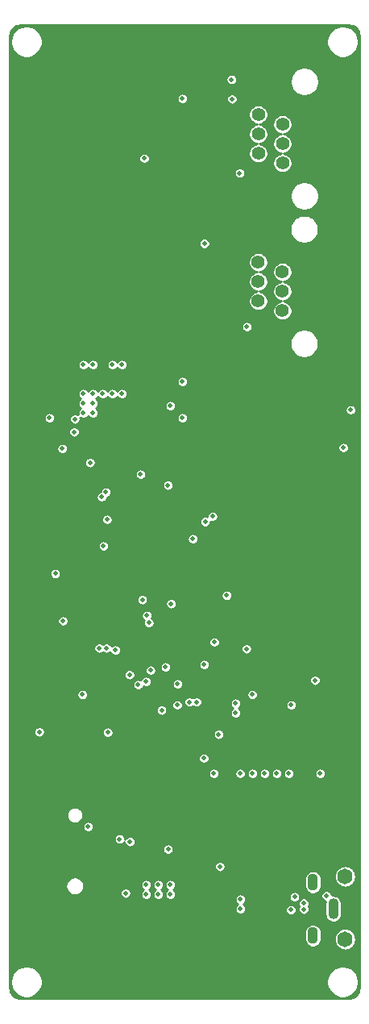
<source format=gbr>
G04 #@! TF.GenerationSoftware,KiCad,Pcbnew,(5.0.0)*
G04 #@! TF.CreationDate,2018-12-20T12:17:44-05:00*
G04 #@! TF.ProjectId,fk-weather,666B2D776561746865722E6B69636164,0.1*
G04 #@! TF.SameCoordinates,PX791ddc0PY791ddc0*
G04 #@! TF.FileFunction,Copper,L2,Inr,Signal*
G04 #@! TF.FilePolarity,Positive*
%FSLAX46Y46*%
G04 Gerber Fmt 4.6, Leading zero omitted, Abs format (unit mm)*
G04 Created by KiCad (PCBNEW (5.0.0)) date 12/20/18 12:17:44*
%MOMM*%
%LPD*%
G01*
G04 APERTURE LIST*
G04 #@! TA.AperFunction,ViaPad*
%ADD10O,1.600000X1.651000*%
G04 #@! TD*
G04 #@! TA.AperFunction,ViaPad*
%ADD11O,1.100000X1.800000*%
G04 #@! TD*
G04 #@! TA.AperFunction,ViaPad*
%ADD12O,1.100000X2.200000*%
G04 #@! TD*
G04 #@! TA.AperFunction,ViaPad*
%ADD13C,1.400000*%
G04 #@! TD*
G04 #@! TA.AperFunction,ViaPad*
%ADD14C,0.500000*%
G04 #@! TD*
G04 #@! TA.AperFunction,Conductor*
%ADD15C,0.253000*%
G04 #@! TD*
G04 APERTURE END LIST*
D10*
G04 #@! TO.N,*
G04 #@! TO.C,J5*
X-6777800Y-66688000D03*
X-6777800Y-60088000D03*
G04 #@! TD*
D11*
G04 #@! TO.N,Net-(C10-Pad1)*
G04 #@! TO.C,J1*
X-10160000Y-66300000D03*
G04 #@! TO.N,Net-(J1-Pad7)*
X-10160000Y-60700000D03*
D12*
G04 #@! TO.N,Net-(J1-Pad8)*
X-8010000Y-63500000D03*
G04 #@! TD*
D13*
G04 #@! TO.N,Net-(J10-Pad1)*
G04 #@! TO.C,J10*
X-15916972Y4417332D03*
G04 #@! TO.N,/RAIN_2*
X-13376972Y3397332D03*
G04 #@! TO.N,Net-(J10-Pad3)*
X-15916972Y2377332D03*
G04 #@! TO.N,Net-(J10-Pad4)*
X-13376972Y1357332D03*
G04 #@! TO.N,/RAIN_5*
X-15916972Y337332D03*
G04 #@! TO.N,Net-(J10-Pad6)*
X-13376972Y-682668D03*
G04 #@! TD*
G04 #@! TO.N,Net-(J11-Pad6)*
G04 #@! TO.C,J11*
X-13362972Y14817332D03*
G04 #@! TO.N,Net-(J11-Pad5)*
X-15902972Y15837332D03*
G04 #@! TO.N,Net-(J11-Pad4)*
X-13362972Y16857332D03*
G04 #@! TO.N,Net-(J11-Pad3)*
X-15902972Y17877332D03*
G04 #@! TO.N,Net-(J11-Pad2)*
X-13362972Y18897332D03*
G04 #@! TO.N,Net-(J11-Pad1)*
X-15902972Y19917332D03*
G04 #@! TD*
D14*
G04 #@! TO.N,GND*
X-32486600Y-27330400D03*
X-34061400Y-27330400D03*
X-22771100Y14516100D03*
X-22771100Y15290800D03*
X-22783800Y16052800D03*
X-33312100Y-31864300D03*
X-32296100Y-31864300D03*
X-27762200Y17627600D03*
X-19558000Y5588000D03*
X-22428200Y101600D03*
X-35331400Y-10820400D03*
X-18719800Y-38557200D03*
X-9956800Y-40767000D03*
X-17801410Y-50800000D03*
X-27940000Y-48006000D03*
X-27686000Y-7874000D03*
X-36322000Y-7874000D03*
X-25908000Y-34036000D03*
X-24638000Y-37084000D03*
X-33528000Y-43434000D03*
X-32450086Y-39961324D03*
X-35687000Y-28346400D03*
X-36576000Y-22606000D03*
X-29083000Y-58648600D03*
X-34340800Y-57531000D03*
X-30302200Y-52324000D03*
X-33528000Y-49022000D03*
X-27432000Y-65786000D03*
X-14986000Y-61468000D03*
X-21844000Y-62992000D03*
X-11684000Y-65532000D03*
X-10940452Y-61831543D03*
X-10160000Y-72136000D03*
X-11938000Y-72060400D03*
X-10160000Y-30734000D03*
X-20320000Y-23114000D03*
X-16510000Y-22860000D03*
X-22606000Y-28194000D03*
X-12700000Y-50800000D03*
X-13970000Y-50800000D03*
X-16510000Y-50800000D03*
X-15240000Y-50800000D03*
X-16531410Y-39979600D03*
X-9398000Y-50800000D03*
X-20574000Y-50800000D03*
X-6273800Y-21513800D03*
X-6366000Y-18414200D03*
X-9474200Y-13817600D03*
X-25527000Y-16637000D03*
X-40030400Y-10693400D03*
X-31673800Y-4775200D03*
X-23926800Y-13360400D03*
X-40538400Y-15976600D03*
X-12573000Y-59080400D03*
X-26619200Y-69093462D03*
X-28143200Y-23876000D03*
X-12217400Y-19024600D03*
G04 #@! TO.N,3V3*
X-35179000Y-12065000D03*
X-9931400Y-39497000D03*
X-17801410Y-49276000D03*
X-37846000Y-11938000D03*
X-23876000Y-11938000D03*
X-25146000Y-10668000D03*
X-21590000Y-37846000D03*
X-37236400Y-28295600D03*
X-21488400Y-22834600D03*
X-19227800Y-30581600D03*
X-25069800Y-31445200D03*
X-34391600Y-40995600D03*
X-21615400Y-47675800D03*
X-27686000Y-60960000D03*
X-26416000Y-60960000D03*
X-25146000Y-60960000D03*
X-25146000Y-61976000D03*
X-26416000Y-61976000D03*
X-27686000Y-61976000D03*
X-33782000Y-54864000D03*
X-13970000Y-49276000D03*
X-15240000Y-49276000D03*
X-16510000Y-49276000D03*
X-12700000Y-49276000D03*
X-9398000Y-49276000D03*
X-16531410Y-40995600D03*
X-20574000Y-49276000D03*
X-38912800Y-44907200D03*
X-31724600Y-44958000D03*
X-25388200Y-57226200D03*
X-20066000Y-45173000D03*
X-6197600Y-11099800D03*
X-25400000Y-18999200D03*
X-33578800Y-16637000D03*
X-19939000Y-59055000D03*
X-20523200Y-35483800D03*
G04 #@! TO.N,/SWDIO*
X-22783800Y-24638000D03*
X-27613779Y-32689800D03*
G04 #@! TO.N,/SWCLK*
X-20701000Y-22275800D03*
X-27406600Y-33451800D03*
G04 #@! TO.N,/A3*
X-28524200Y-39954200D03*
X-6959600Y-15062200D03*
G04 #@! TO.N,/MOSI*
X-32169100Y-25387300D03*
X-32613600Y-36118800D03*
G04 #@! TO.N,/SCK*
X-31796507Y-22601707D03*
X-31864914Y-36118800D03*
G04 #@! TO.N,/MISO*
X-32359600Y-20243800D03*
X-30912414Y-36322614D03*
G04 #@! TO.N,/USB-*
X-17780000Y-63500000D03*
X-23152100Y-41770300D03*
X-12471400Y-63601600D03*
G04 #@! TO.N,/USB+*
X-17780000Y-62484000D03*
X-22390100Y-41770300D03*
X-11130311Y-63542748D03*
G04 #@! TO.N,VUSB*
X-8737600Y-62128400D03*
G04 #@! TO.N,Net-(J1-Pad4)*
X-17145000Y-36195000D03*
X-12095296Y-62231589D03*
X-11125343Y-62890355D03*
G04 #@! TO.N,/SCL1*
X-25654000Y-38100000D03*
X-18288000Y-42926000D03*
X-30480000Y-56159400D03*
X-12446000Y-42087800D03*
G04 #@! TO.N,/SDA1*
X-24384000Y-39878000D03*
X-18288000Y-41910000D03*
X-24409400Y-42087800D03*
X-29387800Y-56438800D03*
G04 #@! TO.N,/PERIPH_3V3*
X-28270600Y-17856200D03*
G04 #@! TO.N,Net-(BT1-Pad1)*
X-29845000Y-61849000D03*
G04 #@! TO.N,/D6_RAIN*
X-17094200Y-2362200D03*
X-27218809Y-38444030D03*
G04 #@! TO.N,/A1_WIND_DIR*
X-23876000Y21590000D03*
X-28092400Y-31026100D03*
G04 #@! TO.N,/D10_WIND_SPEED*
X-17856200Y13769372D03*
X-27686000Y-39624000D03*
G04 #@! TO.N,/D8_PERIPH_EN*
X-36423600Y-33261300D03*
X-36499800Y-15163800D03*
G04 #@! TO.N,/D5_FLASH_CS*
X-29438600Y-38912800D03*
X-31915100Y-19735800D03*
G04 #@! TO.N,/D7_WEATHER_EN*
X-26060400Y-42621200D03*
X-35255200Y-13411200D03*
G04 #@! TO.N,/WEATHER_3V3*
X-31242000Y-6350000D03*
X-30226000Y-6350000D03*
X-30226000Y-9398000D03*
X-31242000Y-9398000D03*
X-32258000Y-9398000D03*
X-33274000Y-6350000D03*
X-34290000Y-6350000D03*
X-34290000Y-9398000D03*
X-33274000Y-9398000D03*
X-33274000Y-10414000D03*
X-33274000Y-11430000D03*
X-34290000Y-10414000D03*
X-34290000Y-11430000D03*
X-23876000Y-8128000D03*
X-21564600Y6375400D03*
X-27889200Y15316200D03*
X-18669000Y21539200D03*
X-18719800Y23596600D03*
G04 #@! TD*
D15*
G04 #@! TO.N,GND*
G36*
X-6184184Y29270453D02*
X-5979909Y29208779D01*
X-5791499Y29108599D01*
X-5626137Y28973733D01*
X-5490119Y28809315D01*
X-5388627Y28621611D01*
X-5325527Y28417768D01*
X-5301254Y28186819D01*
X-5301255Y-71782286D01*
X-5324019Y-72014453D01*
X-5385694Y-72218730D01*
X-5485872Y-72407137D01*
X-5620739Y-72572501D01*
X-5785157Y-72708519D01*
X-5972861Y-72810011D01*
X-6176704Y-72873111D01*
X-6407643Y-72897383D01*
X-40876758Y-72897383D01*
X-41108925Y-72874619D01*
X-41313202Y-72812944D01*
X-41501609Y-72712766D01*
X-41666973Y-72577899D01*
X-41802991Y-72413481D01*
X-41904483Y-72225777D01*
X-41967583Y-72021934D01*
X-41991855Y-71790995D01*
X-41991855Y-71001647D01*
X-41941255Y-71001647D01*
X-41941255Y-71332519D01*
X-41876705Y-71657033D01*
X-41750086Y-71962719D01*
X-41566263Y-72237829D01*
X-41332301Y-72471791D01*
X-41057191Y-72655614D01*
X-40751505Y-72782233D01*
X-40426991Y-72846783D01*
X-40096119Y-72846783D01*
X-39771605Y-72782233D01*
X-39465919Y-72655614D01*
X-39190809Y-72471791D01*
X-38956847Y-72237829D01*
X-38773024Y-71962719D01*
X-38646405Y-71657033D01*
X-38581855Y-71332519D01*
X-38581855Y-71001647D01*
X-8711255Y-71001647D01*
X-8711255Y-71332519D01*
X-8646705Y-71657033D01*
X-8520086Y-71962719D01*
X-8336263Y-72237829D01*
X-8102301Y-72471791D01*
X-7827191Y-72655614D01*
X-7521505Y-72782233D01*
X-7196991Y-72846783D01*
X-6866119Y-72846783D01*
X-6541605Y-72782233D01*
X-6235919Y-72655614D01*
X-5960809Y-72471791D01*
X-5726847Y-72237829D01*
X-5543024Y-71962719D01*
X-5416405Y-71657033D01*
X-5351855Y-71332519D01*
X-5351855Y-71001647D01*
X-5416405Y-70677133D01*
X-5543024Y-70371447D01*
X-5726847Y-70096337D01*
X-5960809Y-69862375D01*
X-6235919Y-69678552D01*
X-6541605Y-69551933D01*
X-6866119Y-69487383D01*
X-7196991Y-69487383D01*
X-7521505Y-69551933D01*
X-7827191Y-69678552D01*
X-8102301Y-69862375D01*
X-8336263Y-70096337D01*
X-8520086Y-70371447D01*
X-8646705Y-70677133D01*
X-8711255Y-71001647D01*
X-38581855Y-71001647D01*
X-38646405Y-70677133D01*
X-38773024Y-70371447D01*
X-38956847Y-70096337D01*
X-39190809Y-69862375D01*
X-39465919Y-69678552D01*
X-39771605Y-69551933D01*
X-40096119Y-69487383D01*
X-40426991Y-69487383D01*
X-40751505Y-69551933D01*
X-41057191Y-69678552D01*
X-41332301Y-69862375D01*
X-41566263Y-70096337D01*
X-41750086Y-70371447D01*
X-41876705Y-70677133D01*
X-41941255Y-71001647D01*
X-41991855Y-71001647D01*
X-41991855Y-65906789D01*
X-11039700Y-65906789D01*
X-11039700Y-66693212D01*
X-11026971Y-66822451D01*
X-10976668Y-66988275D01*
X-10894982Y-67141100D01*
X-10785050Y-67275051D01*
X-10651099Y-67384983D01*
X-10498274Y-67466669D01*
X-10332450Y-67516971D01*
X-10160000Y-67533956D01*
X-9987549Y-67516971D01*
X-9821725Y-67466669D01*
X-9668900Y-67384983D01*
X-9534949Y-67275051D01*
X-9425017Y-67141100D01*
X-9343331Y-66988275D01*
X-9293029Y-66822451D01*
X-9280300Y-66693212D01*
X-9280300Y-66607003D01*
X-7907500Y-66607003D01*
X-7907500Y-66768996D01*
X-7891154Y-66934959D01*
X-7826557Y-67147908D01*
X-7721656Y-67344164D01*
X-7580484Y-67516184D01*
X-7408464Y-67657356D01*
X-7212209Y-67762257D01*
X-6999260Y-67826854D01*
X-6777800Y-67848666D01*
X-6556341Y-67826854D01*
X-6343392Y-67762257D01*
X-6147136Y-67657356D01*
X-5975116Y-67516184D01*
X-5833944Y-67344164D01*
X-5729043Y-67147909D01*
X-5664446Y-66934960D01*
X-5648100Y-66768997D01*
X-5648100Y-66607004D01*
X-5664446Y-66441041D01*
X-5729043Y-66228092D01*
X-5833944Y-66031836D01*
X-5975116Y-65859816D01*
X-6147136Y-65718644D01*
X-6343391Y-65613743D01*
X-6556340Y-65549146D01*
X-6777800Y-65527334D01*
X-6999259Y-65549146D01*
X-7212208Y-65613743D01*
X-7408463Y-65718644D01*
X-7580484Y-65859816D01*
X-7721656Y-66031836D01*
X-7826557Y-66228091D01*
X-7891154Y-66441040D01*
X-7907500Y-66607003D01*
X-9280300Y-66607003D01*
X-9280300Y-65906788D01*
X-9293029Y-65777549D01*
X-9343331Y-65611725D01*
X-9425017Y-65458900D01*
X-9534949Y-65324949D01*
X-9668901Y-65215017D01*
X-9821726Y-65133331D01*
X-9987550Y-65083029D01*
X-10160000Y-65066044D01*
X-10332451Y-65083029D01*
X-10498275Y-65133331D01*
X-10651100Y-65215017D01*
X-10785051Y-65324949D01*
X-10894983Y-65458901D01*
X-10976669Y-65611726D01*
X-11026971Y-65777550D01*
X-11039700Y-65906789D01*
X-41991855Y-65906789D01*
X-41991855Y-61003508D01*
X-36158700Y-61003508D01*
X-36158700Y-61196492D01*
X-36121050Y-61385768D01*
X-36047199Y-61564062D01*
X-35939982Y-61724522D01*
X-35803522Y-61860982D01*
X-35643062Y-61968199D01*
X-35464768Y-62042050D01*
X-35275492Y-62079700D01*
X-35082508Y-62079700D01*
X-34893232Y-62042050D01*
X-34714938Y-61968199D01*
X-34554478Y-61860982D01*
X-34485401Y-61791905D01*
X-30424700Y-61791905D01*
X-30424700Y-61906095D01*
X-30402423Y-62018092D01*
X-30358724Y-62123591D01*
X-30295282Y-62218537D01*
X-30214537Y-62299282D01*
X-30119591Y-62362724D01*
X-30014092Y-62406423D01*
X-29902095Y-62428700D01*
X-29787905Y-62428700D01*
X-29675908Y-62406423D01*
X-29570409Y-62362724D01*
X-29475463Y-62299282D01*
X-29394718Y-62218537D01*
X-29331276Y-62123591D01*
X-29287577Y-62018092D01*
X-29265300Y-61906095D01*
X-29265300Y-61791905D01*
X-29287577Y-61679908D01*
X-29331276Y-61574409D01*
X-29394718Y-61479463D01*
X-29475463Y-61398718D01*
X-29570409Y-61335276D01*
X-29675908Y-61291577D01*
X-29787905Y-61269300D01*
X-29902095Y-61269300D01*
X-30014092Y-61291577D01*
X-30119591Y-61335276D01*
X-30214537Y-61398718D01*
X-30295282Y-61479463D01*
X-30358724Y-61574409D01*
X-30402423Y-61679908D01*
X-30424700Y-61791905D01*
X-34485401Y-61791905D01*
X-34418018Y-61724522D01*
X-34310801Y-61564062D01*
X-34236950Y-61385768D01*
X-34199300Y-61196492D01*
X-34199300Y-61003508D01*
X-34219311Y-60902905D01*
X-28265700Y-60902905D01*
X-28265700Y-61017095D01*
X-28243423Y-61129092D01*
X-28199724Y-61234591D01*
X-28136282Y-61329537D01*
X-28055537Y-61410282D01*
X-27969157Y-61468000D01*
X-28055537Y-61525718D01*
X-28136282Y-61606463D01*
X-28199724Y-61701409D01*
X-28243423Y-61806908D01*
X-28265700Y-61918905D01*
X-28265700Y-62033095D01*
X-28243423Y-62145092D01*
X-28199724Y-62250591D01*
X-28136282Y-62345537D01*
X-28055537Y-62426282D01*
X-27960591Y-62489724D01*
X-27855092Y-62533423D01*
X-27743095Y-62555700D01*
X-27628905Y-62555700D01*
X-27516908Y-62533423D01*
X-27411409Y-62489724D01*
X-27316463Y-62426282D01*
X-27235718Y-62345537D01*
X-27172276Y-62250591D01*
X-27128577Y-62145092D01*
X-27106300Y-62033095D01*
X-27106300Y-61918905D01*
X-27128577Y-61806908D01*
X-27172276Y-61701409D01*
X-27235718Y-61606463D01*
X-27316463Y-61525718D01*
X-27402843Y-61468000D01*
X-27316463Y-61410282D01*
X-27235718Y-61329537D01*
X-27172276Y-61234591D01*
X-27128577Y-61129092D01*
X-27106300Y-61017095D01*
X-27106300Y-60902905D01*
X-26995700Y-60902905D01*
X-26995700Y-61017095D01*
X-26973423Y-61129092D01*
X-26929724Y-61234591D01*
X-26866282Y-61329537D01*
X-26785537Y-61410282D01*
X-26699157Y-61468000D01*
X-26785537Y-61525718D01*
X-26866282Y-61606463D01*
X-26929724Y-61701409D01*
X-26973423Y-61806908D01*
X-26995700Y-61918905D01*
X-26995700Y-62033095D01*
X-26973423Y-62145092D01*
X-26929724Y-62250591D01*
X-26866282Y-62345537D01*
X-26785537Y-62426282D01*
X-26690591Y-62489724D01*
X-26585092Y-62533423D01*
X-26473095Y-62555700D01*
X-26358905Y-62555700D01*
X-26246908Y-62533423D01*
X-26141409Y-62489724D01*
X-26046463Y-62426282D01*
X-25965718Y-62345537D01*
X-25902276Y-62250591D01*
X-25858577Y-62145092D01*
X-25836300Y-62033095D01*
X-25836300Y-61918905D01*
X-25858577Y-61806908D01*
X-25902276Y-61701409D01*
X-25965718Y-61606463D01*
X-26046463Y-61525718D01*
X-26132843Y-61468000D01*
X-26046463Y-61410282D01*
X-25965718Y-61329537D01*
X-25902276Y-61234591D01*
X-25858577Y-61129092D01*
X-25836300Y-61017095D01*
X-25836300Y-60902905D01*
X-25725700Y-60902905D01*
X-25725700Y-61017095D01*
X-25703423Y-61129092D01*
X-25659724Y-61234591D01*
X-25596282Y-61329537D01*
X-25515537Y-61410282D01*
X-25429157Y-61468000D01*
X-25515537Y-61525718D01*
X-25596282Y-61606463D01*
X-25659724Y-61701409D01*
X-25703423Y-61806908D01*
X-25725700Y-61918905D01*
X-25725700Y-62033095D01*
X-25703423Y-62145092D01*
X-25659724Y-62250591D01*
X-25596282Y-62345537D01*
X-25515537Y-62426282D01*
X-25420591Y-62489724D01*
X-25315092Y-62533423D01*
X-25203095Y-62555700D01*
X-25088905Y-62555700D01*
X-24976908Y-62533423D01*
X-24871409Y-62489724D01*
X-24777396Y-62426905D01*
X-18359700Y-62426905D01*
X-18359700Y-62541095D01*
X-18337423Y-62653092D01*
X-18293724Y-62758591D01*
X-18230282Y-62853537D01*
X-18149537Y-62934282D01*
X-18063157Y-62992000D01*
X-18149537Y-63049718D01*
X-18230282Y-63130463D01*
X-18293724Y-63225409D01*
X-18337423Y-63330908D01*
X-18359700Y-63442905D01*
X-18359700Y-63557095D01*
X-18337423Y-63669092D01*
X-18293724Y-63774591D01*
X-18230282Y-63869537D01*
X-18149537Y-63950282D01*
X-18054591Y-64013724D01*
X-17949092Y-64057423D01*
X-17837095Y-64079700D01*
X-17722905Y-64079700D01*
X-17610908Y-64057423D01*
X-17505409Y-64013724D01*
X-17410463Y-63950282D01*
X-17329718Y-63869537D01*
X-17266276Y-63774591D01*
X-17222577Y-63669092D01*
X-17200300Y-63557095D01*
X-17200300Y-63544505D01*
X-13051100Y-63544505D01*
X-13051100Y-63658695D01*
X-13028823Y-63770692D01*
X-12985124Y-63876191D01*
X-12921682Y-63971137D01*
X-12840937Y-64051882D01*
X-12745991Y-64115324D01*
X-12640492Y-64159023D01*
X-12528495Y-64181300D01*
X-12414305Y-64181300D01*
X-12302308Y-64159023D01*
X-12196809Y-64115324D01*
X-12101863Y-64051882D01*
X-12021118Y-63971137D01*
X-11957676Y-63876191D01*
X-11913977Y-63770692D01*
X-11891700Y-63658695D01*
X-11891700Y-63544505D01*
X-11903406Y-63485653D01*
X-11710011Y-63485653D01*
X-11710011Y-63599843D01*
X-11687734Y-63711840D01*
X-11644035Y-63817339D01*
X-11580593Y-63912285D01*
X-11499848Y-63993030D01*
X-11404902Y-64056472D01*
X-11299403Y-64100171D01*
X-11187406Y-64122448D01*
X-11073216Y-64122448D01*
X-10961219Y-64100171D01*
X-10855720Y-64056472D01*
X-10760774Y-63993030D01*
X-10680029Y-63912285D01*
X-10616587Y-63817339D01*
X-10572888Y-63711840D01*
X-10550611Y-63599843D01*
X-10550611Y-63485653D01*
X-10572888Y-63373656D01*
X-10616587Y-63268157D01*
X-10648585Y-63220269D01*
X-10611619Y-63164946D01*
X-10567920Y-63059447D01*
X-10545643Y-62947450D01*
X-10545643Y-62833260D01*
X-10567920Y-62721263D01*
X-10611619Y-62615764D01*
X-10675061Y-62520818D01*
X-10755806Y-62440073D01*
X-10850752Y-62376631D01*
X-10956251Y-62332932D01*
X-11068248Y-62310655D01*
X-11182438Y-62310655D01*
X-11294435Y-62332932D01*
X-11399934Y-62376631D01*
X-11494880Y-62440073D01*
X-11575625Y-62520818D01*
X-11639067Y-62615764D01*
X-11682766Y-62721263D01*
X-11705043Y-62833260D01*
X-11705043Y-62947450D01*
X-11682766Y-63059447D01*
X-11639067Y-63164946D01*
X-11607069Y-63212834D01*
X-11644035Y-63268157D01*
X-11687734Y-63373656D01*
X-11710011Y-63485653D01*
X-11903406Y-63485653D01*
X-11913977Y-63432508D01*
X-11957676Y-63327009D01*
X-12021118Y-63232063D01*
X-12101863Y-63151318D01*
X-12196809Y-63087876D01*
X-12302308Y-63044177D01*
X-12414305Y-63021900D01*
X-12528495Y-63021900D01*
X-12640492Y-63044177D01*
X-12745991Y-63087876D01*
X-12840937Y-63151318D01*
X-12921682Y-63232063D01*
X-12985124Y-63327009D01*
X-13028823Y-63432508D01*
X-13051100Y-63544505D01*
X-17200300Y-63544505D01*
X-17200300Y-63442905D01*
X-17222577Y-63330908D01*
X-17266276Y-63225409D01*
X-17329718Y-63130463D01*
X-17410463Y-63049718D01*
X-17496843Y-62992000D01*
X-17410463Y-62934282D01*
X-17329718Y-62853537D01*
X-17266276Y-62758591D01*
X-17222577Y-62653092D01*
X-17200300Y-62541095D01*
X-17200300Y-62426905D01*
X-17222577Y-62314908D01*
X-17266276Y-62209409D01*
X-17289605Y-62174494D01*
X-12674996Y-62174494D01*
X-12674996Y-62288684D01*
X-12652719Y-62400681D01*
X-12609020Y-62506180D01*
X-12545578Y-62601126D01*
X-12464833Y-62681871D01*
X-12369887Y-62745313D01*
X-12264388Y-62789012D01*
X-12152391Y-62811289D01*
X-12038201Y-62811289D01*
X-11926204Y-62789012D01*
X-11820705Y-62745313D01*
X-11725759Y-62681871D01*
X-11645014Y-62601126D01*
X-11581572Y-62506180D01*
X-11537873Y-62400681D01*
X-11515596Y-62288684D01*
X-11515596Y-62174494D01*
X-11536121Y-62071305D01*
X-9317300Y-62071305D01*
X-9317300Y-62185495D01*
X-9295023Y-62297492D01*
X-9251324Y-62402991D01*
X-9187882Y-62497937D01*
X-9107137Y-62578682D01*
X-9012191Y-62642124D01*
X-8906692Y-62685823D01*
X-8852421Y-62696618D01*
X-8876971Y-62777550D01*
X-8889700Y-62906789D01*
X-8889699Y-64093212D01*
X-8876970Y-64222451D01*
X-8826668Y-64388275D01*
X-8744982Y-64541100D01*
X-8635050Y-64675051D01*
X-8501099Y-64784983D01*
X-8348274Y-64866669D01*
X-8182450Y-64916971D01*
X-8010000Y-64933956D01*
X-7837549Y-64916971D01*
X-7671725Y-64866669D01*
X-7518900Y-64784983D01*
X-7384949Y-64675051D01*
X-7275017Y-64541100D01*
X-7193331Y-64388275D01*
X-7143029Y-64222451D01*
X-7130300Y-64093212D01*
X-7130300Y-62906788D01*
X-7143029Y-62777549D01*
X-7193331Y-62611725D01*
X-7275017Y-62458900D01*
X-7384949Y-62324949D01*
X-7518901Y-62215017D01*
X-7671726Y-62133331D01*
X-7837550Y-62083029D01*
X-8010000Y-62066044D01*
X-8157900Y-62080611D01*
X-8157900Y-62071305D01*
X-8180177Y-61959308D01*
X-8223876Y-61853809D01*
X-8287318Y-61758863D01*
X-8368063Y-61678118D01*
X-8463009Y-61614676D01*
X-8568508Y-61570977D01*
X-8680505Y-61548700D01*
X-8794695Y-61548700D01*
X-8906692Y-61570977D01*
X-9012191Y-61614676D01*
X-9107137Y-61678118D01*
X-9187882Y-61758863D01*
X-9251324Y-61853809D01*
X-9295023Y-61959308D01*
X-9317300Y-62071305D01*
X-11536121Y-62071305D01*
X-11537873Y-62062497D01*
X-11581572Y-61956998D01*
X-11645014Y-61862052D01*
X-11725759Y-61781307D01*
X-11820705Y-61717865D01*
X-11926204Y-61674166D01*
X-12038201Y-61651889D01*
X-12152391Y-61651889D01*
X-12264388Y-61674166D01*
X-12369887Y-61717865D01*
X-12464833Y-61781307D01*
X-12545578Y-61862052D01*
X-12609020Y-61956998D01*
X-12652719Y-62062497D01*
X-12674996Y-62174494D01*
X-17289605Y-62174494D01*
X-17329718Y-62114463D01*
X-17410463Y-62033718D01*
X-17505409Y-61970276D01*
X-17610908Y-61926577D01*
X-17722905Y-61904300D01*
X-17837095Y-61904300D01*
X-17949092Y-61926577D01*
X-18054591Y-61970276D01*
X-18149537Y-62033718D01*
X-18230282Y-62114463D01*
X-18293724Y-62209409D01*
X-18337423Y-62314908D01*
X-18359700Y-62426905D01*
X-24777396Y-62426905D01*
X-24776463Y-62426282D01*
X-24695718Y-62345537D01*
X-24632276Y-62250591D01*
X-24588577Y-62145092D01*
X-24566300Y-62033095D01*
X-24566300Y-61918905D01*
X-24588577Y-61806908D01*
X-24632276Y-61701409D01*
X-24695718Y-61606463D01*
X-24776463Y-61525718D01*
X-24862843Y-61468000D01*
X-24776463Y-61410282D01*
X-24695718Y-61329537D01*
X-24632276Y-61234591D01*
X-24588577Y-61129092D01*
X-24566300Y-61017095D01*
X-24566300Y-60902905D01*
X-24588577Y-60790908D01*
X-24632276Y-60685409D01*
X-24695718Y-60590463D01*
X-24776463Y-60509718D01*
X-24871409Y-60446276D01*
X-24976908Y-60402577D01*
X-25088905Y-60380300D01*
X-25203095Y-60380300D01*
X-25315092Y-60402577D01*
X-25420591Y-60446276D01*
X-25515537Y-60509718D01*
X-25596282Y-60590463D01*
X-25659724Y-60685409D01*
X-25703423Y-60790908D01*
X-25725700Y-60902905D01*
X-25836300Y-60902905D01*
X-25858577Y-60790908D01*
X-25902276Y-60685409D01*
X-25965718Y-60590463D01*
X-26046463Y-60509718D01*
X-26141409Y-60446276D01*
X-26246908Y-60402577D01*
X-26358905Y-60380300D01*
X-26473095Y-60380300D01*
X-26585092Y-60402577D01*
X-26690591Y-60446276D01*
X-26785537Y-60509718D01*
X-26866282Y-60590463D01*
X-26929724Y-60685409D01*
X-26973423Y-60790908D01*
X-26995700Y-60902905D01*
X-27106300Y-60902905D01*
X-27128577Y-60790908D01*
X-27172276Y-60685409D01*
X-27235718Y-60590463D01*
X-27316463Y-60509718D01*
X-27411409Y-60446276D01*
X-27516908Y-60402577D01*
X-27628905Y-60380300D01*
X-27743095Y-60380300D01*
X-27855092Y-60402577D01*
X-27960591Y-60446276D01*
X-28055537Y-60509718D01*
X-28136282Y-60590463D01*
X-28199724Y-60685409D01*
X-28243423Y-60790908D01*
X-28265700Y-60902905D01*
X-34219311Y-60902905D01*
X-34236950Y-60814232D01*
X-34310801Y-60635938D01*
X-34418018Y-60475478D01*
X-34554478Y-60339018D01*
X-34602711Y-60306789D01*
X-11039700Y-60306789D01*
X-11039700Y-61093212D01*
X-11026971Y-61222451D01*
X-10976668Y-61388275D01*
X-10894982Y-61541100D01*
X-10785050Y-61675051D01*
X-10651099Y-61784983D01*
X-10498274Y-61866669D01*
X-10332450Y-61916971D01*
X-10160000Y-61933956D01*
X-9987549Y-61916971D01*
X-9821725Y-61866669D01*
X-9668900Y-61784983D01*
X-9534949Y-61675051D01*
X-9425017Y-61541100D01*
X-9343331Y-61388275D01*
X-9293029Y-61222451D01*
X-9280300Y-61093212D01*
X-9280300Y-60306788D01*
X-9293029Y-60177549D01*
X-9343331Y-60011725D01*
X-9345854Y-60007003D01*
X-7907500Y-60007003D01*
X-7907500Y-60168996D01*
X-7891154Y-60334959D01*
X-7826557Y-60547908D01*
X-7721656Y-60744164D01*
X-7580484Y-60916184D01*
X-7408464Y-61057356D01*
X-7212209Y-61162257D01*
X-6999260Y-61226854D01*
X-6777800Y-61248666D01*
X-6556341Y-61226854D01*
X-6343392Y-61162257D01*
X-6147136Y-61057356D01*
X-5975116Y-60916184D01*
X-5833944Y-60744164D01*
X-5729043Y-60547909D01*
X-5664446Y-60334960D01*
X-5648100Y-60168997D01*
X-5648100Y-60007004D01*
X-5664446Y-59841041D01*
X-5729043Y-59628092D01*
X-5833944Y-59431836D01*
X-5975116Y-59259816D01*
X-6147136Y-59118644D01*
X-6343391Y-59013743D01*
X-6556340Y-58949146D01*
X-6777800Y-58927334D01*
X-6999259Y-58949146D01*
X-7212208Y-59013743D01*
X-7408463Y-59118644D01*
X-7580484Y-59259816D01*
X-7721656Y-59431836D01*
X-7826557Y-59628091D01*
X-7891154Y-59841040D01*
X-7907500Y-60007003D01*
X-9345854Y-60007003D01*
X-9425017Y-59858900D01*
X-9534949Y-59724949D01*
X-9668901Y-59615017D01*
X-9821726Y-59533331D01*
X-9987550Y-59483029D01*
X-10160000Y-59466044D01*
X-10332451Y-59483029D01*
X-10498275Y-59533331D01*
X-10651100Y-59615017D01*
X-10785051Y-59724949D01*
X-10894983Y-59858901D01*
X-10976669Y-60011726D01*
X-11026971Y-60177550D01*
X-11039700Y-60306789D01*
X-34602711Y-60306789D01*
X-34714938Y-60231801D01*
X-34893232Y-60157950D01*
X-35082508Y-60120300D01*
X-35275492Y-60120300D01*
X-35464768Y-60157950D01*
X-35643062Y-60231801D01*
X-35803522Y-60339018D01*
X-35939982Y-60475478D01*
X-36047199Y-60635938D01*
X-36121050Y-60814232D01*
X-36158700Y-61003508D01*
X-41991855Y-61003508D01*
X-41991855Y-58997905D01*
X-20518700Y-58997905D01*
X-20518700Y-59112095D01*
X-20496423Y-59224092D01*
X-20452724Y-59329591D01*
X-20389282Y-59424537D01*
X-20308537Y-59505282D01*
X-20213591Y-59568724D01*
X-20108092Y-59612423D01*
X-19996095Y-59634700D01*
X-19881905Y-59634700D01*
X-19769908Y-59612423D01*
X-19664409Y-59568724D01*
X-19569463Y-59505282D01*
X-19488718Y-59424537D01*
X-19425276Y-59329591D01*
X-19381577Y-59224092D01*
X-19359300Y-59112095D01*
X-19359300Y-58997905D01*
X-19381577Y-58885908D01*
X-19425276Y-58780409D01*
X-19488718Y-58685463D01*
X-19569463Y-58604718D01*
X-19664409Y-58541276D01*
X-19769908Y-58497577D01*
X-19881905Y-58475300D01*
X-19996095Y-58475300D01*
X-20108092Y-58497577D01*
X-20213591Y-58541276D01*
X-20308537Y-58604718D01*
X-20389282Y-58685463D01*
X-20452724Y-58780409D01*
X-20496423Y-58885908D01*
X-20518700Y-58997905D01*
X-41991855Y-58997905D01*
X-41991855Y-57169105D01*
X-25967900Y-57169105D01*
X-25967900Y-57283295D01*
X-25945623Y-57395292D01*
X-25901924Y-57500791D01*
X-25838482Y-57595737D01*
X-25757737Y-57676482D01*
X-25662791Y-57739924D01*
X-25557292Y-57783623D01*
X-25445295Y-57805900D01*
X-25331105Y-57805900D01*
X-25219108Y-57783623D01*
X-25113609Y-57739924D01*
X-25018663Y-57676482D01*
X-24937918Y-57595737D01*
X-24874476Y-57500791D01*
X-24830777Y-57395292D01*
X-24808500Y-57283295D01*
X-24808500Y-57169105D01*
X-24830777Y-57057108D01*
X-24874476Y-56951609D01*
X-24937918Y-56856663D01*
X-25018663Y-56775918D01*
X-25113609Y-56712476D01*
X-25219108Y-56668777D01*
X-25331105Y-56646500D01*
X-25445295Y-56646500D01*
X-25557292Y-56668777D01*
X-25662791Y-56712476D01*
X-25757737Y-56775918D01*
X-25838482Y-56856663D01*
X-25901924Y-56951609D01*
X-25945623Y-57057108D01*
X-25967900Y-57169105D01*
X-41991855Y-57169105D01*
X-41991855Y-56102305D01*
X-31059700Y-56102305D01*
X-31059700Y-56216495D01*
X-31037423Y-56328492D01*
X-30993724Y-56433991D01*
X-30930282Y-56528937D01*
X-30849537Y-56609682D01*
X-30754591Y-56673124D01*
X-30649092Y-56716823D01*
X-30537095Y-56739100D01*
X-30422905Y-56739100D01*
X-30310908Y-56716823D01*
X-30205409Y-56673124D01*
X-30110463Y-56609682D01*
X-30029718Y-56528937D01*
X-29967500Y-56435823D01*
X-29967500Y-56495895D01*
X-29945223Y-56607892D01*
X-29901524Y-56713391D01*
X-29838082Y-56808337D01*
X-29757337Y-56889082D01*
X-29662391Y-56952524D01*
X-29556892Y-56996223D01*
X-29444895Y-57018500D01*
X-29330705Y-57018500D01*
X-29218708Y-56996223D01*
X-29113209Y-56952524D01*
X-29018263Y-56889082D01*
X-28937518Y-56808337D01*
X-28874076Y-56713391D01*
X-28830377Y-56607892D01*
X-28808100Y-56495895D01*
X-28808100Y-56381705D01*
X-28830377Y-56269708D01*
X-28874076Y-56164209D01*
X-28937518Y-56069263D01*
X-29018263Y-55988518D01*
X-29113209Y-55925076D01*
X-29218708Y-55881377D01*
X-29330705Y-55859100D01*
X-29444895Y-55859100D01*
X-29556892Y-55881377D01*
X-29662391Y-55925076D01*
X-29757337Y-55988518D01*
X-29838082Y-56069263D01*
X-29900300Y-56162377D01*
X-29900300Y-56102305D01*
X-29922577Y-55990308D01*
X-29966276Y-55884809D01*
X-30029718Y-55789863D01*
X-30110463Y-55709118D01*
X-30205409Y-55645676D01*
X-30310908Y-55601977D01*
X-30422905Y-55579700D01*
X-30537095Y-55579700D01*
X-30649092Y-55601977D01*
X-30754591Y-55645676D01*
X-30849537Y-55709118D01*
X-30930282Y-55789863D01*
X-30993724Y-55884809D01*
X-31037423Y-55990308D01*
X-31059700Y-56102305D01*
X-41991855Y-56102305D01*
X-41991855Y-54806905D01*
X-34361700Y-54806905D01*
X-34361700Y-54921095D01*
X-34339423Y-55033092D01*
X-34295724Y-55138591D01*
X-34232282Y-55233537D01*
X-34151537Y-55314282D01*
X-34056591Y-55377724D01*
X-33951092Y-55421423D01*
X-33839095Y-55443700D01*
X-33724905Y-55443700D01*
X-33612908Y-55421423D01*
X-33507409Y-55377724D01*
X-33412463Y-55314282D01*
X-33331718Y-55233537D01*
X-33268276Y-55138591D01*
X-33224577Y-55033092D01*
X-33202300Y-54921095D01*
X-33202300Y-54806905D01*
X-33224577Y-54694908D01*
X-33268276Y-54589409D01*
X-33331718Y-54494463D01*
X-33412463Y-54413718D01*
X-33507409Y-54350276D01*
X-33612908Y-54306577D01*
X-33724905Y-54284300D01*
X-33839095Y-54284300D01*
X-33951092Y-54306577D01*
X-34056591Y-54350276D01*
X-34151537Y-54413718D01*
X-34232282Y-54494463D01*
X-34295724Y-54589409D01*
X-34339423Y-54694908D01*
X-34361700Y-54806905D01*
X-41991855Y-54806905D01*
X-41991855Y-53565819D01*
X-36033700Y-53565819D01*
X-36033700Y-53734181D01*
X-36000855Y-53899307D01*
X-35936426Y-54054852D01*
X-35842889Y-54194840D01*
X-35723840Y-54313889D01*
X-35583852Y-54407426D01*
X-35428307Y-54471855D01*
X-35263181Y-54504700D01*
X-35094819Y-54504700D01*
X-34929693Y-54471855D01*
X-34774148Y-54407426D01*
X-34634160Y-54313889D01*
X-34515111Y-54194840D01*
X-34421574Y-54054852D01*
X-34357145Y-53899307D01*
X-34324300Y-53734181D01*
X-34324300Y-53565819D01*
X-34357145Y-53400693D01*
X-34421574Y-53245148D01*
X-34515111Y-53105160D01*
X-34634160Y-52986111D01*
X-34774148Y-52892574D01*
X-34929693Y-52828145D01*
X-35094819Y-52795300D01*
X-35263181Y-52795300D01*
X-35428307Y-52828145D01*
X-35583852Y-52892574D01*
X-35723840Y-52986111D01*
X-35842889Y-53105160D01*
X-35936426Y-53245148D01*
X-36000855Y-53400693D01*
X-36033700Y-53565819D01*
X-41991855Y-53565819D01*
X-41991855Y-49218905D01*
X-21153700Y-49218905D01*
X-21153700Y-49333095D01*
X-21131423Y-49445092D01*
X-21087724Y-49550591D01*
X-21024282Y-49645537D01*
X-20943537Y-49726282D01*
X-20848591Y-49789724D01*
X-20743092Y-49833423D01*
X-20631095Y-49855700D01*
X-20516905Y-49855700D01*
X-20404908Y-49833423D01*
X-20299409Y-49789724D01*
X-20204463Y-49726282D01*
X-20123718Y-49645537D01*
X-20060276Y-49550591D01*
X-20016577Y-49445092D01*
X-19994300Y-49333095D01*
X-19994300Y-49218905D01*
X-18381110Y-49218905D01*
X-18381110Y-49333095D01*
X-18358833Y-49445092D01*
X-18315134Y-49550591D01*
X-18251692Y-49645537D01*
X-18170947Y-49726282D01*
X-18076001Y-49789724D01*
X-17970502Y-49833423D01*
X-17858505Y-49855700D01*
X-17744315Y-49855700D01*
X-17632318Y-49833423D01*
X-17526819Y-49789724D01*
X-17431873Y-49726282D01*
X-17351128Y-49645537D01*
X-17287686Y-49550591D01*
X-17243987Y-49445092D01*
X-17221710Y-49333095D01*
X-17221710Y-49218905D01*
X-17089700Y-49218905D01*
X-17089700Y-49333095D01*
X-17067423Y-49445092D01*
X-17023724Y-49550591D01*
X-16960282Y-49645537D01*
X-16879537Y-49726282D01*
X-16784591Y-49789724D01*
X-16679092Y-49833423D01*
X-16567095Y-49855700D01*
X-16452905Y-49855700D01*
X-16340908Y-49833423D01*
X-16235409Y-49789724D01*
X-16140463Y-49726282D01*
X-16059718Y-49645537D01*
X-15996276Y-49550591D01*
X-15952577Y-49445092D01*
X-15930300Y-49333095D01*
X-15930300Y-49218905D01*
X-15819700Y-49218905D01*
X-15819700Y-49333095D01*
X-15797423Y-49445092D01*
X-15753724Y-49550591D01*
X-15690282Y-49645537D01*
X-15609537Y-49726282D01*
X-15514591Y-49789724D01*
X-15409092Y-49833423D01*
X-15297095Y-49855700D01*
X-15182905Y-49855700D01*
X-15070908Y-49833423D01*
X-14965409Y-49789724D01*
X-14870463Y-49726282D01*
X-14789718Y-49645537D01*
X-14726276Y-49550591D01*
X-14682577Y-49445092D01*
X-14660300Y-49333095D01*
X-14660300Y-49218905D01*
X-14549700Y-49218905D01*
X-14549700Y-49333095D01*
X-14527423Y-49445092D01*
X-14483724Y-49550591D01*
X-14420282Y-49645537D01*
X-14339537Y-49726282D01*
X-14244591Y-49789724D01*
X-14139092Y-49833423D01*
X-14027095Y-49855700D01*
X-13912905Y-49855700D01*
X-13800908Y-49833423D01*
X-13695409Y-49789724D01*
X-13600463Y-49726282D01*
X-13519718Y-49645537D01*
X-13456276Y-49550591D01*
X-13412577Y-49445092D01*
X-13390300Y-49333095D01*
X-13390300Y-49218905D01*
X-13279700Y-49218905D01*
X-13279700Y-49333095D01*
X-13257423Y-49445092D01*
X-13213724Y-49550591D01*
X-13150282Y-49645537D01*
X-13069537Y-49726282D01*
X-12974591Y-49789724D01*
X-12869092Y-49833423D01*
X-12757095Y-49855700D01*
X-12642905Y-49855700D01*
X-12530908Y-49833423D01*
X-12425409Y-49789724D01*
X-12330463Y-49726282D01*
X-12249718Y-49645537D01*
X-12186276Y-49550591D01*
X-12142577Y-49445092D01*
X-12120300Y-49333095D01*
X-12120300Y-49218905D01*
X-9977700Y-49218905D01*
X-9977700Y-49333095D01*
X-9955423Y-49445092D01*
X-9911724Y-49550591D01*
X-9848282Y-49645537D01*
X-9767537Y-49726282D01*
X-9672591Y-49789724D01*
X-9567092Y-49833423D01*
X-9455095Y-49855700D01*
X-9340905Y-49855700D01*
X-9228908Y-49833423D01*
X-9123409Y-49789724D01*
X-9028463Y-49726282D01*
X-8947718Y-49645537D01*
X-8884276Y-49550591D01*
X-8840577Y-49445092D01*
X-8818300Y-49333095D01*
X-8818300Y-49218905D01*
X-8840577Y-49106908D01*
X-8884276Y-49001409D01*
X-8947718Y-48906463D01*
X-9028463Y-48825718D01*
X-9123409Y-48762276D01*
X-9228908Y-48718577D01*
X-9340905Y-48696300D01*
X-9455095Y-48696300D01*
X-9567092Y-48718577D01*
X-9672591Y-48762276D01*
X-9767537Y-48825718D01*
X-9848282Y-48906463D01*
X-9911724Y-49001409D01*
X-9955423Y-49106908D01*
X-9977700Y-49218905D01*
X-12120300Y-49218905D01*
X-12142577Y-49106908D01*
X-12186276Y-49001409D01*
X-12249718Y-48906463D01*
X-12330463Y-48825718D01*
X-12425409Y-48762276D01*
X-12530908Y-48718577D01*
X-12642905Y-48696300D01*
X-12757095Y-48696300D01*
X-12869092Y-48718577D01*
X-12974591Y-48762276D01*
X-13069537Y-48825718D01*
X-13150282Y-48906463D01*
X-13213724Y-49001409D01*
X-13257423Y-49106908D01*
X-13279700Y-49218905D01*
X-13390300Y-49218905D01*
X-13412577Y-49106908D01*
X-13456276Y-49001409D01*
X-13519718Y-48906463D01*
X-13600463Y-48825718D01*
X-13695409Y-48762276D01*
X-13800908Y-48718577D01*
X-13912905Y-48696300D01*
X-14027095Y-48696300D01*
X-14139092Y-48718577D01*
X-14244591Y-48762276D01*
X-14339537Y-48825718D01*
X-14420282Y-48906463D01*
X-14483724Y-49001409D01*
X-14527423Y-49106908D01*
X-14549700Y-49218905D01*
X-14660300Y-49218905D01*
X-14682577Y-49106908D01*
X-14726276Y-49001409D01*
X-14789718Y-48906463D01*
X-14870463Y-48825718D01*
X-14965409Y-48762276D01*
X-15070908Y-48718577D01*
X-15182905Y-48696300D01*
X-15297095Y-48696300D01*
X-15409092Y-48718577D01*
X-15514591Y-48762276D01*
X-15609537Y-48825718D01*
X-15690282Y-48906463D01*
X-15753724Y-49001409D01*
X-15797423Y-49106908D01*
X-15819700Y-49218905D01*
X-15930300Y-49218905D01*
X-15952577Y-49106908D01*
X-15996276Y-49001409D01*
X-16059718Y-48906463D01*
X-16140463Y-48825718D01*
X-16235409Y-48762276D01*
X-16340908Y-48718577D01*
X-16452905Y-48696300D01*
X-16567095Y-48696300D01*
X-16679092Y-48718577D01*
X-16784591Y-48762276D01*
X-16879537Y-48825718D01*
X-16960282Y-48906463D01*
X-17023724Y-49001409D01*
X-17067423Y-49106908D01*
X-17089700Y-49218905D01*
X-17221710Y-49218905D01*
X-17243987Y-49106908D01*
X-17287686Y-49001409D01*
X-17351128Y-48906463D01*
X-17431873Y-48825718D01*
X-17526819Y-48762276D01*
X-17632318Y-48718577D01*
X-17744315Y-48696300D01*
X-17858505Y-48696300D01*
X-17970502Y-48718577D01*
X-18076001Y-48762276D01*
X-18170947Y-48825718D01*
X-18251692Y-48906463D01*
X-18315134Y-49001409D01*
X-18358833Y-49106908D01*
X-18381110Y-49218905D01*
X-19994300Y-49218905D01*
X-20016577Y-49106908D01*
X-20060276Y-49001409D01*
X-20123718Y-48906463D01*
X-20204463Y-48825718D01*
X-20299409Y-48762276D01*
X-20404908Y-48718577D01*
X-20516905Y-48696300D01*
X-20631095Y-48696300D01*
X-20743092Y-48718577D01*
X-20848591Y-48762276D01*
X-20943537Y-48825718D01*
X-21024282Y-48906463D01*
X-21087724Y-49001409D01*
X-21131423Y-49106908D01*
X-21153700Y-49218905D01*
X-41991855Y-49218905D01*
X-41991855Y-47618705D01*
X-22195100Y-47618705D01*
X-22195100Y-47732895D01*
X-22172823Y-47844892D01*
X-22129124Y-47950391D01*
X-22065682Y-48045337D01*
X-21984937Y-48126082D01*
X-21889991Y-48189524D01*
X-21784492Y-48233223D01*
X-21672495Y-48255500D01*
X-21558305Y-48255500D01*
X-21446308Y-48233223D01*
X-21340809Y-48189524D01*
X-21245863Y-48126082D01*
X-21165118Y-48045337D01*
X-21101676Y-47950391D01*
X-21057977Y-47844892D01*
X-21035700Y-47732895D01*
X-21035700Y-47618705D01*
X-21057977Y-47506708D01*
X-21101676Y-47401209D01*
X-21165118Y-47306263D01*
X-21245863Y-47225518D01*
X-21340809Y-47162076D01*
X-21446308Y-47118377D01*
X-21558305Y-47096100D01*
X-21672495Y-47096100D01*
X-21784492Y-47118377D01*
X-21889991Y-47162076D01*
X-21984937Y-47225518D01*
X-22065682Y-47306263D01*
X-22129124Y-47401209D01*
X-22172823Y-47506708D01*
X-22195100Y-47618705D01*
X-41991855Y-47618705D01*
X-41991855Y-44850105D01*
X-39492500Y-44850105D01*
X-39492500Y-44964295D01*
X-39470223Y-45076292D01*
X-39426524Y-45181791D01*
X-39363082Y-45276737D01*
X-39282337Y-45357482D01*
X-39187391Y-45420924D01*
X-39081892Y-45464623D01*
X-38969895Y-45486900D01*
X-38855705Y-45486900D01*
X-38743708Y-45464623D01*
X-38638209Y-45420924D01*
X-38543263Y-45357482D01*
X-38462518Y-45276737D01*
X-38399076Y-45181791D01*
X-38355377Y-45076292D01*
X-38333100Y-44964295D01*
X-38333100Y-44900905D01*
X-32304300Y-44900905D01*
X-32304300Y-45015095D01*
X-32282023Y-45127092D01*
X-32238324Y-45232591D01*
X-32174882Y-45327537D01*
X-32094137Y-45408282D01*
X-31999191Y-45471724D01*
X-31893692Y-45515423D01*
X-31781695Y-45537700D01*
X-31667505Y-45537700D01*
X-31555508Y-45515423D01*
X-31450009Y-45471724D01*
X-31355063Y-45408282D01*
X-31274318Y-45327537D01*
X-31210876Y-45232591D01*
X-31167177Y-45127092D01*
X-31164952Y-45115905D01*
X-20645700Y-45115905D01*
X-20645700Y-45230095D01*
X-20623423Y-45342092D01*
X-20579724Y-45447591D01*
X-20516282Y-45542537D01*
X-20435537Y-45623282D01*
X-20340591Y-45686724D01*
X-20235092Y-45730423D01*
X-20123095Y-45752700D01*
X-20008905Y-45752700D01*
X-19896908Y-45730423D01*
X-19791409Y-45686724D01*
X-19696463Y-45623282D01*
X-19615718Y-45542537D01*
X-19552276Y-45447591D01*
X-19508577Y-45342092D01*
X-19486300Y-45230095D01*
X-19486300Y-45115905D01*
X-19508577Y-45003908D01*
X-19552276Y-44898409D01*
X-19615718Y-44803463D01*
X-19696463Y-44722718D01*
X-19791409Y-44659276D01*
X-19896908Y-44615577D01*
X-20008905Y-44593300D01*
X-20123095Y-44593300D01*
X-20235092Y-44615577D01*
X-20340591Y-44659276D01*
X-20435537Y-44722718D01*
X-20516282Y-44803463D01*
X-20579724Y-44898409D01*
X-20623423Y-45003908D01*
X-20645700Y-45115905D01*
X-31164952Y-45115905D01*
X-31144900Y-45015095D01*
X-31144900Y-44900905D01*
X-31167177Y-44788908D01*
X-31210876Y-44683409D01*
X-31274318Y-44588463D01*
X-31355063Y-44507718D01*
X-31450009Y-44444276D01*
X-31555508Y-44400577D01*
X-31667505Y-44378300D01*
X-31781695Y-44378300D01*
X-31893692Y-44400577D01*
X-31999191Y-44444276D01*
X-32094137Y-44507718D01*
X-32174882Y-44588463D01*
X-32238324Y-44683409D01*
X-32282023Y-44788908D01*
X-32304300Y-44900905D01*
X-38333100Y-44900905D01*
X-38333100Y-44850105D01*
X-38355377Y-44738108D01*
X-38399076Y-44632609D01*
X-38462518Y-44537663D01*
X-38543263Y-44456918D01*
X-38638209Y-44393476D01*
X-38743708Y-44349777D01*
X-38855705Y-44327500D01*
X-38969895Y-44327500D01*
X-39081892Y-44349777D01*
X-39187391Y-44393476D01*
X-39282337Y-44456918D01*
X-39363082Y-44537663D01*
X-39426524Y-44632609D01*
X-39470223Y-44738108D01*
X-39492500Y-44850105D01*
X-41991855Y-44850105D01*
X-41991855Y-42564105D01*
X-26640100Y-42564105D01*
X-26640100Y-42678295D01*
X-26617823Y-42790292D01*
X-26574124Y-42895791D01*
X-26510682Y-42990737D01*
X-26429937Y-43071482D01*
X-26334991Y-43134924D01*
X-26229492Y-43178623D01*
X-26117495Y-43200900D01*
X-26003305Y-43200900D01*
X-25891308Y-43178623D01*
X-25785809Y-43134924D01*
X-25690863Y-43071482D01*
X-25610118Y-42990737D01*
X-25546676Y-42895791D01*
X-25502977Y-42790292D01*
X-25480700Y-42678295D01*
X-25480700Y-42564105D01*
X-25502977Y-42452108D01*
X-25546676Y-42346609D01*
X-25610118Y-42251663D01*
X-25690863Y-42170918D01*
X-25785809Y-42107476D01*
X-25891308Y-42063777D01*
X-26003305Y-42041500D01*
X-26117495Y-42041500D01*
X-26229492Y-42063777D01*
X-26334991Y-42107476D01*
X-26429937Y-42170918D01*
X-26510682Y-42251663D01*
X-26574124Y-42346609D01*
X-26617823Y-42452108D01*
X-26640100Y-42564105D01*
X-41991855Y-42564105D01*
X-41991855Y-42030705D01*
X-24989100Y-42030705D01*
X-24989100Y-42144895D01*
X-24966823Y-42256892D01*
X-24923124Y-42362391D01*
X-24859682Y-42457337D01*
X-24778937Y-42538082D01*
X-24683991Y-42601524D01*
X-24578492Y-42645223D01*
X-24466495Y-42667500D01*
X-24352305Y-42667500D01*
X-24240308Y-42645223D01*
X-24134809Y-42601524D01*
X-24039863Y-42538082D01*
X-23959118Y-42457337D01*
X-23895676Y-42362391D01*
X-23851977Y-42256892D01*
X-23829700Y-42144895D01*
X-23829700Y-42030705D01*
X-23851977Y-41918708D01*
X-23895676Y-41813209D01*
X-23959118Y-41718263D01*
X-23964176Y-41713205D01*
X-23731800Y-41713205D01*
X-23731800Y-41827395D01*
X-23709523Y-41939392D01*
X-23665824Y-42044891D01*
X-23602382Y-42139837D01*
X-23521637Y-42220582D01*
X-23426691Y-42284024D01*
X-23321192Y-42327723D01*
X-23209195Y-42350000D01*
X-23095005Y-42350000D01*
X-22983008Y-42327723D01*
X-22877509Y-42284024D01*
X-22782563Y-42220582D01*
X-22771100Y-42209119D01*
X-22759637Y-42220582D01*
X-22664691Y-42284024D01*
X-22559192Y-42327723D01*
X-22447195Y-42350000D01*
X-22333005Y-42350000D01*
X-22221008Y-42327723D01*
X-22115509Y-42284024D01*
X-22020563Y-42220582D01*
X-21939818Y-42139837D01*
X-21876376Y-42044891D01*
X-21832677Y-41939392D01*
X-21815475Y-41852905D01*
X-18867700Y-41852905D01*
X-18867700Y-41967095D01*
X-18845423Y-42079092D01*
X-18801724Y-42184591D01*
X-18738282Y-42279537D01*
X-18657537Y-42360282D01*
X-18571157Y-42418000D01*
X-18657537Y-42475718D01*
X-18738282Y-42556463D01*
X-18801724Y-42651409D01*
X-18845423Y-42756908D01*
X-18867700Y-42868905D01*
X-18867700Y-42983095D01*
X-18845423Y-43095092D01*
X-18801724Y-43200591D01*
X-18738282Y-43295537D01*
X-18657537Y-43376282D01*
X-18562591Y-43439724D01*
X-18457092Y-43483423D01*
X-18345095Y-43505700D01*
X-18230905Y-43505700D01*
X-18118908Y-43483423D01*
X-18013409Y-43439724D01*
X-17918463Y-43376282D01*
X-17837718Y-43295537D01*
X-17774276Y-43200591D01*
X-17730577Y-43095092D01*
X-17708300Y-42983095D01*
X-17708300Y-42868905D01*
X-17730577Y-42756908D01*
X-17774276Y-42651409D01*
X-17837718Y-42556463D01*
X-17918463Y-42475718D01*
X-18004843Y-42418000D01*
X-17918463Y-42360282D01*
X-17837718Y-42279537D01*
X-17774276Y-42184591D01*
X-17730577Y-42079092D01*
X-17720953Y-42030705D01*
X-13025700Y-42030705D01*
X-13025700Y-42144895D01*
X-13003423Y-42256892D01*
X-12959724Y-42362391D01*
X-12896282Y-42457337D01*
X-12815537Y-42538082D01*
X-12720591Y-42601524D01*
X-12615092Y-42645223D01*
X-12503095Y-42667500D01*
X-12388905Y-42667500D01*
X-12276908Y-42645223D01*
X-12171409Y-42601524D01*
X-12076463Y-42538082D01*
X-11995718Y-42457337D01*
X-11932276Y-42362391D01*
X-11888577Y-42256892D01*
X-11866300Y-42144895D01*
X-11866300Y-42030705D01*
X-11888577Y-41918708D01*
X-11932276Y-41813209D01*
X-11995718Y-41718263D01*
X-12076463Y-41637518D01*
X-12171409Y-41574076D01*
X-12276908Y-41530377D01*
X-12388905Y-41508100D01*
X-12503095Y-41508100D01*
X-12615092Y-41530377D01*
X-12720591Y-41574076D01*
X-12815537Y-41637518D01*
X-12896282Y-41718263D01*
X-12959724Y-41813209D01*
X-13003423Y-41918708D01*
X-13025700Y-42030705D01*
X-17720953Y-42030705D01*
X-17708300Y-41967095D01*
X-17708300Y-41852905D01*
X-17730577Y-41740908D01*
X-17774276Y-41635409D01*
X-17837718Y-41540463D01*
X-17918463Y-41459718D01*
X-18013409Y-41396276D01*
X-18118908Y-41352577D01*
X-18230905Y-41330300D01*
X-18345095Y-41330300D01*
X-18457092Y-41352577D01*
X-18562591Y-41396276D01*
X-18657537Y-41459718D01*
X-18738282Y-41540463D01*
X-18801724Y-41635409D01*
X-18845423Y-41740908D01*
X-18867700Y-41852905D01*
X-21815475Y-41852905D01*
X-21810400Y-41827395D01*
X-21810400Y-41713205D01*
X-21832677Y-41601208D01*
X-21876376Y-41495709D01*
X-21939818Y-41400763D01*
X-22020563Y-41320018D01*
X-22115509Y-41256576D01*
X-22221008Y-41212877D01*
X-22333005Y-41190600D01*
X-22447195Y-41190600D01*
X-22559192Y-41212877D01*
X-22664691Y-41256576D01*
X-22759637Y-41320018D01*
X-22771100Y-41331481D01*
X-22782563Y-41320018D01*
X-22877509Y-41256576D01*
X-22983008Y-41212877D01*
X-23095005Y-41190600D01*
X-23209195Y-41190600D01*
X-23321192Y-41212877D01*
X-23426691Y-41256576D01*
X-23521637Y-41320018D01*
X-23602382Y-41400763D01*
X-23665824Y-41495709D01*
X-23709523Y-41601208D01*
X-23731800Y-41713205D01*
X-23964176Y-41713205D01*
X-24039863Y-41637518D01*
X-24134809Y-41574076D01*
X-24240308Y-41530377D01*
X-24352305Y-41508100D01*
X-24466495Y-41508100D01*
X-24578492Y-41530377D01*
X-24683991Y-41574076D01*
X-24778937Y-41637518D01*
X-24859682Y-41718263D01*
X-24923124Y-41813209D01*
X-24966823Y-41918708D01*
X-24989100Y-42030705D01*
X-41991855Y-42030705D01*
X-41991855Y-40938505D01*
X-34971300Y-40938505D01*
X-34971300Y-41052695D01*
X-34949023Y-41164692D01*
X-34905324Y-41270191D01*
X-34841882Y-41365137D01*
X-34761137Y-41445882D01*
X-34666191Y-41509324D01*
X-34560692Y-41553023D01*
X-34448695Y-41575300D01*
X-34334505Y-41575300D01*
X-34222508Y-41553023D01*
X-34117009Y-41509324D01*
X-34022063Y-41445882D01*
X-33941318Y-41365137D01*
X-33877876Y-41270191D01*
X-33834177Y-41164692D01*
X-33811900Y-41052695D01*
X-33811900Y-40938505D01*
X-17111110Y-40938505D01*
X-17111110Y-41052695D01*
X-17088833Y-41164692D01*
X-17045134Y-41270191D01*
X-16981692Y-41365137D01*
X-16900947Y-41445882D01*
X-16806001Y-41509324D01*
X-16700502Y-41553023D01*
X-16588505Y-41575300D01*
X-16474315Y-41575300D01*
X-16362318Y-41553023D01*
X-16256819Y-41509324D01*
X-16161873Y-41445882D01*
X-16081128Y-41365137D01*
X-16017686Y-41270191D01*
X-15973987Y-41164692D01*
X-15951710Y-41052695D01*
X-15951710Y-40938505D01*
X-15973987Y-40826508D01*
X-16017686Y-40721009D01*
X-16081128Y-40626063D01*
X-16161873Y-40545318D01*
X-16256819Y-40481876D01*
X-16362318Y-40438177D01*
X-16474315Y-40415900D01*
X-16588505Y-40415900D01*
X-16700502Y-40438177D01*
X-16806001Y-40481876D01*
X-16900947Y-40545318D01*
X-16981692Y-40626063D01*
X-17045134Y-40721009D01*
X-17088833Y-40826508D01*
X-17111110Y-40938505D01*
X-33811900Y-40938505D01*
X-33834177Y-40826508D01*
X-33877876Y-40721009D01*
X-33941318Y-40626063D01*
X-34022063Y-40545318D01*
X-34117009Y-40481876D01*
X-34222508Y-40438177D01*
X-34334505Y-40415900D01*
X-34448695Y-40415900D01*
X-34560692Y-40438177D01*
X-34666191Y-40481876D01*
X-34761137Y-40545318D01*
X-34841882Y-40626063D01*
X-34905324Y-40721009D01*
X-34949023Y-40826508D01*
X-34971300Y-40938505D01*
X-41991855Y-40938505D01*
X-41991855Y-39897105D01*
X-29103900Y-39897105D01*
X-29103900Y-40011295D01*
X-29081623Y-40123292D01*
X-29037924Y-40228791D01*
X-28974482Y-40323737D01*
X-28893737Y-40404482D01*
X-28798791Y-40467924D01*
X-28693292Y-40511623D01*
X-28581295Y-40533900D01*
X-28467105Y-40533900D01*
X-28355108Y-40511623D01*
X-28249609Y-40467924D01*
X-28154663Y-40404482D01*
X-28073918Y-40323737D01*
X-28010476Y-40228791D01*
X-27970118Y-40131358D01*
X-27960591Y-40137724D01*
X-27855092Y-40181423D01*
X-27743095Y-40203700D01*
X-27628905Y-40203700D01*
X-27516908Y-40181423D01*
X-27411409Y-40137724D01*
X-27316463Y-40074282D01*
X-27235718Y-39993537D01*
X-27172276Y-39898591D01*
X-27140098Y-39820905D01*
X-24963700Y-39820905D01*
X-24963700Y-39935095D01*
X-24941423Y-40047092D01*
X-24897724Y-40152591D01*
X-24834282Y-40247537D01*
X-24753537Y-40328282D01*
X-24658591Y-40391724D01*
X-24553092Y-40435423D01*
X-24441095Y-40457700D01*
X-24326905Y-40457700D01*
X-24214908Y-40435423D01*
X-24109409Y-40391724D01*
X-24014463Y-40328282D01*
X-23933718Y-40247537D01*
X-23870276Y-40152591D01*
X-23826577Y-40047092D01*
X-23804300Y-39935095D01*
X-23804300Y-39820905D01*
X-23826577Y-39708908D01*
X-23870276Y-39603409D01*
X-23933718Y-39508463D01*
X-24002276Y-39439905D01*
X-10511100Y-39439905D01*
X-10511100Y-39554095D01*
X-10488823Y-39666092D01*
X-10445124Y-39771591D01*
X-10381682Y-39866537D01*
X-10300937Y-39947282D01*
X-10205991Y-40010724D01*
X-10100492Y-40054423D01*
X-9988495Y-40076700D01*
X-9874305Y-40076700D01*
X-9762308Y-40054423D01*
X-9656809Y-40010724D01*
X-9561863Y-39947282D01*
X-9481118Y-39866537D01*
X-9417676Y-39771591D01*
X-9373977Y-39666092D01*
X-9351700Y-39554095D01*
X-9351700Y-39439905D01*
X-9373977Y-39327908D01*
X-9417676Y-39222409D01*
X-9481118Y-39127463D01*
X-9561863Y-39046718D01*
X-9656809Y-38983276D01*
X-9762308Y-38939577D01*
X-9874305Y-38917300D01*
X-9988495Y-38917300D01*
X-10100492Y-38939577D01*
X-10205991Y-38983276D01*
X-10300937Y-39046718D01*
X-10381682Y-39127463D01*
X-10445124Y-39222409D01*
X-10488823Y-39327908D01*
X-10511100Y-39439905D01*
X-24002276Y-39439905D01*
X-24014463Y-39427718D01*
X-24109409Y-39364276D01*
X-24214908Y-39320577D01*
X-24326905Y-39298300D01*
X-24441095Y-39298300D01*
X-24553092Y-39320577D01*
X-24658591Y-39364276D01*
X-24753537Y-39427718D01*
X-24834282Y-39508463D01*
X-24897724Y-39603409D01*
X-24941423Y-39708908D01*
X-24963700Y-39820905D01*
X-27140098Y-39820905D01*
X-27128577Y-39793092D01*
X-27106300Y-39681095D01*
X-27106300Y-39566905D01*
X-27128577Y-39454908D01*
X-27172276Y-39349409D01*
X-27235718Y-39254463D01*
X-27316463Y-39173718D01*
X-27411409Y-39110276D01*
X-27516908Y-39066577D01*
X-27628905Y-39044300D01*
X-27743095Y-39044300D01*
X-27855092Y-39066577D01*
X-27960591Y-39110276D01*
X-28055537Y-39173718D01*
X-28136282Y-39254463D01*
X-28199724Y-39349409D01*
X-28240082Y-39446842D01*
X-28249609Y-39440476D01*
X-28355108Y-39396777D01*
X-28467105Y-39374500D01*
X-28581295Y-39374500D01*
X-28693292Y-39396777D01*
X-28798791Y-39440476D01*
X-28893737Y-39503918D01*
X-28974482Y-39584663D01*
X-29037924Y-39679609D01*
X-29081623Y-39785108D01*
X-29103900Y-39897105D01*
X-41991855Y-39897105D01*
X-41991855Y-38855705D01*
X-30018300Y-38855705D01*
X-30018300Y-38969895D01*
X-29996023Y-39081892D01*
X-29952324Y-39187391D01*
X-29888882Y-39282337D01*
X-29808137Y-39363082D01*
X-29713191Y-39426524D01*
X-29607692Y-39470223D01*
X-29495695Y-39492500D01*
X-29381505Y-39492500D01*
X-29269508Y-39470223D01*
X-29164009Y-39426524D01*
X-29069063Y-39363082D01*
X-28988318Y-39282337D01*
X-28924876Y-39187391D01*
X-28881177Y-39081892D01*
X-28858900Y-38969895D01*
X-28858900Y-38855705D01*
X-28881177Y-38743708D01*
X-28924876Y-38638209D01*
X-28988318Y-38543263D01*
X-29069063Y-38462518D01*
X-29164009Y-38399076D01*
X-29193320Y-38386935D01*
X-27798509Y-38386935D01*
X-27798509Y-38501125D01*
X-27776232Y-38613122D01*
X-27732533Y-38718621D01*
X-27669091Y-38813567D01*
X-27588346Y-38894312D01*
X-27493400Y-38957754D01*
X-27387901Y-39001453D01*
X-27275904Y-39023730D01*
X-27161714Y-39023730D01*
X-27049717Y-39001453D01*
X-26944218Y-38957754D01*
X-26849272Y-38894312D01*
X-26768527Y-38813567D01*
X-26705085Y-38718621D01*
X-26661386Y-38613122D01*
X-26639109Y-38501125D01*
X-26639109Y-38386935D01*
X-26661386Y-38274938D01*
X-26705085Y-38169439D01*
X-26768527Y-38074493D01*
X-26800115Y-38042905D01*
X-26233700Y-38042905D01*
X-26233700Y-38157095D01*
X-26211423Y-38269092D01*
X-26167724Y-38374591D01*
X-26104282Y-38469537D01*
X-26023537Y-38550282D01*
X-25928591Y-38613724D01*
X-25823092Y-38657423D01*
X-25711095Y-38679700D01*
X-25596905Y-38679700D01*
X-25484908Y-38657423D01*
X-25379409Y-38613724D01*
X-25284463Y-38550282D01*
X-25203718Y-38469537D01*
X-25140276Y-38374591D01*
X-25096577Y-38269092D01*
X-25074300Y-38157095D01*
X-25074300Y-38042905D01*
X-25096577Y-37930908D01*
X-25140276Y-37825409D01*
X-25164667Y-37788905D01*
X-22169700Y-37788905D01*
X-22169700Y-37903095D01*
X-22147423Y-38015092D01*
X-22103724Y-38120591D01*
X-22040282Y-38215537D01*
X-21959537Y-38296282D01*
X-21864591Y-38359724D01*
X-21759092Y-38403423D01*
X-21647095Y-38425700D01*
X-21532905Y-38425700D01*
X-21420908Y-38403423D01*
X-21315409Y-38359724D01*
X-21220463Y-38296282D01*
X-21139718Y-38215537D01*
X-21076276Y-38120591D01*
X-21032577Y-38015092D01*
X-21010300Y-37903095D01*
X-21010300Y-37788905D01*
X-21032577Y-37676908D01*
X-21076276Y-37571409D01*
X-21139718Y-37476463D01*
X-21220463Y-37395718D01*
X-21315409Y-37332276D01*
X-21420908Y-37288577D01*
X-21532905Y-37266300D01*
X-21647095Y-37266300D01*
X-21759092Y-37288577D01*
X-21864591Y-37332276D01*
X-21959537Y-37395718D01*
X-22040282Y-37476463D01*
X-22103724Y-37571409D01*
X-22147423Y-37676908D01*
X-22169700Y-37788905D01*
X-25164667Y-37788905D01*
X-25203718Y-37730463D01*
X-25284463Y-37649718D01*
X-25379409Y-37586276D01*
X-25484908Y-37542577D01*
X-25596905Y-37520300D01*
X-25711095Y-37520300D01*
X-25823092Y-37542577D01*
X-25928591Y-37586276D01*
X-26023537Y-37649718D01*
X-26104282Y-37730463D01*
X-26167724Y-37825409D01*
X-26211423Y-37930908D01*
X-26233700Y-38042905D01*
X-26800115Y-38042905D01*
X-26849272Y-37993748D01*
X-26944218Y-37930306D01*
X-27049717Y-37886607D01*
X-27161714Y-37864330D01*
X-27275904Y-37864330D01*
X-27387901Y-37886607D01*
X-27493400Y-37930306D01*
X-27588346Y-37993748D01*
X-27669091Y-38074493D01*
X-27732533Y-38169439D01*
X-27776232Y-38274938D01*
X-27798509Y-38386935D01*
X-29193320Y-38386935D01*
X-29269508Y-38355377D01*
X-29381505Y-38333100D01*
X-29495695Y-38333100D01*
X-29607692Y-38355377D01*
X-29713191Y-38399076D01*
X-29808137Y-38462518D01*
X-29888882Y-38543263D01*
X-29952324Y-38638209D01*
X-29996023Y-38743708D01*
X-30018300Y-38855705D01*
X-41991855Y-38855705D01*
X-41991855Y-36061705D01*
X-33193300Y-36061705D01*
X-33193300Y-36175895D01*
X-33171023Y-36287892D01*
X-33127324Y-36393391D01*
X-33063882Y-36488337D01*
X-32983137Y-36569082D01*
X-32888191Y-36632524D01*
X-32782692Y-36676223D01*
X-32670695Y-36698500D01*
X-32556505Y-36698500D01*
X-32444508Y-36676223D01*
X-32339009Y-36632524D01*
X-32244063Y-36569082D01*
X-32239257Y-36564276D01*
X-32234451Y-36569082D01*
X-32139505Y-36632524D01*
X-32034006Y-36676223D01*
X-31922009Y-36698500D01*
X-31807819Y-36698500D01*
X-31695822Y-36676223D01*
X-31590323Y-36632524D01*
X-31495377Y-36569082D01*
X-31454655Y-36528360D01*
X-31426138Y-36597205D01*
X-31362696Y-36692151D01*
X-31281951Y-36772896D01*
X-31187005Y-36836338D01*
X-31081506Y-36880037D01*
X-30969509Y-36902314D01*
X-30855319Y-36902314D01*
X-30743322Y-36880037D01*
X-30637823Y-36836338D01*
X-30542877Y-36772896D01*
X-30462132Y-36692151D01*
X-30398690Y-36597205D01*
X-30354991Y-36491706D01*
X-30332714Y-36379709D01*
X-30332714Y-36265519D01*
X-30354991Y-36153522D01*
X-30361459Y-36137905D01*
X-17724700Y-36137905D01*
X-17724700Y-36252095D01*
X-17702423Y-36364092D01*
X-17658724Y-36469591D01*
X-17595282Y-36564537D01*
X-17514537Y-36645282D01*
X-17419591Y-36708724D01*
X-17314092Y-36752423D01*
X-17202095Y-36774700D01*
X-17087905Y-36774700D01*
X-16975908Y-36752423D01*
X-16870409Y-36708724D01*
X-16775463Y-36645282D01*
X-16694718Y-36564537D01*
X-16631276Y-36469591D01*
X-16587577Y-36364092D01*
X-16565300Y-36252095D01*
X-16565300Y-36137905D01*
X-16587577Y-36025908D01*
X-16631276Y-35920409D01*
X-16694718Y-35825463D01*
X-16775463Y-35744718D01*
X-16870409Y-35681276D01*
X-16975908Y-35637577D01*
X-17087905Y-35615300D01*
X-17202095Y-35615300D01*
X-17314092Y-35637577D01*
X-17419591Y-35681276D01*
X-17514537Y-35744718D01*
X-17595282Y-35825463D01*
X-17658724Y-35920409D01*
X-17702423Y-36025908D01*
X-17724700Y-36137905D01*
X-30361459Y-36137905D01*
X-30398690Y-36048023D01*
X-30462132Y-35953077D01*
X-30542877Y-35872332D01*
X-30637823Y-35808890D01*
X-30743322Y-35765191D01*
X-30855319Y-35742914D01*
X-30969509Y-35742914D01*
X-31081506Y-35765191D01*
X-31187005Y-35808890D01*
X-31281951Y-35872332D01*
X-31322673Y-35913054D01*
X-31351190Y-35844209D01*
X-31414632Y-35749263D01*
X-31495377Y-35668518D01*
X-31590323Y-35605076D01*
X-31695822Y-35561377D01*
X-31807819Y-35539100D01*
X-31922009Y-35539100D01*
X-32034006Y-35561377D01*
X-32139505Y-35605076D01*
X-32234451Y-35668518D01*
X-32239257Y-35673324D01*
X-32244063Y-35668518D01*
X-32339009Y-35605076D01*
X-32444508Y-35561377D01*
X-32556505Y-35539100D01*
X-32670695Y-35539100D01*
X-32782692Y-35561377D01*
X-32888191Y-35605076D01*
X-32983137Y-35668518D01*
X-33063882Y-35749263D01*
X-33127324Y-35844209D01*
X-33171023Y-35949708D01*
X-33193300Y-36061705D01*
X-41991855Y-36061705D01*
X-41991855Y-35426705D01*
X-21102900Y-35426705D01*
X-21102900Y-35540895D01*
X-21080623Y-35652892D01*
X-21036924Y-35758391D01*
X-20973482Y-35853337D01*
X-20892737Y-35934082D01*
X-20797791Y-35997524D01*
X-20692292Y-36041223D01*
X-20580295Y-36063500D01*
X-20466105Y-36063500D01*
X-20354108Y-36041223D01*
X-20248609Y-35997524D01*
X-20153663Y-35934082D01*
X-20072918Y-35853337D01*
X-20009476Y-35758391D01*
X-19965777Y-35652892D01*
X-19943500Y-35540895D01*
X-19943500Y-35426705D01*
X-19965777Y-35314708D01*
X-20009476Y-35209209D01*
X-20072918Y-35114263D01*
X-20153663Y-35033518D01*
X-20248609Y-34970076D01*
X-20354108Y-34926377D01*
X-20466105Y-34904100D01*
X-20580295Y-34904100D01*
X-20692292Y-34926377D01*
X-20797791Y-34970076D01*
X-20892737Y-35033518D01*
X-20973482Y-35114263D01*
X-21036924Y-35209209D01*
X-21080623Y-35314708D01*
X-21102900Y-35426705D01*
X-41991855Y-35426705D01*
X-41991855Y-33204205D01*
X-37003300Y-33204205D01*
X-37003300Y-33318395D01*
X-36981023Y-33430392D01*
X-36937324Y-33535891D01*
X-36873882Y-33630837D01*
X-36793137Y-33711582D01*
X-36698191Y-33775024D01*
X-36592692Y-33818723D01*
X-36480695Y-33841000D01*
X-36366505Y-33841000D01*
X-36254508Y-33818723D01*
X-36149009Y-33775024D01*
X-36054063Y-33711582D01*
X-35973318Y-33630837D01*
X-35909876Y-33535891D01*
X-35866177Y-33430392D01*
X-35843900Y-33318395D01*
X-35843900Y-33204205D01*
X-35866177Y-33092208D01*
X-35909876Y-32986709D01*
X-35973318Y-32891763D01*
X-36054063Y-32811018D01*
X-36149009Y-32747576D01*
X-36254508Y-32703877D01*
X-36366505Y-32681600D01*
X-36480695Y-32681600D01*
X-36592692Y-32703877D01*
X-36698191Y-32747576D01*
X-36793137Y-32811018D01*
X-36873882Y-32891763D01*
X-36937324Y-32986709D01*
X-36981023Y-33092208D01*
X-37003300Y-33204205D01*
X-41991855Y-33204205D01*
X-41991855Y-32632705D01*
X-28193479Y-32632705D01*
X-28193479Y-32746895D01*
X-28171202Y-32858892D01*
X-28127503Y-32964391D01*
X-28064061Y-33059337D01*
X-27983316Y-33140082D01*
X-27921934Y-33181097D01*
X-27964023Y-33282708D01*
X-27986300Y-33394705D01*
X-27986300Y-33508895D01*
X-27964023Y-33620892D01*
X-27920324Y-33726391D01*
X-27856882Y-33821337D01*
X-27776137Y-33902082D01*
X-27681191Y-33965524D01*
X-27575692Y-34009223D01*
X-27463695Y-34031500D01*
X-27349505Y-34031500D01*
X-27237508Y-34009223D01*
X-27132009Y-33965524D01*
X-27037063Y-33902082D01*
X-26956318Y-33821337D01*
X-26892876Y-33726391D01*
X-26849177Y-33620892D01*
X-26826900Y-33508895D01*
X-26826900Y-33394705D01*
X-26849177Y-33282708D01*
X-26892876Y-33177209D01*
X-26956318Y-33082263D01*
X-27037063Y-33001518D01*
X-27098445Y-32960503D01*
X-27056356Y-32858892D01*
X-27034079Y-32746895D01*
X-27034079Y-32632705D01*
X-27056356Y-32520708D01*
X-27100055Y-32415209D01*
X-27163497Y-32320263D01*
X-27244242Y-32239518D01*
X-27339188Y-32176076D01*
X-27444687Y-32132377D01*
X-27556684Y-32110100D01*
X-27670874Y-32110100D01*
X-27782871Y-32132377D01*
X-27888370Y-32176076D01*
X-27983316Y-32239518D01*
X-28064061Y-32320263D01*
X-28127503Y-32415209D01*
X-28171202Y-32520708D01*
X-28193479Y-32632705D01*
X-41991855Y-32632705D01*
X-41991855Y-30969005D01*
X-28672100Y-30969005D01*
X-28672100Y-31083195D01*
X-28649823Y-31195192D01*
X-28606124Y-31300691D01*
X-28542682Y-31395637D01*
X-28461937Y-31476382D01*
X-28366991Y-31539824D01*
X-28261492Y-31583523D01*
X-28149495Y-31605800D01*
X-28035305Y-31605800D01*
X-27923308Y-31583523D01*
X-27817809Y-31539824D01*
X-27722863Y-31476382D01*
X-27642118Y-31395637D01*
X-27637086Y-31388105D01*
X-25649500Y-31388105D01*
X-25649500Y-31502295D01*
X-25627223Y-31614292D01*
X-25583524Y-31719791D01*
X-25520082Y-31814737D01*
X-25439337Y-31895482D01*
X-25344391Y-31958924D01*
X-25238892Y-32002623D01*
X-25126895Y-32024900D01*
X-25012705Y-32024900D01*
X-24900708Y-32002623D01*
X-24795209Y-31958924D01*
X-24700263Y-31895482D01*
X-24619518Y-31814737D01*
X-24556076Y-31719791D01*
X-24512377Y-31614292D01*
X-24490100Y-31502295D01*
X-24490100Y-31388105D01*
X-24512377Y-31276108D01*
X-24556076Y-31170609D01*
X-24619518Y-31075663D01*
X-24700263Y-30994918D01*
X-24795209Y-30931476D01*
X-24900708Y-30887777D01*
X-25012705Y-30865500D01*
X-25126895Y-30865500D01*
X-25238892Y-30887777D01*
X-25344391Y-30931476D01*
X-25439337Y-30994918D01*
X-25520082Y-31075663D01*
X-25583524Y-31170609D01*
X-25627223Y-31276108D01*
X-25649500Y-31388105D01*
X-27637086Y-31388105D01*
X-27578676Y-31300691D01*
X-27534977Y-31195192D01*
X-27512700Y-31083195D01*
X-27512700Y-30969005D01*
X-27534977Y-30857008D01*
X-27578676Y-30751509D01*
X-27642118Y-30656563D01*
X-27722863Y-30575818D01*
X-27799656Y-30524505D01*
X-19807500Y-30524505D01*
X-19807500Y-30638695D01*
X-19785223Y-30750692D01*
X-19741524Y-30856191D01*
X-19678082Y-30951137D01*
X-19597337Y-31031882D01*
X-19502391Y-31095324D01*
X-19396892Y-31139023D01*
X-19284895Y-31161300D01*
X-19170705Y-31161300D01*
X-19058708Y-31139023D01*
X-18953209Y-31095324D01*
X-18858263Y-31031882D01*
X-18777518Y-30951137D01*
X-18714076Y-30856191D01*
X-18670377Y-30750692D01*
X-18648100Y-30638695D01*
X-18648100Y-30524505D01*
X-18670377Y-30412508D01*
X-18714076Y-30307009D01*
X-18777518Y-30212063D01*
X-18858263Y-30131318D01*
X-18953209Y-30067876D01*
X-19058708Y-30024177D01*
X-19170705Y-30001900D01*
X-19284895Y-30001900D01*
X-19396892Y-30024177D01*
X-19502391Y-30067876D01*
X-19597337Y-30131318D01*
X-19678082Y-30212063D01*
X-19741524Y-30307009D01*
X-19785223Y-30412508D01*
X-19807500Y-30524505D01*
X-27799656Y-30524505D01*
X-27817809Y-30512376D01*
X-27923308Y-30468677D01*
X-28035305Y-30446400D01*
X-28149495Y-30446400D01*
X-28261492Y-30468677D01*
X-28366991Y-30512376D01*
X-28461937Y-30575818D01*
X-28542682Y-30656563D01*
X-28606124Y-30751509D01*
X-28649823Y-30857008D01*
X-28672100Y-30969005D01*
X-41991855Y-30969005D01*
X-41991855Y-28238505D01*
X-37816100Y-28238505D01*
X-37816100Y-28352695D01*
X-37793823Y-28464692D01*
X-37750124Y-28570191D01*
X-37686682Y-28665137D01*
X-37605937Y-28745882D01*
X-37510991Y-28809324D01*
X-37405492Y-28853023D01*
X-37293495Y-28875300D01*
X-37179305Y-28875300D01*
X-37067308Y-28853023D01*
X-36961809Y-28809324D01*
X-36866863Y-28745882D01*
X-36786118Y-28665137D01*
X-36722676Y-28570191D01*
X-36678977Y-28464692D01*
X-36656700Y-28352695D01*
X-36656700Y-28238505D01*
X-36678977Y-28126508D01*
X-36722676Y-28021009D01*
X-36786118Y-27926063D01*
X-36866863Y-27845318D01*
X-36961809Y-27781876D01*
X-37067308Y-27738177D01*
X-37179305Y-27715900D01*
X-37293495Y-27715900D01*
X-37405492Y-27738177D01*
X-37510991Y-27781876D01*
X-37605937Y-27845318D01*
X-37686682Y-27926063D01*
X-37750124Y-28021009D01*
X-37793823Y-28126508D01*
X-37816100Y-28238505D01*
X-41991855Y-28238505D01*
X-41991855Y-25330205D01*
X-32748800Y-25330205D01*
X-32748800Y-25444395D01*
X-32726523Y-25556392D01*
X-32682824Y-25661891D01*
X-32619382Y-25756837D01*
X-32538637Y-25837582D01*
X-32443691Y-25901024D01*
X-32338192Y-25944723D01*
X-32226195Y-25967000D01*
X-32112005Y-25967000D01*
X-32000008Y-25944723D01*
X-31894509Y-25901024D01*
X-31799563Y-25837582D01*
X-31718818Y-25756837D01*
X-31655376Y-25661891D01*
X-31611677Y-25556392D01*
X-31589400Y-25444395D01*
X-31589400Y-25330205D01*
X-31611677Y-25218208D01*
X-31655376Y-25112709D01*
X-31718818Y-25017763D01*
X-31799563Y-24937018D01*
X-31894509Y-24873576D01*
X-32000008Y-24829877D01*
X-32112005Y-24807600D01*
X-32226195Y-24807600D01*
X-32338192Y-24829877D01*
X-32443691Y-24873576D01*
X-32538637Y-24937018D01*
X-32619382Y-25017763D01*
X-32682824Y-25112709D01*
X-32726523Y-25218208D01*
X-32748800Y-25330205D01*
X-41991855Y-25330205D01*
X-41991855Y-24580905D01*
X-23363500Y-24580905D01*
X-23363500Y-24695095D01*
X-23341223Y-24807092D01*
X-23297524Y-24912591D01*
X-23234082Y-25007537D01*
X-23153337Y-25088282D01*
X-23058391Y-25151724D01*
X-22952892Y-25195423D01*
X-22840895Y-25217700D01*
X-22726705Y-25217700D01*
X-22614708Y-25195423D01*
X-22509209Y-25151724D01*
X-22414263Y-25088282D01*
X-22333518Y-25007537D01*
X-22270076Y-24912591D01*
X-22226377Y-24807092D01*
X-22204100Y-24695095D01*
X-22204100Y-24580905D01*
X-22226377Y-24468908D01*
X-22270076Y-24363409D01*
X-22333518Y-24268463D01*
X-22414263Y-24187718D01*
X-22509209Y-24124276D01*
X-22614708Y-24080577D01*
X-22726705Y-24058300D01*
X-22840895Y-24058300D01*
X-22952892Y-24080577D01*
X-23058391Y-24124276D01*
X-23153337Y-24187718D01*
X-23234082Y-24268463D01*
X-23297524Y-24363409D01*
X-23341223Y-24468908D01*
X-23363500Y-24580905D01*
X-41991855Y-24580905D01*
X-41991855Y-22544612D01*
X-32376207Y-22544612D01*
X-32376207Y-22658802D01*
X-32353930Y-22770799D01*
X-32310231Y-22876298D01*
X-32246789Y-22971244D01*
X-32166044Y-23051989D01*
X-32071098Y-23115431D01*
X-31965599Y-23159130D01*
X-31853602Y-23181407D01*
X-31739412Y-23181407D01*
X-31627415Y-23159130D01*
X-31521916Y-23115431D01*
X-31426970Y-23051989D01*
X-31346225Y-22971244D01*
X-31282783Y-22876298D01*
X-31241862Y-22777505D01*
X-22068100Y-22777505D01*
X-22068100Y-22891695D01*
X-22045823Y-23003692D01*
X-22002124Y-23109191D01*
X-21938682Y-23204137D01*
X-21857937Y-23284882D01*
X-21762991Y-23348324D01*
X-21657492Y-23392023D01*
X-21545495Y-23414300D01*
X-21431305Y-23414300D01*
X-21319308Y-23392023D01*
X-21213809Y-23348324D01*
X-21118863Y-23284882D01*
X-21038118Y-23204137D01*
X-20974676Y-23109191D01*
X-20930977Y-23003692D01*
X-20908700Y-22891695D01*
X-20908700Y-22817231D01*
X-20870092Y-22833223D01*
X-20758095Y-22855500D01*
X-20643905Y-22855500D01*
X-20531908Y-22833223D01*
X-20426409Y-22789524D01*
X-20331463Y-22726082D01*
X-20250718Y-22645337D01*
X-20187276Y-22550391D01*
X-20143577Y-22444892D01*
X-20121300Y-22332895D01*
X-20121300Y-22218705D01*
X-20143577Y-22106708D01*
X-20187276Y-22001209D01*
X-20250718Y-21906263D01*
X-20331463Y-21825518D01*
X-20426409Y-21762076D01*
X-20531908Y-21718377D01*
X-20643905Y-21696100D01*
X-20758095Y-21696100D01*
X-20870092Y-21718377D01*
X-20975591Y-21762076D01*
X-21070537Y-21825518D01*
X-21151282Y-21906263D01*
X-21214724Y-22001209D01*
X-21258423Y-22106708D01*
X-21280700Y-22218705D01*
X-21280700Y-22293169D01*
X-21319308Y-22277177D01*
X-21431305Y-22254900D01*
X-21545495Y-22254900D01*
X-21657492Y-22277177D01*
X-21762991Y-22320876D01*
X-21857937Y-22384318D01*
X-21938682Y-22465063D01*
X-22002124Y-22560009D01*
X-22045823Y-22665508D01*
X-22068100Y-22777505D01*
X-31241862Y-22777505D01*
X-31239084Y-22770799D01*
X-31216807Y-22658802D01*
X-31216807Y-22544612D01*
X-31239084Y-22432615D01*
X-31282783Y-22327116D01*
X-31346225Y-22232170D01*
X-31426970Y-22151425D01*
X-31521916Y-22087983D01*
X-31627415Y-22044284D01*
X-31739412Y-22022007D01*
X-31853602Y-22022007D01*
X-31965599Y-22044284D01*
X-32071098Y-22087983D01*
X-32166044Y-22151425D01*
X-32246789Y-22232170D01*
X-32310231Y-22327116D01*
X-32353930Y-22432615D01*
X-32376207Y-22544612D01*
X-41991855Y-22544612D01*
X-41991855Y-20186705D01*
X-32939300Y-20186705D01*
X-32939300Y-20300895D01*
X-32917023Y-20412892D01*
X-32873324Y-20518391D01*
X-32809882Y-20613337D01*
X-32729137Y-20694082D01*
X-32634191Y-20757524D01*
X-32528692Y-20801223D01*
X-32416695Y-20823500D01*
X-32302505Y-20823500D01*
X-32190508Y-20801223D01*
X-32085009Y-20757524D01*
X-31990063Y-20694082D01*
X-31909318Y-20613337D01*
X-31845876Y-20518391D01*
X-31802177Y-20412892D01*
X-31779900Y-20300895D01*
X-31779900Y-20299964D01*
X-31746008Y-20293223D01*
X-31640509Y-20249524D01*
X-31545563Y-20186082D01*
X-31464818Y-20105337D01*
X-31401376Y-20010391D01*
X-31357677Y-19904892D01*
X-31335400Y-19792895D01*
X-31335400Y-19678705D01*
X-31357677Y-19566708D01*
X-31401376Y-19461209D01*
X-31464818Y-19366263D01*
X-31545563Y-19285518D01*
X-31640509Y-19222076D01*
X-31746008Y-19178377D01*
X-31858005Y-19156100D01*
X-31972195Y-19156100D01*
X-32084192Y-19178377D01*
X-32189691Y-19222076D01*
X-32284637Y-19285518D01*
X-32365382Y-19366263D01*
X-32428824Y-19461209D01*
X-32472523Y-19566708D01*
X-32494800Y-19678705D01*
X-32494800Y-19679636D01*
X-32528692Y-19686377D01*
X-32634191Y-19730076D01*
X-32729137Y-19793518D01*
X-32809882Y-19874263D01*
X-32873324Y-19969209D01*
X-32917023Y-20074708D01*
X-32939300Y-20186705D01*
X-41991855Y-20186705D01*
X-41991855Y-18942105D01*
X-25979700Y-18942105D01*
X-25979700Y-19056295D01*
X-25957423Y-19168292D01*
X-25913724Y-19273791D01*
X-25850282Y-19368737D01*
X-25769537Y-19449482D01*
X-25674591Y-19512924D01*
X-25569092Y-19556623D01*
X-25457095Y-19578900D01*
X-25342905Y-19578900D01*
X-25230908Y-19556623D01*
X-25125409Y-19512924D01*
X-25030463Y-19449482D01*
X-24949718Y-19368737D01*
X-24886276Y-19273791D01*
X-24842577Y-19168292D01*
X-24820300Y-19056295D01*
X-24820300Y-18942105D01*
X-24842577Y-18830108D01*
X-24886276Y-18724609D01*
X-24949718Y-18629663D01*
X-25030463Y-18548918D01*
X-25125409Y-18485476D01*
X-25230908Y-18441777D01*
X-25342905Y-18419500D01*
X-25457095Y-18419500D01*
X-25569092Y-18441777D01*
X-25674591Y-18485476D01*
X-25769537Y-18548918D01*
X-25850282Y-18629663D01*
X-25913724Y-18724609D01*
X-25957423Y-18830108D01*
X-25979700Y-18942105D01*
X-41991855Y-18942105D01*
X-41991855Y-17799105D01*
X-28850300Y-17799105D01*
X-28850300Y-17913295D01*
X-28828023Y-18025292D01*
X-28784324Y-18130791D01*
X-28720882Y-18225737D01*
X-28640137Y-18306482D01*
X-28545191Y-18369924D01*
X-28439692Y-18413623D01*
X-28327695Y-18435900D01*
X-28213505Y-18435900D01*
X-28101508Y-18413623D01*
X-27996009Y-18369924D01*
X-27901063Y-18306482D01*
X-27820318Y-18225737D01*
X-27756876Y-18130791D01*
X-27713177Y-18025292D01*
X-27690900Y-17913295D01*
X-27690900Y-17799105D01*
X-27713177Y-17687108D01*
X-27756876Y-17581609D01*
X-27820318Y-17486663D01*
X-27901063Y-17405918D01*
X-27996009Y-17342476D01*
X-28101508Y-17298777D01*
X-28213505Y-17276500D01*
X-28327695Y-17276500D01*
X-28439692Y-17298777D01*
X-28545191Y-17342476D01*
X-28640137Y-17405918D01*
X-28720882Y-17486663D01*
X-28784324Y-17581609D01*
X-28828023Y-17687108D01*
X-28850300Y-17799105D01*
X-41991855Y-17799105D01*
X-41991855Y-16579905D01*
X-34158500Y-16579905D01*
X-34158500Y-16694095D01*
X-34136223Y-16806092D01*
X-34092524Y-16911591D01*
X-34029082Y-17006537D01*
X-33948337Y-17087282D01*
X-33853391Y-17150724D01*
X-33747892Y-17194423D01*
X-33635895Y-17216700D01*
X-33521705Y-17216700D01*
X-33409708Y-17194423D01*
X-33304209Y-17150724D01*
X-33209263Y-17087282D01*
X-33128518Y-17006537D01*
X-33065076Y-16911591D01*
X-33021377Y-16806092D01*
X-32999100Y-16694095D01*
X-32999100Y-16579905D01*
X-33021377Y-16467908D01*
X-33065076Y-16362409D01*
X-33128518Y-16267463D01*
X-33209263Y-16186718D01*
X-33304209Y-16123276D01*
X-33409708Y-16079577D01*
X-33521705Y-16057300D01*
X-33635895Y-16057300D01*
X-33747892Y-16079577D01*
X-33853391Y-16123276D01*
X-33948337Y-16186718D01*
X-34029082Y-16267463D01*
X-34092524Y-16362409D01*
X-34136223Y-16467908D01*
X-34158500Y-16579905D01*
X-41991855Y-16579905D01*
X-41991855Y-15106705D01*
X-37079500Y-15106705D01*
X-37079500Y-15220895D01*
X-37057223Y-15332892D01*
X-37013524Y-15438391D01*
X-36950082Y-15533337D01*
X-36869337Y-15614082D01*
X-36774391Y-15677524D01*
X-36668892Y-15721223D01*
X-36556895Y-15743500D01*
X-36442705Y-15743500D01*
X-36330708Y-15721223D01*
X-36225209Y-15677524D01*
X-36130263Y-15614082D01*
X-36049518Y-15533337D01*
X-35986076Y-15438391D01*
X-35942377Y-15332892D01*
X-35920100Y-15220895D01*
X-35920100Y-15106705D01*
X-35940308Y-15005105D01*
X-7539300Y-15005105D01*
X-7539300Y-15119295D01*
X-7517023Y-15231292D01*
X-7473324Y-15336791D01*
X-7409882Y-15431737D01*
X-7329137Y-15512482D01*
X-7234191Y-15575924D01*
X-7128692Y-15619623D01*
X-7016695Y-15641900D01*
X-6902505Y-15641900D01*
X-6790508Y-15619623D01*
X-6685009Y-15575924D01*
X-6590063Y-15512482D01*
X-6509318Y-15431737D01*
X-6445876Y-15336791D01*
X-6402177Y-15231292D01*
X-6379900Y-15119295D01*
X-6379900Y-15005105D01*
X-6402177Y-14893108D01*
X-6445876Y-14787609D01*
X-6509318Y-14692663D01*
X-6590063Y-14611918D01*
X-6685009Y-14548476D01*
X-6790508Y-14504777D01*
X-6902505Y-14482500D01*
X-7016695Y-14482500D01*
X-7128692Y-14504777D01*
X-7234191Y-14548476D01*
X-7329137Y-14611918D01*
X-7409882Y-14692663D01*
X-7473324Y-14787609D01*
X-7517023Y-14893108D01*
X-7539300Y-15005105D01*
X-35940308Y-15005105D01*
X-35942377Y-14994708D01*
X-35986076Y-14889209D01*
X-36049518Y-14794263D01*
X-36130263Y-14713518D01*
X-36225209Y-14650076D01*
X-36330708Y-14606377D01*
X-36442705Y-14584100D01*
X-36556895Y-14584100D01*
X-36668892Y-14606377D01*
X-36774391Y-14650076D01*
X-36869337Y-14713518D01*
X-36950082Y-14794263D01*
X-37013524Y-14889209D01*
X-37057223Y-14994708D01*
X-37079500Y-15106705D01*
X-41991855Y-15106705D01*
X-41991855Y-13354105D01*
X-35834900Y-13354105D01*
X-35834900Y-13468295D01*
X-35812623Y-13580292D01*
X-35768924Y-13685791D01*
X-35705482Y-13780737D01*
X-35624737Y-13861482D01*
X-35529791Y-13924924D01*
X-35424292Y-13968623D01*
X-35312295Y-13990900D01*
X-35198105Y-13990900D01*
X-35086108Y-13968623D01*
X-34980609Y-13924924D01*
X-34885663Y-13861482D01*
X-34804918Y-13780737D01*
X-34741476Y-13685791D01*
X-34697777Y-13580292D01*
X-34675500Y-13468295D01*
X-34675500Y-13354105D01*
X-34697777Y-13242108D01*
X-34741476Y-13136609D01*
X-34804918Y-13041663D01*
X-34885663Y-12960918D01*
X-34980609Y-12897476D01*
X-35086108Y-12853777D01*
X-35198105Y-12831500D01*
X-35312295Y-12831500D01*
X-35424292Y-12853777D01*
X-35529791Y-12897476D01*
X-35624737Y-12960918D01*
X-35705482Y-13041663D01*
X-35768924Y-13136609D01*
X-35812623Y-13242108D01*
X-35834900Y-13354105D01*
X-41991855Y-13354105D01*
X-41991855Y-11880905D01*
X-38425700Y-11880905D01*
X-38425700Y-11995095D01*
X-38403423Y-12107092D01*
X-38359724Y-12212591D01*
X-38296282Y-12307537D01*
X-38215537Y-12388282D01*
X-38120591Y-12451724D01*
X-38015092Y-12495423D01*
X-37903095Y-12517700D01*
X-37788905Y-12517700D01*
X-37676908Y-12495423D01*
X-37571409Y-12451724D01*
X-37476463Y-12388282D01*
X-37395718Y-12307537D01*
X-37332276Y-12212591D01*
X-37288577Y-12107092D01*
X-37268849Y-12007905D01*
X-35758700Y-12007905D01*
X-35758700Y-12122095D01*
X-35736423Y-12234092D01*
X-35692724Y-12339591D01*
X-35629282Y-12434537D01*
X-35548537Y-12515282D01*
X-35453591Y-12578724D01*
X-35348092Y-12622423D01*
X-35236095Y-12644700D01*
X-35121905Y-12644700D01*
X-35009908Y-12622423D01*
X-34904409Y-12578724D01*
X-34809463Y-12515282D01*
X-34728718Y-12434537D01*
X-34665276Y-12339591D01*
X-34621577Y-12234092D01*
X-34599300Y-12122095D01*
X-34599300Y-12007905D01*
X-34619343Y-11907139D01*
X-34564591Y-11943724D01*
X-34459092Y-11987423D01*
X-34347095Y-12009700D01*
X-34232905Y-12009700D01*
X-34120908Y-11987423D01*
X-34015409Y-11943724D01*
X-33920463Y-11880282D01*
X-33839718Y-11799537D01*
X-33782000Y-11713157D01*
X-33724282Y-11799537D01*
X-33643537Y-11880282D01*
X-33548591Y-11943724D01*
X-33443092Y-11987423D01*
X-33331095Y-12009700D01*
X-33216905Y-12009700D01*
X-33104908Y-11987423D01*
X-32999409Y-11943724D01*
X-32905396Y-11880905D01*
X-24455700Y-11880905D01*
X-24455700Y-11995095D01*
X-24433423Y-12107092D01*
X-24389724Y-12212591D01*
X-24326282Y-12307537D01*
X-24245537Y-12388282D01*
X-24150591Y-12451724D01*
X-24045092Y-12495423D01*
X-23933095Y-12517700D01*
X-23818905Y-12517700D01*
X-23706908Y-12495423D01*
X-23601409Y-12451724D01*
X-23506463Y-12388282D01*
X-23425718Y-12307537D01*
X-23362276Y-12212591D01*
X-23318577Y-12107092D01*
X-23296300Y-11995095D01*
X-23296300Y-11880905D01*
X-23318577Y-11768908D01*
X-23362276Y-11663409D01*
X-23425718Y-11568463D01*
X-23506463Y-11487718D01*
X-23601409Y-11424276D01*
X-23706908Y-11380577D01*
X-23818905Y-11358300D01*
X-23933095Y-11358300D01*
X-24045092Y-11380577D01*
X-24150591Y-11424276D01*
X-24245537Y-11487718D01*
X-24326282Y-11568463D01*
X-24389724Y-11663409D01*
X-24433423Y-11768908D01*
X-24455700Y-11880905D01*
X-32905396Y-11880905D01*
X-32904463Y-11880282D01*
X-32823718Y-11799537D01*
X-32760276Y-11704591D01*
X-32716577Y-11599092D01*
X-32694300Y-11487095D01*
X-32694300Y-11372905D01*
X-32716577Y-11260908D01*
X-32760276Y-11155409D01*
X-32823718Y-11060463D01*
X-32904463Y-10979718D01*
X-32990843Y-10922000D01*
X-32904463Y-10864282D01*
X-32823718Y-10783537D01*
X-32760276Y-10688591D01*
X-32728098Y-10610905D01*
X-25725700Y-10610905D01*
X-25725700Y-10725095D01*
X-25703423Y-10837092D01*
X-25659724Y-10942591D01*
X-25596282Y-11037537D01*
X-25515537Y-11118282D01*
X-25420591Y-11181724D01*
X-25315092Y-11225423D01*
X-25203095Y-11247700D01*
X-25088905Y-11247700D01*
X-24976908Y-11225423D01*
X-24871409Y-11181724D01*
X-24776463Y-11118282D01*
X-24700886Y-11042705D01*
X-6777300Y-11042705D01*
X-6777300Y-11156895D01*
X-6755023Y-11268892D01*
X-6711324Y-11374391D01*
X-6647882Y-11469337D01*
X-6567137Y-11550082D01*
X-6472191Y-11613524D01*
X-6366692Y-11657223D01*
X-6254695Y-11679500D01*
X-6140505Y-11679500D01*
X-6028508Y-11657223D01*
X-5923009Y-11613524D01*
X-5828063Y-11550082D01*
X-5747318Y-11469337D01*
X-5683876Y-11374391D01*
X-5640177Y-11268892D01*
X-5617900Y-11156895D01*
X-5617900Y-11042705D01*
X-5640177Y-10930708D01*
X-5683876Y-10825209D01*
X-5747318Y-10730263D01*
X-5828063Y-10649518D01*
X-5923009Y-10586076D01*
X-6028508Y-10542377D01*
X-6140505Y-10520100D01*
X-6254695Y-10520100D01*
X-6366692Y-10542377D01*
X-6472191Y-10586076D01*
X-6567137Y-10649518D01*
X-6647882Y-10730263D01*
X-6711324Y-10825209D01*
X-6755023Y-10930708D01*
X-6777300Y-11042705D01*
X-24700886Y-11042705D01*
X-24695718Y-11037537D01*
X-24632276Y-10942591D01*
X-24588577Y-10837092D01*
X-24566300Y-10725095D01*
X-24566300Y-10610905D01*
X-24588577Y-10498908D01*
X-24632276Y-10393409D01*
X-24695718Y-10298463D01*
X-24776463Y-10217718D01*
X-24871409Y-10154276D01*
X-24976908Y-10110577D01*
X-25088905Y-10088300D01*
X-25203095Y-10088300D01*
X-25315092Y-10110577D01*
X-25420591Y-10154276D01*
X-25515537Y-10217718D01*
X-25596282Y-10298463D01*
X-25659724Y-10393409D01*
X-25703423Y-10498908D01*
X-25725700Y-10610905D01*
X-32728098Y-10610905D01*
X-32716577Y-10583092D01*
X-32694300Y-10471095D01*
X-32694300Y-10356905D01*
X-32716577Y-10244908D01*
X-32760276Y-10139409D01*
X-32823718Y-10044463D01*
X-32904463Y-9963718D01*
X-32990843Y-9906000D01*
X-32904463Y-9848282D01*
X-32823718Y-9767537D01*
X-32766000Y-9681157D01*
X-32708282Y-9767537D01*
X-32627537Y-9848282D01*
X-32532591Y-9911724D01*
X-32427092Y-9955423D01*
X-32315095Y-9977700D01*
X-32200905Y-9977700D01*
X-32088908Y-9955423D01*
X-31983409Y-9911724D01*
X-31888463Y-9848282D01*
X-31807718Y-9767537D01*
X-31750000Y-9681157D01*
X-31692282Y-9767537D01*
X-31611537Y-9848282D01*
X-31516591Y-9911724D01*
X-31411092Y-9955423D01*
X-31299095Y-9977700D01*
X-31184905Y-9977700D01*
X-31072908Y-9955423D01*
X-30967409Y-9911724D01*
X-30872463Y-9848282D01*
X-30791718Y-9767537D01*
X-30734000Y-9681157D01*
X-30676282Y-9767537D01*
X-30595537Y-9848282D01*
X-30500591Y-9911724D01*
X-30395092Y-9955423D01*
X-30283095Y-9977700D01*
X-30168905Y-9977700D01*
X-30056908Y-9955423D01*
X-29951409Y-9911724D01*
X-29856463Y-9848282D01*
X-29775718Y-9767537D01*
X-29712276Y-9672591D01*
X-29668577Y-9567092D01*
X-29646300Y-9455095D01*
X-29646300Y-9340905D01*
X-29668577Y-9228908D01*
X-29712276Y-9123409D01*
X-29775718Y-9028463D01*
X-29856463Y-8947718D01*
X-29951409Y-8884276D01*
X-30056908Y-8840577D01*
X-30168905Y-8818300D01*
X-30283095Y-8818300D01*
X-30395092Y-8840577D01*
X-30500591Y-8884276D01*
X-30595537Y-8947718D01*
X-30676282Y-9028463D01*
X-30734000Y-9114843D01*
X-30791718Y-9028463D01*
X-30872463Y-8947718D01*
X-30967409Y-8884276D01*
X-31072908Y-8840577D01*
X-31184905Y-8818300D01*
X-31299095Y-8818300D01*
X-31411092Y-8840577D01*
X-31516591Y-8884276D01*
X-31611537Y-8947718D01*
X-31692282Y-9028463D01*
X-31750000Y-9114843D01*
X-31807718Y-9028463D01*
X-31888463Y-8947718D01*
X-31983409Y-8884276D01*
X-32088908Y-8840577D01*
X-32200905Y-8818300D01*
X-32315095Y-8818300D01*
X-32427092Y-8840577D01*
X-32532591Y-8884276D01*
X-32627537Y-8947718D01*
X-32708282Y-9028463D01*
X-32766000Y-9114843D01*
X-32823718Y-9028463D01*
X-32904463Y-8947718D01*
X-32999409Y-8884276D01*
X-33104908Y-8840577D01*
X-33216905Y-8818300D01*
X-33331095Y-8818300D01*
X-33443092Y-8840577D01*
X-33548591Y-8884276D01*
X-33643537Y-8947718D01*
X-33724282Y-9028463D01*
X-33782000Y-9114843D01*
X-33839718Y-9028463D01*
X-33920463Y-8947718D01*
X-34015409Y-8884276D01*
X-34120908Y-8840577D01*
X-34232905Y-8818300D01*
X-34347095Y-8818300D01*
X-34459092Y-8840577D01*
X-34564591Y-8884276D01*
X-34659537Y-8947718D01*
X-34740282Y-9028463D01*
X-34803724Y-9123409D01*
X-34847423Y-9228908D01*
X-34869700Y-9340905D01*
X-34869700Y-9455095D01*
X-34847423Y-9567092D01*
X-34803724Y-9672591D01*
X-34740282Y-9767537D01*
X-34659537Y-9848282D01*
X-34573157Y-9906000D01*
X-34659537Y-9963718D01*
X-34740282Y-10044463D01*
X-34803724Y-10139409D01*
X-34847423Y-10244908D01*
X-34869700Y-10356905D01*
X-34869700Y-10471095D01*
X-34847423Y-10583092D01*
X-34803724Y-10688591D01*
X-34740282Y-10783537D01*
X-34659537Y-10864282D01*
X-34573157Y-10922000D01*
X-34659537Y-10979718D01*
X-34740282Y-11060463D01*
X-34803724Y-11155409D01*
X-34847423Y-11260908D01*
X-34869700Y-11372905D01*
X-34869700Y-11487095D01*
X-34849657Y-11587861D01*
X-34904409Y-11551276D01*
X-35009908Y-11507577D01*
X-35121905Y-11485300D01*
X-35236095Y-11485300D01*
X-35348092Y-11507577D01*
X-35453591Y-11551276D01*
X-35548537Y-11614718D01*
X-35629282Y-11695463D01*
X-35692724Y-11790409D01*
X-35736423Y-11895908D01*
X-35758700Y-12007905D01*
X-37268849Y-12007905D01*
X-37266300Y-11995095D01*
X-37266300Y-11880905D01*
X-37288577Y-11768908D01*
X-37332276Y-11663409D01*
X-37395718Y-11568463D01*
X-37476463Y-11487718D01*
X-37571409Y-11424276D01*
X-37676908Y-11380577D01*
X-37788905Y-11358300D01*
X-37903095Y-11358300D01*
X-38015092Y-11380577D01*
X-38120591Y-11424276D01*
X-38215537Y-11487718D01*
X-38296282Y-11568463D01*
X-38359724Y-11663409D01*
X-38403423Y-11768908D01*
X-38425700Y-11880905D01*
X-41991855Y-11880905D01*
X-41991855Y-8070905D01*
X-24455700Y-8070905D01*
X-24455700Y-8185095D01*
X-24433423Y-8297092D01*
X-24389724Y-8402591D01*
X-24326282Y-8497537D01*
X-24245537Y-8578282D01*
X-24150591Y-8641724D01*
X-24045092Y-8685423D01*
X-23933095Y-8707700D01*
X-23818905Y-8707700D01*
X-23706908Y-8685423D01*
X-23601409Y-8641724D01*
X-23506463Y-8578282D01*
X-23425718Y-8497537D01*
X-23362276Y-8402591D01*
X-23318577Y-8297092D01*
X-23296300Y-8185095D01*
X-23296300Y-8070905D01*
X-23318577Y-7958908D01*
X-23362276Y-7853409D01*
X-23425718Y-7758463D01*
X-23506463Y-7677718D01*
X-23601409Y-7614276D01*
X-23706908Y-7570577D01*
X-23818905Y-7548300D01*
X-23933095Y-7548300D01*
X-24045092Y-7570577D01*
X-24150591Y-7614276D01*
X-24245537Y-7677718D01*
X-24326282Y-7758463D01*
X-24389724Y-7853409D01*
X-24433423Y-7958908D01*
X-24455700Y-8070905D01*
X-41991855Y-8070905D01*
X-41991855Y-6292905D01*
X-34869700Y-6292905D01*
X-34869700Y-6407095D01*
X-34847423Y-6519092D01*
X-34803724Y-6624591D01*
X-34740282Y-6719537D01*
X-34659537Y-6800282D01*
X-34564591Y-6863724D01*
X-34459092Y-6907423D01*
X-34347095Y-6929700D01*
X-34232905Y-6929700D01*
X-34120908Y-6907423D01*
X-34015409Y-6863724D01*
X-33920463Y-6800282D01*
X-33839718Y-6719537D01*
X-33782000Y-6633157D01*
X-33724282Y-6719537D01*
X-33643537Y-6800282D01*
X-33548591Y-6863724D01*
X-33443092Y-6907423D01*
X-33331095Y-6929700D01*
X-33216905Y-6929700D01*
X-33104908Y-6907423D01*
X-32999409Y-6863724D01*
X-32904463Y-6800282D01*
X-32823718Y-6719537D01*
X-32760276Y-6624591D01*
X-32716577Y-6519092D01*
X-32694300Y-6407095D01*
X-32694300Y-6292905D01*
X-31821700Y-6292905D01*
X-31821700Y-6407095D01*
X-31799423Y-6519092D01*
X-31755724Y-6624591D01*
X-31692282Y-6719537D01*
X-31611537Y-6800282D01*
X-31516591Y-6863724D01*
X-31411092Y-6907423D01*
X-31299095Y-6929700D01*
X-31184905Y-6929700D01*
X-31072908Y-6907423D01*
X-30967409Y-6863724D01*
X-30872463Y-6800282D01*
X-30791718Y-6719537D01*
X-30734000Y-6633157D01*
X-30676282Y-6719537D01*
X-30595537Y-6800282D01*
X-30500591Y-6863724D01*
X-30395092Y-6907423D01*
X-30283095Y-6929700D01*
X-30168905Y-6929700D01*
X-30056908Y-6907423D01*
X-29951409Y-6863724D01*
X-29856463Y-6800282D01*
X-29775718Y-6719537D01*
X-29712276Y-6624591D01*
X-29668577Y-6519092D01*
X-29646300Y-6407095D01*
X-29646300Y-6292905D01*
X-29668577Y-6180908D01*
X-29712276Y-6075409D01*
X-29775718Y-5980463D01*
X-29856463Y-5899718D01*
X-29951409Y-5836276D01*
X-30056908Y-5792577D01*
X-30168905Y-5770300D01*
X-30283095Y-5770300D01*
X-30395092Y-5792577D01*
X-30500591Y-5836276D01*
X-30595537Y-5899718D01*
X-30676282Y-5980463D01*
X-30734000Y-6066843D01*
X-30791718Y-5980463D01*
X-30872463Y-5899718D01*
X-30967409Y-5836276D01*
X-31072908Y-5792577D01*
X-31184905Y-5770300D01*
X-31299095Y-5770300D01*
X-31411092Y-5792577D01*
X-31516591Y-5836276D01*
X-31611537Y-5899718D01*
X-31692282Y-5980463D01*
X-31755724Y-6075409D01*
X-31799423Y-6180908D01*
X-31821700Y-6292905D01*
X-32694300Y-6292905D01*
X-32716577Y-6180908D01*
X-32760276Y-6075409D01*
X-32823718Y-5980463D01*
X-32904463Y-5899718D01*
X-32999409Y-5836276D01*
X-33104908Y-5792577D01*
X-33216905Y-5770300D01*
X-33331095Y-5770300D01*
X-33443092Y-5792577D01*
X-33548591Y-5836276D01*
X-33643537Y-5899718D01*
X-33724282Y-5980463D01*
X-33782000Y-6066843D01*
X-33839718Y-5980463D01*
X-33920463Y-5899718D01*
X-34015409Y-5836276D01*
X-34120908Y-5792577D01*
X-34232905Y-5770300D01*
X-34347095Y-5770300D01*
X-34459092Y-5792577D01*
X-34564591Y-5836276D01*
X-34659537Y-5899718D01*
X-34740282Y-5980463D01*
X-34803724Y-6075409D01*
X-34847423Y-6180908D01*
X-34869700Y-6292905D01*
X-41991855Y-6292905D01*
X-41991855Y-3983976D01*
X-12586672Y-3983976D01*
X-12586672Y-4281360D01*
X-12528655Y-4573031D01*
X-12414851Y-4847779D01*
X-12249633Y-5095046D01*
X-12039350Y-5305329D01*
X-11792083Y-5470547D01*
X-11517335Y-5584351D01*
X-11225664Y-5642368D01*
X-10928280Y-5642368D01*
X-10636609Y-5584351D01*
X-10361861Y-5470547D01*
X-10114594Y-5305329D01*
X-9904311Y-5095046D01*
X-9739093Y-4847779D01*
X-9625289Y-4573031D01*
X-9567272Y-4281360D01*
X-9567272Y-3983976D01*
X-9625289Y-3692305D01*
X-9739093Y-3417557D01*
X-9904311Y-3170290D01*
X-10114594Y-2960007D01*
X-10361861Y-2794789D01*
X-10636609Y-2680985D01*
X-10928280Y-2622968D01*
X-11225664Y-2622968D01*
X-11517335Y-2680985D01*
X-11792083Y-2794789D01*
X-12039350Y-2960007D01*
X-12249633Y-3170290D01*
X-12414851Y-3417557D01*
X-12528655Y-3692305D01*
X-12586672Y-3983976D01*
X-41991855Y-3983976D01*
X-41991855Y-2305105D01*
X-17673900Y-2305105D01*
X-17673900Y-2419295D01*
X-17651623Y-2531292D01*
X-17607924Y-2636791D01*
X-17544482Y-2731737D01*
X-17463737Y-2812482D01*
X-17368791Y-2875924D01*
X-17263292Y-2919623D01*
X-17151295Y-2941900D01*
X-17037105Y-2941900D01*
X-16925108Y-2919623D01*
X-16819609Y-2875924D01*
X-16724663Y-2812482D01*
X-16643918Y-2731737D01*
X-16580476Y-2636791D01*
X-16536777Y-2531292D01*
X-16514500Y-2419295D01*
X-16514500Y-2305105D01*
X-16536777Y-2193108D01*
X-16580476Y-2087609D01*
X-16643918Y-1992663D01*
X-16724663Y-1911918D01*
X-16819609Y-1848476D01*
X-16925108Y-1804777D01*
X-17037105Y-1782500D01*
X-17151295Y-1782500D01*
X-17263292Y-1804777D01*
X-17368791Y-1848476D01*
X-17463737Y-1911918D01*
X-17544482Y-1992663D01*
X-17607924Y-2087609D01*
X-17651623Y-2193108D01*
X-17673900Y-2305105D01*
X-41991855Y-2305105D01*
X-41991855Y4518749D01*
X-16946672Y4518749D01*
X-16946672Y4315915D01*
X-16907101Y4116980D01*
X-16829480Y3929586D01*
X-16716792Y3760937D01*
X-16573367Y3617512D01*
X-16404718Y3504824D01*
X-16217324Y3427203D01*
X-16067154Y3397332D01*
X-16217324Y3367461D01*
X-16404718Y3289840D01*
X-16573367Y3177152D01*
X-16716792Y3033727D01*
X-16829480Y2865078D01*
X-16907101Y2677684D01*
X-16946672Y2478749D01*
X-16946672Y2275915D01*
X-16907101Y2076980D01*
X-16829480Y1889586D01*
X-16716792Y1720937D01*
X-16573367Y1577512D01*
X-16404718Y1464824D01*
X-16217324Y1387203D01*
X-16067154Y1357332D01*
X-16217324Y1327461D01*
X-16404718Y1249840D01*
X-16573367Y1137152D01*
X-16716792Y993727D01*
X-16829480Y825078D01*
X-16907101Y637684D01*
X-16946672Y438749D01*
X-16946672Y235915D01*
X-16907101Y36980D01*
X-16829480Y-150414D01*
X-16716792Y-319063D01*
X-16573367Y-462488D01*
X-16404718Y-575176D01*
X-16217324Y-652797D01*
X-16018389Y-692368D01*
X-15815555Y-692368D01*
X-15616620Y-652797D01*
X-15429226Y-575176D01*
X-15260577Y-462488D01*
X-15117152Y-319063D01*
X-15004464Y-150414D01*
X-14926843Y36980D01*
X-14887272Y235915D01*
X-14887272Y438749D01*
X-14926843Y637684D01*
X-15004464Y825078D01*
X-15117152Y993727D01*
X-15260577Y1137152D01*
X-15429226Y1249840D01*
X-15616620Y1327461D01*
X-15766790Y1357332D01*
X-15616620Y1387203D01*
X-15429226Y1464824D01*
X-15260577Y1577512D01*
X-15117152Y1720937D01*
X-15004464Y1889586D01*
X-14926843Y2076980D01*
X-14887272Y2275915D01*
X-14887272Y2478749D01*
X-14926843Y2677684D01*
X-15004464Y2865078D01*
X-15117152Y3033727D01*
X-15260577Y3177152D01*
X-15429226Y3289840D01*
X-15616620Y3367461D01*
X-15766790Y3397332D01*
X-15616620Y3427203D01*
X-15443893Y3498749D01*
X-14406672Y3498749D01*
X-14406672Y3295915D01*
X-14367101Y3096980D01*
X-14289480Y2909586D01*
X-14176792Y2740937D01*
X-14033367Y2597512D01*
X-13864718Y2484824D01*
X-13677324Y2407203D01*
X-13527154Y2377332D01*
X-13677324Y2347461D01*
X-13864718Y2269840D01*
X-14033367Y2157152D01*
X-14176792Y2013727D01*
X-14289480Y1845078D01*
X-14367101Y1657684D01*
X-14406672Y1458749D01*
X-14406672Y1255915D01*
X-14367101Y1056980D01*
X-14289480Y869586D01*
X-14176792Y700937D01*
X-14033367Y557512D01*
X-13864718Y444824D01*
X-13677324Y367203D01*
X-13527154Y337332D01*
X-13677324Y307461D01*
X-13864718Y229840D01*
X-14033367Y117152D01*
X-14176792Y-26273D01*
X-14289480Y-194922D01*
X-14367101Y-382316D01*
X-14406672Y-581251D01*
X-14406672Y-784085D01*
X-14367101Y-983020D01*
X-14289480Y-1170414D01*
X-14176792Y-1339063D01*
X-14033367Y-1482488D01*
X-13864718Y-1595176D01*
X-13677324Y-1672797D01*
X-13478389Y-1712368D01*
X-13275555Y-1712368D01*
X-13076620Y-1672797D01*
X-12889226Y-1595176D01*
X-12720577Y-1482488D01*
X-12577152Y-1339063D01*
X-12464464Y-1170414D01*
X-12386843Y-983020D01*
X-12347272Y-784085D01*
X-12347272Y-581251D01*
X-12386843Y-382316D01*
X-12464464Y-194922D01*
X-12577152Y-26273D01*
X-12720577Y117152D01*
X-12889226Y229840D01*
X-13076620Y307461D01*
X-13226790Y337332D01*
X-13076620Y367203D01*
X-12889226Y444824D01*
X-12720577Y557512D01*
X-12577152Y700937D01*
X-12464464Y869586D01*
X-12386843Y1056980D01*
X-12347272Y1255915D01*
X-12347272Y1458749D01*
X-12386843Y1657684D01*
X-12464464Y1845078D01*
X-12577152Y2013727D01*
X-12720577Y2157152D01*
X-12889226Y2269840D01*
X-13076620Y2347461D01*
X-13226790Y2377332D01*
X-13076620Y2407203D01*
X-12889226Y2484824D01*
X-12720577Y2597512D01*
X-12577152Y2740937D01*
X-12464464Y2909586D01*
X-12386843Y3096980D01*
X-12347272Y3295915D01*
X-12347272Y3498749D01*
X-12386843Y3697684D01*
X-12464464Y3885078D01*
X-12577152Y4053727D01*
X-12720577Y4197152D01*
X-12889226Y4309840D01*
X-13076620Y4387461D01*
X-13275555Y4427032D01*
X-13478389Y4427032D01*
X-13677324Y4387461D01*
X-13864718Y4309840D01*
X-14033367Y4197152D01*
X-14176792Y4053727D01*
X-14289480Y3885078D01*
X-14367101Y3697684D01*
X-14406672Y3498749D01*
X-15443893Y3498749D01*
X-15429226Y3504824D01*
X-15260577Y3617512D01*
X-15117152Y3760937D01*
X-15004464Y3929586D01*
X-14926843Y4116980D01*
X-14887272Y4315915D01*
X-14887272Y4518749D01*
X-14926843Y4717684D01*
X-15004464Y4905078D01*
X-15117152Y5073727D01*
X-15260577Y5217152D01*
X-15429226Y5329840D01*
X-15616620Y5407461D01*
X-15815555Y5447032D01*
X-16018389Y5447032D01*
X-16217324Y5407461D01*
X-16404718Y5329840D01*
X-16573367Y5217152D01*
X-16716792Y5073727D01*
X-16829480Y4905078D01*
X-16907101Y4717684D01*
X-16946672Y4518749D01*
X-41991855Y4518749D01*
X-41991855Y6432495D01*
X-22144300Y6432495D01*
X-22144300Y6318305D01*
X-22122023Y6206308D01*
X-22078324Y6100809D01*
X-22014882Y6005863D01*
X-21934137Y5925118D01*
X-21839191Y5861676D01*
X-21733692Y5817977D01*
X-21621695Y5795700D01*
X-21507505Y5795700D01*
X-21395508Y5817977D01*
X-21290009Y5861676D01*
X-21195063Y5925118D01*
X-21114318Y6005863D01*
X-21050876Y6100809D01*
X-21007177Y6206308D01*
X-20984900Y6318305D01*
X-20984900Y6432495D01*
X-21007177Y6544492D01*
X-21050876Y6649991D01*
X-21114318Y6744937D01*
X-21195063Y6825682D01*
X-21290009Y6889124D01*
X-21395508Y6932823D01*
X-21507505Y6955100D01*
X-21621695Y6955100D01*
X-21733692Y6932823D01*
X-21839191Y6889124D01*
X-21934137Y6825682D01*
X-22014882Y6744937D01*
X-22078324Y6649991D01*
X-22122023Y6544492D01*
X-22144300Y6432495D01*
X-41991855Y6432495D01*
X-41991855Y8016024D01*
X-12586672Y8016024D01*
X-12586672Y7718640D01*
X-12528655Y7426969D01*
X-12414851Y7152221D01*
X-12249633Y6904954D01*
X-12039350Y6694671D01*
X-11792083Y6529453D01*
X-11517335Y6415649D01*
X-11225664Y6357632D01*
X-10928280Y6357632D01*
X-10636609Y6415649D01*
X-10361861Y6529453D01*
X-10114594Y6694671D01*
X-9904311Y6904954D01*
X-9739093Y7152221D01*
X-9625289Y7426969D01*
X-9567272Y7718640D01*
X-9567272Y8016024D01*
X-9625289Y8307695D01*
X-9739093Y8582443D01*
X-9904311Y8829710D01*
X-10114594Y9039993D01*
X-10361861Y9205211D01*
X-10636609Y9319015D01*
X-10928280Y9377032D01*
X-11225664Y9377032D01*
X-11517335Y9319015D01*
X-11792083Y9205211D01*
X-12039350Y9039993D01*
X-12249633Y8829710D01*
X-12414851Y8582443D01*
X-12528655Y8307695D01*
X-12586672Y8016024D01*
X-41991855Y8016024D01*
X-41991855Y11516024D01*
X-12572672Y11516024D01*
X-12572672Y11218640D01*
X-12514655Y10926969D01*
X-12400851Y10652221D01*
X-12235633Y10404954D01*
X-12025350Y10194671D01*
X-11778083Y10029453D01*
X-11503335Y9915649D01*
X-11211664Y9857632D01*
X-10914280Y9857632D01*
X-10622609Y9915649D01*
X-10347861Y10029453D01*
X-10100594Y10194671D01*
X-9890311Y10404954D01*
X-9725093Y10652221D01*
X-9611289Y10926969D01*
X-9553272Y11218640D01*
X-9553272Y11516024D01*
X-9611289Y11807695D01*
X-9725093Y12082443D01*
X-9890311Y12329710D01*
X-10100594Y12539993D01*
X-10347861Y12705211D01*
X-10622609Y12819015D01*
X-10914280Y12877032D01*
X-11211664Y12877032D01*
X-11503335Y12819015D01*
X-11778083Y12705211D01*
X-12025350Y12539993D01*
X-12235633Y12329710D01*
X-12400851Y12082443D01*
X-12514655Y11807695D01*
X-12572672Y11516024D01*
X-41991855Y11516024D01*
X-41991855Y13826467D01*
X-18435900Y13826467D01*
X-18435900Y13712277D01*
X-18413623Y13600280D01*
X-18369924Y13494781D01*
X-18306482Y13399835D01*
X-18225737Y13319090D01*
X-18130791Y13255648D01*
X-18025292Y13211949D01*
X-17913295Y13189672D01*
X-17799105Y13189672D01*
X-17687108Y13211949D01*
X-17581609Y13255648D01*
X-17486663Y13319090D01*
X-17405918Y13399835D01*
X-17342476Y13494781D01*
X-17298777Y13600280D01*
X-17276500Y13712277D01*
X-17276500Y13826467D01*
X-17298777Y13938464D01*
X-17342476Y14043963D01*
X-17405918Y14138909D01*
X-17486663Y14219654D01*
X-17581609Y14283096D01*
X-17687108Y14326795D01*
X-17799105Y14349072D01*
X-17913295Y14349072D01*
X-18025292Y14326795D01*
X-18130791Y14283096D01*
X-18225737Y14219654D01*
X-18306482Y14138909D01*
X-18369924Y14043963D01*
X-18413623Y13938464D01*
X-18435900Y13826467D01*
X-41991855Y13826467D01*
X-41991855Y15373295D01*
X-28468900Y15373295D01*
X-28468900Y15259105D01*
X-28446623Y15147108D01*
X-28402924Y15041609D01*
X-28339482Y14946663D01*
X-28258737Y14865918D01*
X-28163791Y14802476D01*
X-28058292Y14758777D01*
X-27946295Y14736500D01*
X-27832105Y14736500D01*
X-27720108Y14758777D01*
X-27614609Y14802476D01*
X-27519663Y14865918D01*
X-27438918Y14946663D01*
X-27375476Y15041609D01*
X-27331777Y15147108D01*
X-27309500Y15259105D01*
X-27309500Y15373295D01*
X-27331777Y15485292D01*
X-27375476Y15590791D01*
X-27438918Y15685737D01*
X-27519663Y15766482D01*
X-27614609Y15829924D01*
X-27720108Y15873623D01*
X-27832105Y15895900D01*
X-27946295Y15895900D01*
X-28058292Y15873623D01*
X-28163791Y15829924D01*
X-28258737Y15766482D01*
X-28339482Y15685737D01*
X-28402924Y15590791D01*
X-28446623Y15485292D01*
X-28468900Y15373295D01*
X-41991855Y15373295D01*
X-41991855Y20018749D01*
X-16932672Y20018749D01*
X-16932672Y19815915D01*
X-16893101Y19616980D01*
X-16815480Y19429586D01*
X-16702792Y19260937D01*
X-16559367Y19117512D01*
X-16390718Y19004824D01*
X-16203324Y18927203D01*
X-16053154Y18897332D01*
X-16203324Y18867461D01*
X-16390718Y18789840D01*
X-16559367Y18677152D01*
X-16702792Y18533727D01*
X-16815480Y18365078D01*
X-16893101Y18177684D01*
X-16932672Y17978749D01*
X-16932672Y17775915D01*
X-16893101Y17576980D01*
X-16815480Y17389586D01*
X-16702792Y17220937D01*
X-16559367Y17077512D01*
X-16390718Y16964824D01*
X-16203324Y16887203D01*
X-16053154Y16857332D01*
X-16203324Y16827461D01*
X-16390718Y16749840D01*
X-16559367Y16637152D01*
X-16702792Y16493727D01*
X-16815480Y16325078D01*
X-16893101Y16137684D01*
X-16932672Y15938749D01*
X-16932672Y15735915D01*
X-16893101Y15536980D01*
X-16815480Y15349586D01*
X-16702792Y15180937D01*
X-16559367Y15037512D01*
X-16390718Y14924824D01*
X-16203324Y14847203D01*
X-16004389Y14807632D01*
X-15801555Y14807632D01*
X-15602620Y14847203D01*
X-15415226Y14924824D01*
X-15246577Y15037512D01*
X-15103152Y15180937D01*
X-14990464Y15349586D01*
X-14912843Y15536980D01*
X-14873272Y15735915D01*
X-14873272Y15938749D01*
X-14912843Y16137684D01*
X-14990464Y16325078D01*
X-15103152Y16493727D01*
X-15246577Y16637152D01*
X-15415226Y16749840D01*
X-15602620Y16827461D01*
X-15752790Y16857332D01*
X-15602620Y16887203D01*
X-15415226Y16964824D01*
X-15246577Y17077512D01*
X-15103152Y17220937D01*
X-14990464Y17389586D01*
X-14912843Y17576980D01*
X-14873272Y17775915D01*
X-14873272Y17978749D01*
X-14912843Y18177684D01*
X-14990464Y18365078D01*
X-15103152Y18533727D01*
X-15246577Y18677152D01*
X-15415226Y18789840D01*
X-15602620Y18867461D01*
X-15752790Y18897332D01*
X-15602620Y18927203D01*
X-15429893Y18998749D01*
X-14392672Y18998749D01*
X-14392672Y18795915D01*
X-14353101Y18596980D01*
X-14275480Y18409586D01*
X-14162792Y18240937D01*
X-14019367Y18097512D01*
X-13850718Y17984824D01*
X-13663324Y17907203D01*
X-13513154Y17877332D01*
X-13663324Y17847461D01*
X-13850718Y17769840D01*
X-14019367Y17657152D01*
X-14162792Y17513727D01*
X-14275480Y17345078D01*
X-14353101Y17157684D01*
X-14392672Y16958749D01*
X-14392672Y16755915D01*
X-14353101Y16556980D01*
X-14275480Y16369586D01*
X-14162792Y16200937D01*
X-14019367Y16057512D01*
X-13850718Y15944824D01*
X-13663324Y15867203D01*
X-13513154Y15837332D01*
X-13663324Y15807461D01*
X-13850718Y15729840D01*
X-14019367Y15617152D01*
X-14162792Y15473727D01*
X-14275480Y15305078D01*
X-14353101Y15117684D01*
X-14392672Y14918749D01*
X-14392672Y14715915D01*
X-14353101Y14516980D01*
X-14275480Y14329586D01*
X-14162792Y14160937D01*
X-14019367Y14017512D01*
X-13850718Y13904824D01*
X-13663324Y13827203D01*
X-13464389Y13787632D01*
X-13261555Y13787632D01*
X-13062620Y13827203D01*
X-12875226Y13904824D01*
X-12706577Y14017512D01*
X-12563152Y14160937D01*
X-12450464Y14329586D01*
X-12372843Y14516980D01*
X-12333272Y14715915D01*
X-12333272Y14918749D01*
X-12372843Y15117684D01*
X-12450464Y15305078D01*
X-12563152Y15473727D01*
X-12706577Y15617152D01*
X-12875226Y15729840D01*
X-13062620Y15807461D01*
X-13212790Y15837332D01*
X-13062620Y15867203D01*
X-12875226Y15944824D01*
X-12706577Y16057512D01*
X-12563152Y16200937D01*
X-12450464Y16369586D01*
X-12372843Y16556980D01*
X-12333272Y16755915D01*
X-12333272Y16958749D01*
X-12372843Y17157684D01*
X-12450464Y17345078D01*
X-12563152Y17513727D01*
X-12706577Y17657152D01*
X-12875226Y17769840D01*
X-13062620Y17847461D01*
X-13212790Y17877332D01*
X-13062620Y17907203D01*
X-12875226Y17984824D01*
X-12706577Y18097512D01*
X-12563152Y18240937D01*
X-12450464Y18409586D01*
X-12372843Y18596980D01*
X-12333272Y18795915D01*
X-12333272Y18998749D01*
X-12372843Y19197684D01*
X-12450464Y19385078D01*
X-12563152Y19553727D01*
X-12706577Y19697152D01*
X-12875226Y19809840D01*
X-13062620Y19887461D01*
X-13261555Y19927032D01*
X-13464389Y19927032D01*
X-13663324Y19887461D01*
X-13850718Y19809840D01*
X-14019367Y19697152D01*
X-14162792Y19553727D01*
X-14275480Y19385078D01*
X-14353101Y19197684D01*
X-14392672Y18998749D01*
X-15429893Y18998749D01*
X-15415226Y19004824D01*
X-15246577Y19117512D01*
X-15103152Y19260937D01*
X-14990464Y19429586D01*
X-14912843Y19616980D01*
X-14873272Y19815915D01*
X-14873272Y20018749D01*
X-14912843Y20217684D01*
X-14990464Y20405078D01*
X-15103152Y20573727D01*
X-15246577Y20717152D01*
X-15415226Y20829840D01*
X-15602620Y20907461D01*
X-15801555Y20947032D01*
X-16004389Y20947032D01*
X-16203324Y20907461D01*
X-16390718Y20829840D01*
X-16559367Y20717152D01*
X-16702792Y20573727D01*
X-16815480Y20405078D01*
X-16893101Y20217684D01*
X-16932672Y20018749D01*
X-41991855Y20018749D01*
X-41991855Y21647095D01*
X-24455700Y21647095D01*
X-24455700Y21532905D01*
X-24433423Y21420908D01*
X-24389724Y21315409D01*
X-24326282Y21220463D01*
X-24245537Y21139718D01*
X-24150591Y21076276D01*
X-24045092Y21032577D01*
X-23933095Y21010300D01*
X-23818905Y21010300D01*
X-23706908Y21032577D01*
X-23601409Y21076276D01*
X-23506463Y21139718D01*
X-23425718Y21220463D01*
X-23362276Y21315409D01*
X-23318577Y21420908D01*
X-23296300Y21532905D01*
X-23296300Y21596295D01*
X-19248700Y21596295D01*
X-19248700Y21482105D01*
X-19226423Y21370108D01*
X-19182724Y21264609D01*
X-19119282Y21169663D01*
X-19038537Y21088918D01*
X-18943591Y21025476D01*
X-18838092Y20981777D01*
X-18726095Y20959500D01*
X-18611905Y20959500D01*
X-18499908Y20981777D01*
X-18394409Y21025476D01*
X-18299463Y21088918D01*
X-18218718Y21169663D01*
X-18155276Y21264609D01*
X-18111577Y21370108D01*
X-18089300Y21482105D01*
X-18089300Y21596295D01*
X-18111577Y21708292D01*
X-18155276Y21813791D01*
X-18218718Y21908737D01*
X-18299463Y21989482D01*
X-18394409Y22052924D01*
X-18499908Y22096623D01*
X-18611905Y22118900D01*
X-18726095Y22118900D01*
X-18838092Y22096623D01*
X-18943591Y22052924D01*
X-19038537Y21989482D01*
X-19119282Y21908737D01*
X-19182724Y21813791D01*
X-19226423Y21708292D01*
X-19248700Y21596295D01*
X-23296300Y21596295D01*
X-23296300Y21647095D01*
X-23318577Y21759092D01*
X-23362276Y21864591D01*
X-23425718Y21959537D01*
X-23506463Y22040282D01*
X-23601409Y22103724D01*
X-23706908Y22147423D01*
X-23818905Y22169700D01*
X-23933095Y22169700D01*
X-24045092Y22147423D01*
X-24150591Y22103724D01*
X-24245537Y22040282D01*
X-24326282Y21959537D01*
X-24389724Y21864591D01*
X-24433423Y21759092D01*
X-24455700Y21647095D01*
X-41991855Y21647095D01*
X-41991855Y23653695D01*
X-19299500Y23653695D01*
X-19299500Y23539505D01*
X-19277223Y23427508D01*
X-19233524Y23322009D01*
X-19170082Y23227063D01*
X-19089337Y23146318D01*
X-18994391Y23082876D01*
X-18888892Y23039177D01*
X-18776895Y23016900D01*
X-18662705Y23016900D01*
X-18550708Y23039177D01*
X-18445209Y23082876D01*
X-18350263Y23146318D01*
X-18269518Y23227063D01*
X-18206076Y23322009D01*
X-18162377Y23427508D01*
X-18144771Y23516024D01*
X-12572672Y23516024D01*
X-12572672Y23218640D01*
X-12514655Y22926969D01*
X-12400851Y22652221D01*
X-12235633Y22404954D01*
X-12025350Y22194671D01*
X-11778083Y22029453D01*
X-11503335Y21915649D01*
X-11211664Y21857632D01*
X-10914280Y21857632D01*
X-10622609Y21915649D01*
X-10347861Y22029453D01*
X-10100594Y22194671D01*
X-9890311Y22404954D01*
X-9725093Y22652221D01*
X-9611289Y22926969D01*
X-9553272Y23218640D01*
X-9553272Y23516024D01*
X-9611289Y23807695D01*
X-9725093Y24082443D01*
X-9890311Y24329710D01*
X-10100594Y24539993D01*
X-10347861Y24705211D01*
X-10622609Y24819015D01*
X-10914280Y24877032D01*
X-11211664Y24877032D01*
X-11503335Y24819015D01*
X-11778083Y24705211D01*
X-12025350Y24539993D01*
X-12235633Y24329710D01*
X-12400851Y24082443D01*
X-12514655Y23807695D01*
X-12572672Y23516024D01*
X-18144771Y23516024D01*
X-18140100Y23539505D01*
X-18140100Y23653695D01*
X-18162377Y23765692D01*
X-18206076Y23871191D01*
X-18269518Y23966137D01*
X-18350263Y24046882D01*
X-18445209Y24110324D01*
X-18550708Y24154023D01*
X-18662705Y24176300D01*
X-18776895Y24176300D01*
X-18888892Y24154023D01*
X-18994391Y24110324D01*
X-19089337Y24046882D01*
X-19170082Y23966137D01*
X-19233524Y23871191D01*
X-19277223Y23765692D01*
X-19299500Y23653695D01*
X-41991855Y23653695D01*
X-41991855Y27728353D01*
X-41941255Y27728353D01*
X-41941255Y27397481D01*
X-41876705Y27072967D01*
X-41750086Y26767281D01*
X-41566263Y26492171D01*
X-41332301Y26258209D01*
X-41057191Y26074386D01*
X-40751505Y25947767D01*
X-40426991Y25883217D01*
X-40096119Y25883217D01*
X-39771605Y25947767D01*
X-39465919Y26074386D01*
X-39190809Y26258209D01*
X-38956847Y26492171D01*
X-38773024Y26767281D01*
X-38646405Y27072967D01*
X-38581855Y27397481D01*
X-38581855Y27728353D01*
X-8711255Y27728353D01*
X-8711255Y27397481D01*
X-8646705Y27072967D01*
X-8520086Y26767281D01*
X-8336263Y26492171D01*
X-8102301Y26258209D01*
X-7827191Y26074386D01*
X-7521505Y25947767D01*
X-7196991Y25883217D01*
X-6866119Y25883217D01*
X-6541605Y25947767D01*
X-6235919Y26074386D01*
X-5960809Y26258209D01*
X-5726847Y26492171D01*
X-5543024Y26767281D01*
X-5416405Y27072967D01*
X-5351855Y27397481D01*
X-5351855Y27728353D01*
X-5416405Y28052867D01*
X-5543024Y28358553D01*
X-5726847Y28633663D01*
X-5960809Y28867625D01*
X-6235919Y29051448D01*
X-6541605Y29178067D01*
X-6866119Y29242617D01*
X-7196991Y29242617D01*
X-7521505Y29178067D01*
X-7827191Y29051448D01*
X-8102301Y28867625D01*
X-8336263Y28633663D01*
X-8520086Y28358553D01*
X-8646705Y28052867D01*
X-8711255Y27728353D01*
X-38581855Y27728353D01*
X-38646405Y28052867D01*
X-38773024Y28358553D01*
X-38956847Y28633663D01*
X-39190809Y28867625D01*
X-39465919Y29051448D01*
X-39771605Y29178067D01*
X-40096119Y29242617D01*
X-40426991Y29242617D01*
X-40751505Y29178067D01*
X-41057191Y29051448D01*
X-41332301Y28867625D01*
X-41566263Y28633663D01*
X-41750086Y28358553D01*
X-41876705Y28052867D01*
X-41941255Y27728353D01*
X-41991855Y27728353D01*
X-41991855Y28178120D01*
X-41969091Y28410288D01*
X-41907417Y28614563D01*
X-41807237Y28802973D01*
X-41672371Y28968335D01*
X-41507953Y29104353D01*
X-41320249Y29205845D01*
X-41116406Y29268945D01*
X-40885467Y29293217D01*
X-6416352Y29293217D01*
X-6184184Y29270453D01*
X-6184184Y29270453D01*
G37*
X-6184184Y29270453D02*
X-5979909Y29208779D01*
X-5791499Y29108599D01*
X-5626137Y28973733D01*
X-5490119Y28809315D01*
X-5388627Y28621611D01*
X-5325527Y28417768D01*
X-5301254Y28186819D01*
X-5301255Y-71782286D01*
X-5324019Y-72014453D01*
X-5385694Y-72218730D01*
X-5485872Y-72407137D01*
X-5620739Y-72572501D01*
X-5785157Y-72708519D01*
X-5972861Y-72810011D01*
X-6176704Y-72873111D01*
X-6407643Y-72897383D01*
X-40876758Y-72897383D01*
X-41108925Y-72874619D01*
X-41313202Y-72812944D01*
X-41501609Y-72712766D01*
X-41666973Y-72577899D01*
X-41802991Y-72413481D01*
X-41904483Y-72225777D01*
X-41967583Y-72021934D01*
X-41991855Y-71790995D01*
X-41991855Y-71001647D01*
X-41941255Y-71001647D01*
X-41941255Y-71332519D01*
X-41876705Y-71657033D01*
X-41750086Y-71962719D01*
X-41566263Y-72237829D01*
X-41332301Y-72471791D01*
X-41057191Y-72655614D01*
X-40751505Y-72782233D01*
X-40426991Y-72846783D01*
X-40096119Y-72846783D01*
X-39771605Y-72782233D01*
X-39465919Y-72655614D01*
X-39190809Y-72471791D01*
X-38956847Y-72237829D01*
X-38773024Y-71962719D01*
X-38646405Y-71657033D01*
X-38581855Y-71332519D01*
X-38581855Y-71001647D01*
X-8711255Y-71001647D01*
X-8711255Y-71332519D01*
X-8646705Y-71657033D01*
X-8520086Y-71962719D01*
X-8336263Y-72237829D01*
X-8102301Y-72471791D01*
X-7827191Y-72655614D01*
X-7521505Y-72782233D01*
X-7196991Y-72846783D01*
X-6866119Y-72846783D01*
X-6541605Y-72782233D01*
X-6235919Y-72655614D01*
X-5960809Y-72471791D01*
X-5726847Y-72237829D01*
X-5543024Y-71962719D01*
X-5416405Y-71657033D01*
X-5351855Y-71332519D01*
X-5351855Y-71001647D01*
X-5416405Y-70677133D01*
X-5543024Y-70371447D01*
X-5726847Y-70096337D01*
X-5960809Y-69862375D01*
X-6235919Y-69678552D01*
X-6541605Y-69551933D01*
X-6866119Y-69487383D01*
X-7196991Y-69487383D01*
X-7521505Y-69551933D01*
X-7827191Y-69678552D01*
X-8102301Y-69862375D01*
X-8336263Y-70096337D01*
X-8520086Y-70371447D01*
X-8646705Y-70677133D01*
X-8711255Y-71001647D01*
X-38581855Y-71001647D01*
X-38646405Y-70677133D01*
X-38773024Y-70371447D01*
X-38956847Y-70096337D01*
X-39190809Y-69862375D01*
X-39465919Y-69678552D01*
X-39771605Y-69551933D01*
X-40096119Y-69487383D01*
X-40426991Y-69487383D01*
X-40751505Y-69551933D01*
X-41057191Y-69678552D01*
X-41332301Y-69862375D01*
X-41566263Y-70096337D01*
X-41750086Y-70371447D01*
X-41876705Y-70677133D01*
X-41941255Y-71001647D01*
X-41991855Y-71001647D01*
X-41991855Y-65906789D01*
X-11039700Y-65906789D01*
X-11039700Y-66693212D01*
X-11026971Y-66822451D01*
X-10976668Y-66988275D01*
X-10894982Y-67141100D01*
X-10785050Y-67275051D01*
X-10651099Y-67384983D01*
X-10498274Y-67466669D01*
X-10332450Y-67516971D01*
X-10160000Y-67533956D01*
X-9987549Y-67516971D01*
X-9821725Y-67466669D01*
X-9668900Y-67384983D01*
X-9534949Y-67275051D01*
X-9425017Y-67141100D01*
X-9343331Y-66988275D01*
X-9293029Y-66822451D01*
X-9280300Y-66693212D01*
X-9280300Y-66607003D01*
X-7907500Y-66607003D01*
X-7907500Y-66768996D01*
X-7891154Y-66934959D01*
X-7826557Y-67147908D01*
X-7721656Y-67344164D01*
X-7580484Y-67516184D01*
X-7408464Y-67657356D01*
X-7212209Y-67762257D01*
X-6999260Y-67826854D01*
X-6777800Y-67848666D01*
X-6556341Y-67826854D01*
X-6343392Y-67762257D01*
X-6147136Y-67657356D01*
X-5975116Y-67516184D01*
X-5833944Y-67344164D01*
X-5729043Y-67147909D01*
X-5664446Y-66934960D01*
X-5648100Y-66768997D01*
X-5648100Y-66607004D01*
X-5664446Y-66441041D01*
X-5729043Y-66228092D01*
X-5833944Y-66031836D01*
X-5975116Y-65859816D01*
X-6147136Y-65718644D01*
X-6343391Y-65613743D01*
X-6556340Y-65549146D01*
X-6777800Y-65527334D01*
X-6999259Y-65549146D01*
X-7212208Y-65613743D01*
X-7408463Y-65718644D01*
X-7580484Y-65859816D01*
X-7721656Y-66031836D01*
X-7826557Y-66228091D01*
X-7891154Y-66441040D01*
X-7907500Y-66607003D01*
X-9280300Y-66607003D01*
X-9280300Y-65906788D01*
X-9293029Y-65777549D01*
X-9343331Y-65611725D01*
X-9425017Y-65458900D01*
X-9534949Y-65324949D01*
X-9668901Y-65215017D01*
X-9821726Y-65133331D01*
X-9987550Y-65083029D01*
X-10160000Y-65066044D01*
X-10332451Y-65083029D01*
X-10498275Y-65133331D01*
X-10651100Y-65215017D01*
X-10785051Y-65324949D01*
X-10894983Y-65458901D01*
X-10976669Y-65611726D01*
X-11026971Y-65777550D01*
X-11039700Y-65906789D01*
X-41991855Y-65906789D01*
X-41991855Y-61003508D01*
X-36158700Y-61003508D01*
X-36158700Y-61196492D01*
X-36121050Y-61385768D01*
X-36047199Y-61564062D01*
X-35939982Y-61724522D01*
X-35803522Y-61860982D01*
X-35643062Y-61968199D01*
X-35464768Y-62042050D01*
X-35275492Y-62079700D01*
X-35082508Y-62079700D01*
X-34893232Y-62042050D01*
X-34714938Y-61968199D01*
X-34554478Y-61860982D01*
X-34485401Y-61791905D01*
X-30424700Y-61791905D01*
X-30424700Y-61906095D01*
X-30402423Y-62018092D01*
X-30358724Y-62123591D01*
X-30295282Y-62218537D01*
X-30214537Y-62299282D01*
X-30119591Y-62362724D01*
X-30014092Y-62406423D01*
X-29902095Y-62428700D01*
X-29787905Y-62428700D01*
X-29675908Y-62406423D01*
X-29570409Y-62362724D01*
X-29475463Y-62299282D01*
X-29394718Y-62218537D01*
X-29331276Y-62123591D01*
X-29287577Y-62018092D01*
X-29265300Y-61906095D01*
X-29265300Y-61791905D01*
X-29287577Y-61679908D01*
X-29331276Y-61574409D01*
X-29394718Y-61479463D01*
X-29475463Y-61398718D01*
X-29570409Y-61335276D01*
X-29675908Y-61291577D01*
X-29787905Y-61269300D01*
X-29902095Y-61269300D01*
X-30014092Y-61291577D01*
X-30119591Y-61335276D01*
X-30214537Y-61398718D01*
X-30295282Y-61479463D01*
X-30358724Y-61574409D01*
X-30402423Y-61679908D01*
X-30424700Y-61791905D01*
X-34485401Y-61791905D01*
X-34418018Y-61724522D01*
X-34310801Y-61564062D01*
X-34236950Y-61385768D01*
X-34199300Y-61196492D01*
X-34199300Y-61003508D01*
X-34219311Y-60902905D01*
X-28265700Y-60902905D01*
X-28265700Y-61017095D01*
X-28243423Y-61129092D01*
X-28199724Y-61234591D01*
X-28136282Y-61329537D01*
X-28055537Y-61410282D01*
X-27969157Y-61468000D01*
X-28055537Y-61525718D01*
X-28136282Y-61606463D01*
X-28199724Y-61701409D01*
X-28243423Y-61806908D01*
X-28265700Y-61918905D01*
X-28265700Y-62033095D01*
X-28243423Y-62145092D01*
X-28199724Y-62250591D01*
X-28136282Y-62345537D01*
X-28055537Y-62426282D01*
X-27960591Y-62489724D01*
X-27855092Y-62533423D01*
X-27743095Y-62555700D01*
X-27628905Y-62555700D01*
X-27516908Y-62533423D01*
X-27411409Y-62489724D01*
X-27316463Y-62426282D01*
X-27235718Y-62345537D01*
X-27172276Y-62250591D01*
X-27128577Y-62145092D01*
X-27106300Y-62033095D01*
X-27106300Y-61918905D01*
X-27128577Y-61806908D01*
X-27172276Y-61701409D01*
X-27235718Y-61606463D01*
X-27316463Y-61525718D01*
X-27402843Y-61468000D01*
X-27316463Y-61410282D01*
X-27235718Y-61329537D01*
X-27172276Y-61234591D01*
X-27128577Y-61129092D01*
X-27106300Y-61017095D01*
X-27106300Y-60902905D01*
X-26995700Y-60902905D01*
X-26995700Y-61017095D01*
X-26973423Y-61129092D01*
X-26929724Y-61234591D01*
X-26866282Y-61329537D01*
X-26785537Y-61410282D01*
X-26699157Y-61468000D01*
X-26785537Y-61525718D01*
X-26866282Y-61606463D01*
X-26929724Y-61701409D01*
X-26973423Y-61806908D01*
X-26995700Y-61918905D01*
X-26995700Y-62033095D01*
X-26973423Y-62145092D01*
X-26929724Y-62250591D01*
X-26866282Y-62345537D01*
X-26785537Y-62426282D01*
X-26690591Y-62489724D01*
X-26585092Y-62533423D01*
X-26473095Y-62555700D01*
X-26358905Y-62555700D01*
X-26246908Y-62533423D01*
X-26141409Y-62489724D01*
X-26046463Y-62426282D01*
X-25965718Y-62345537D01*
X-25902276Y-62250591D01*
X-25858577Y-62145092D01*
X-25836300Y-62033095D01*
X-25836300Y-61918905D01*
X-25858577Y-61806908D01*
X-25902276Y-61701409D01*
X-25965718Y-61606463D01*
X-26046463Y-61525718D01*
X-26132843Y-61468000D01*
X-26046463Y-61410282D01*
X-25965718Y-61329537D01*
X-25902276Y-61234591D01*
X-25858577Y-61129092D01*
X-25836300Y-61017095D01*
X-25836300Y-60902905D01*
X-25725700Y-60902905D01*
X-25725700Y-61017095D01*
X-25703423Y-61129092D01*
X-25659724Y-61234591D01*
X-25596282Y-61329537D01*
X-25515537Y-61410282D01*
X-25429157Y-61468000D01*
X-25515537Y-61525718D01*
X-25596282Y-61606463D01*
X-25659724Y-61701409D01*
X-25703423Y-61806908D01*
X-25725700Y-61918905D01*
X-25725700Y-62033095D01*
X-25703423Y-62145092D01*
X-25659724Y-62250591D01*
X-25596282Y-62345537D01*
X-25515537Y-62426282D01*
X-25420591Y-62489724D01*
X-25315092Y-62533423D01*
X-25203095Y-62555700D01*
X-25088905Y-62555700D01*
X-24976908Y-62533423D01*
X-24871409Y-62489724D01*
X-24777396Y-62426905D01*
X-18359700Y-62426905D01*
X-18359700Y-62541095D01*
X-18337423Y-62653092D01*
X-18293724Y-62758591D01*
X-18230282Y-62853537D01*
X-18149537Y-62934282D01*
X-18063157Y-62992000D01*
X-18149537Y-63049718D01*
X-18230282Y-63130463D01*
X-18293724Y-63225409D01*
X-18337423Y-63330908D01*
X-18359700Y-63442905D01*
X-18359700Y-63557095D01*
X-18337423Y-63669092D01*
X-18293724Y-63774591D01*
X-18230282Y-63869537D01*
X-18149537Y-63950282D01*
X-18054591Y-64013724D01*
X-17949092Y-64057423D01*
X-17837095Y-64079700D01*
X-17722905Y-64079700D01*
X-17610908Y-64057423D01*
X-17505409Y-64013724D01*
X-17410463Y-63950282D01*
X-17329718Y-63869537D01*
X-17266276Y-63774591D01*
X-17222577Y-63669092D01*
X-17200300Y-63557095D01*
X-17200300Y-63544505D01*
X-13051100Y-63544505D01*
X-13051100Y-63658695D01*
X-13028823Y-63770692D01*
X-12985124Y-63876191D01*
X-12921682Y-63971137D01*
X-12840937Y-64051882D01*
X-12745991Y-64115324D01*
X-12640492Y-64159023D01*
X-12528495Y-64181300D01*
X-12414305Y-64181300D01*
X-12302308Y-64159023D01*
X-12196809Y-64115324D01*
X-12101863Y-64051882D01*
X-12021118Y-63971137D01*
X-11957676Y-63876191D01*
X-11913977Y-63770692D01*
X-11891700Y-63658695D01*
X-11891700Y-63544505D01*
X-11903406Y-63485653D01*
X-11710011Y-63485653D01*
X-11710011Y-63599843D01*
X-11687734Y-63711840D01*
X-11644035Y-63817339D01*
X-11580593Y-63912285D01*
X-11499848Y-63993030D01*
X-11404902Y-64056472D01*
X-11299403Y-64100171D01*
X-11187406Y-64122448D01*
X-11073216Y-64122448D01*
X-10961219Y-64100171D01*
X-10855720Y-64056472D01*
X-10760774Y-63993030D01*
X-10680029Y-63912285D01*
X-10616587Y-63817339D01*
X-10572888Y-63711840D01*
X-10550611Y-63599843D01*
X-10550611Y-63485653D01*
X-10572888Y-63373656D01*
X-10616587Y-63268157D01*
X-10648585Y-63220269D01*
X-10611619Y-63164946D01*
X-10567920Y-63059447D01*
X-10545643Y-62947450D01*
X-10545643Y-62833260D01*
X-10567920Y-62721263D01*
X-10611619Y-62615764D01*
X-10675061Y-62520818D01*
X-10755806Y-62440073D01*
X-10850752Y-62376631D01*
X-10956251Y-62332932D01*
X-11068248Y-62310655D01*
X-11182438Y-62310655D01*
X-11294435Y-62332932D01*
X-11399934Y-62376631D01*
X-11494880Y-62440073D01*
X-11575625Y-62520818D01*
X-11639067Y-62615764D01*
X-11682766Y-62721263D01*
X-11705043Y-62833260D01*
X-11705043Y-62947450D01*
X-11682766Y-63059447D01*
X-11639067Y-63164946D01*
X-11607069Y-63212834D01*
X-11644035Y-63268157D01*
X-11687734Y-63373656D01*
X-11710011Y-63485653D01*
X-11903406Y-63485653D01*
X-11913977Y-63432508D01*
X-11957676Y-63327009D01*
X-12021118Y-63232063D01*
X-12101863Y-63151318D01*
X-12196809Y-63087876D01*
X-12302308Y-63044177D01*
X-12414305Y-63021900D01*
X-12528495Y-63021900D01*
X-12640492Y-63044177D01*
X-12745991Y-63087876D01*
X-12840937Y-63151318D01*
X-12921682Y-63232063D01*
X-12985124Y-63327009D01*
X-13028823Y-63432508D01*
X-13051100Y-63544505D01*
X-17200300Y-63544505D01*
X-17200300Y-63442905D01*
X-17222577Y-63330908D01*
X-17266276Y-63225409D01*
X-17329718Y-63130463D01*
X-17410463Y-63049718D01*
X-17496843Y-62992000D01*
X-17410463Y-62934282D01*
X-17329718Y-62853537D01*
X-17266276Y-62758591D01*
X-17222577Y-62653092D01*
X-17200300Y-62541095D01*
X-17200300Y-62426905D01*
X-17222577Y-62314908D01*
X-17266276Y-62209409D01*
X-17289605Y-62174494D01*
X-12674996Y-62174494D01*
X-12674996Y-62288684D01*
X-12652719Y-62400681D01*
X-12609020Y-62506180D01*
X-12545578Y-62601126D01*
X-12464833Y-62681871D01*
X-12369887Y-62745313D01*
X-12264388Y-62789012D01*
X-12152391Y-62811289D01*
X-12038201Y-62811289D01*
X-11926204Y-62789012D01*
X-11820705Y-62745313D01*
X-11725759Y-62681871D01*
X-11645014Y-62601126D01*
X-11581572Y-62506180D01*
X-11537873Y-62400681D01*
X-11515596Y-62288684D01*
X-11515596Y-62174494D01*
X-11536121Y-62071305D01*
X-9317300Y-62071305D01*
X-9317300Y-62185495D01*
X-9295023Y-62297492D01*
X-9251324Y-62402991D01*
X-9187882Y-62497937D01*
X-9107137Y-62578682D01*
X-9012191Y-62642124D01*
X-8906692Y-62685823D01*
X-8852421Y-62696618D01*
X-8876971Y-62777550D01*
X-8889700Y-62906789D01*
X-8889699Y-64093212D01*
X-8876970Y-64222451D01*
X-8826668Y-64388275D01*
X-8744982Y-64541100D01*
X-8635050Y-64675051D01*
X-8501099Y-64784983D01*
X-8348274Y-64866669D01*
X-8182450Y-64916971D01*
X-8010000Y-64933956D01*
X-7837549Y-64916971D01*
X-7671725Y-64866669D01*
X-7518900Y-64784983D01*
X-7384949Y-64675051D01*
X-7275017Y-64541100D01*
X-7193331Y-64388275D01*
X-7143029Y-64222451D01*
X-7130300Y-64093212D01*
X-7130300Y-62906788D01*
X-7143029Y-62777549D01*
X-7193331Y-62611725D01*
X-7275017Y-62458900D01*
X-7384949Y-62324949D01*
X-7518901Y-62215017D01*
X-7671726Y-62133331D01*
X-7837550Y-62083029D01*
X-8010000Y-62066044D01*
X-8157900Y-62080611D01*
X-8157900Y-62071305D01*
X-8180177Y-61959308D01*
X-8223876Y-61853809D01*
X-8287318Y-61758863D01*
X-8368063Y-61678118D01*
X-8463009Y-61614676D01*
X-8568508Y-61570977D01*
X-8680505Y-61548700D01*
X-8794695Y-61548700D01*
X-8906692Y-61570977D01*
X-9012191Y-61614676D01*
X-9107137Y-61678118D01*
X-9187882Y-61758863D01*
X-9251324Y-61853809D01*
X-9295023Y-61959308D01*
X-9317300Y-62071305D01*
X-11536121Y-62071305D01*
X-11537873Y-62062497D01*
X-11581572Y-61956998D01*
X-11645014Y-61862052D01*
X-11725759Y-61781307D01*
X-11820705Y-61717865D01*
X-11926204Y-61674166D01*
X-12038201Y-61651889D01*
X-12152391Y-61651889D01*
X-12264388Y-61674166D01*
X-12369887Y-61717865D01*
X-12464833Y-61781307D01*
X-12545578Y-61862052D01*
X-12609020Y-61956998D01*
X-12652719Y-62062497D01*
X-12674996Y-62174494D01*
X-17289605Y-62174494D01*
X-17329718Y-62114463D01*
X-17410463Y-62033718D01*
X-17505409Y-61970276D01*
X-17610908Y-61926577D01*
X-17722905Y-61904300D01*
X-17837095Y-61904300D01*
X-17949092Y-61926577D01*
X-18054591Y-61970276D01*
X-18149537Y-62033718D01*
X-18230282Y-62114463D01*
X-18293724Y-62209409D01*
X-18337423Y-62314908D01*
X-18359700Y-62426905D01*
X-24777396Y-62426905D01*
X-24776463Y-62426282D01*
X-24695718Y-62345537D01*
X-24632276Y-62250591D01*
X-24588577Y-62145092D01*
X-24566300Y-62033095D01*
X-24566300Y-61918905D01*
X-24588577Y-61806908D01*
X-24632276Y-61701409D01*
X-24695718Y-61606463D01*
X-24776463Y-61525718D01*
X-24862843Y-61468000D01*
X-24776463Y-61410282D01*
X-24695718Y-61329537D01*
X-24632276Y-61234591D01*
X-24588577Y-61129092D01*
X-24566300Y-61017095D01*
X-24566300Y-60902905D01*
X-24588577Y-60790908D01*
X-24632276Y-60685409D01*
X-24695718Y-60590463D01*
X-24776463Y-60509718D01*
X-24871409Y-60446276D01*
X-24976908Y-60402577D01*
X-25088905Y-60380300D01*
X-25203095Y-60380300D01*
X-25315092Y-60402577D01*
X-25420591Y-60446276D01*
X-25515537Y-60509718D01*
X-25596282Y-60590463D01*
X-25659724Y-60685409D01*
X-25703423Y-60790908D01*
X-25725700Y-60902905D01*
X-25836300Y-60902905D01*
X-25858577Y-60790908D01*
X-25902276Y-60685409D01*
X-25965718Y-60590463D01*
X-26046463Y-60509718D01*
X-26141409Y-60446276D01*
X-26246908Y-60402577D01*
X-26358905Y-60380300D01*
X-26473095Y-60380300D01*
X-26585092Y-60402577D01*
X-26690591Y-60446276D01*
X-26785537Y-60509718D01*
X-26866282Y-60590463D01*
X-26929724Y-60685409D01*
X-26973423Y-60790908D01*
X-26995700Y-60902905D01*
X-27106300Y-60902905D01*
X-27128577Y-60790908D01*
X-27172276Y-60685409D01*
X-27235718Y-60590463D01*
X-27316463Y-60509718D01*
X-27411409Y-60446276D01*
X-27516908Y-60402577D01*
X-27628905Y-60380300D01*
X-27743095Y-60380300D01*
X-27855092Y-60402577D01*
X-27960591Y-60446276D01*
X-28055537Y-60509718D01*
X-28136282Y-60590463D01*
X-28199724Y-60685409D01*
X-28243423Y-60790908D01*
X-28265700Y-60902905D01*
X-34219311Y-60902905D01*
X-34236950Y-60814232D01*
X-34310801Y-60635938D01*
X-34418018Y-60475478D01*
X-34554478Y-60339018D01*
X-34602711Y-60306789D01*
X-11039700Y-60306789D01*
X-11039700Y-61093212D01*
X-11026971Y-61222451D01*
X-10976668Y-61388275D01*
X-10894982Y-61541100D01*
X-10785050Y-61675051D01*
X-10651099Y-61784983D01*
X-10498274Y-61866669D01*
X-10332450Y-61916971D01*
X-10160000Y-61933956D01*
X-9987549Y-61916971D01*
X-9821725Y-61866669D01*
X-9668900Y-61784983D01*
X-9534949Y-61675051D01*
X-9425017Y-61541100D01*
X-9343331Y-61388275D01*
X-9293029Y-61222451D01*
X-9280300Y-61093212D01*
X-9280300Y-60306788D01*
X-9293029Y-60177549D01*
X-9343331Y-60011725D01*
X-9345854Y-60007003D01*
X-7907500Y-60007003D01*
X-7907500Y-60168996D01*
X-7891154Y-60334959D01*
X-7826557Y-60547908D01*
X-7721656Y-60744164D01*
X-7580484Y-60916184D01*
X-7408464Y-61057356D01*
X-7212209Y-61162257D01*
X-6999260Y-61226854D01*
X-6777800Y-61248666D01*
X-6556341Y-61226854D01*
X-6343392Y-61162257D01*
X-6147136Y-61057356D01*
X-5975116Y-60916184D01*
X-5833944Y-60744164D01*
X-5729043Y-60547909D01*
X-5664446Y-60334960D01*
X-5648100Y-60168997D01*
X-5648100Y-60007004D01*
X-5664446Y-59841041D01*
X-5729043Y-59628092D01*
X-5833944Y-59431836D01*
X-5975116Y-59259816D01*
X-6147136Y-59118644D01*
X-6343391Y-59013743D01*
X-6556340Y-58949146D01*
X-6777800Y-58927334D01*
X-6999259Y-58949146D01*
X-7212208Y-59013743D01*
X-7408463Y-59118644D01*
X-7580484Y-59259816D01*
X-7721656Y-59431836D01*
X-7826557Y-59628091D01*
X-7891154Y-59841040D01*
X-7907500Y-60007003D01*
X-9345854Y-60007003D01*
X-9425017Y-59858900D01*
X-9534949Y-59724949D01*
X-9668901Y-59615017D01*
X-9821726Y-59533331D01*
X-9987550Y-59483029D01*
X-10160000Y-59466044D01*
X-10332451Y-59483029D01*
X-10498275Y-59533331D01*
X-10651100Y-59615017D01*
X-10785051Y-59724949D01*
X-10894983Y-59858901D01*
X-10976669Y-60011726D01*
X-11026971Y-60177550D01*
X-11039700Y-60306789D01*
X-34602711Y-60306789D01*
X-34714938Y-60231801D01*
X-34893232Y-60157950D01*
X-35082508Y-60120300D01*
X-35275492Y-60120300D01*
X-35464768Y-60157950D01*
X-35643062Y-60231801D01*
X-35803522Y-60339018D01*
X-35939982Y-60475478D01*
X-36047199Y-60635938D01*
X-36121050Y-60814232D01*
X-36158700Y-61003508D01*
X-41991855Y-61003508D01*
X-41991855Y-58997905D01*
X-20518700Y-58997905D01*
X-20518700Y-59112095D01*
X-20496423Y-59224092D01*
X-20452724Y-59329591D01*
X-20389282Y-59424537D01*
X-20308537Y-59505282D01*
X-20213591Y-59568724D01*
X-20108092Y-59612423D01*
X-19996095Y-59634700D01*
X-19881905Y-59634700D01*
X-19769908Y-59612423D01*
X-19664409Y-59568724D01*
X-19569463Y-59505282D01*
X-19488718Y-59424537D01*
X-19425276Y-59329591D01*
X-19381577Y-59224092D01*
X-19359300Y-59112095D01*
X-19359300Y-58997905D01*
X-19381577Y-58885908D01*
X-19425276Y-58780409D01*
X-19488718Y-58685463D01*
X-19569463Y-58604718D01*
X-19664409Y-58541276D01*
X-19769908Y-58497577D01*
X-19881905Y-58475300D01*
X-19996095Y-58475300D01*
X-20108092Y-58497577D01*
X-20213591Y-58541276D01*
X-20308537Y-58604718D01*
X-20389282Y-58685463D01*
X-20452724Y-58780409D01*
X-20496423Y-58885908D01*
X-20518700Y-58997905D01*
X-41991855Y-58997905D01*
X-41991855Y-57169105D01*
X-25967900Y-57169105D01*
X-25967900Y-57283295D01*
X-25945623Y-57395292D01*
X-25901924Y-57500791D01*
X-25838482Y-57595737D01*
X-25757737Y-57676482D01*
X-25662791Y-57739924D01*
X-25557292Y-57783623D01*
X-25445295Y-57805900D01*
X-25331105Y-57805900D01*
X-25219108Y-57783623D01*
X-25113609Y-57739924D01*
X-25018663Y-57676482D01*
X-24937918Y-57595737D01*
X-24874476Y-57500791D01*
X-24830777Y-57395292D01*
X-24808500Y-57283295D01*
X-24808500Y-57169105D01*
X-24830777Y-57057108D01*
X-24874476Y-56951609D01*
X-24937918Y-56856663D01*
X-25018663Y-56775918D01*
X-25113609Y-56712476D01*
X-25219108Y-56668777D01*
X-25331105Y-56646500D01*
X-25445295Y-56646500D01*
X-25557292Y-56668777D01*
X-25662791Y-56712476D01*
X-25757737Y-56775918D01*
X-25838482Y-56856663D01*
X-25901924Y-56951609D01*
X-25945623Y-57057108D01*
X-25967900Y-57169105D01*
X-41991855Y-57169105D01*
X-41991855Y-56102305D01*
X-31059700Y-56102305D01*
X-31059700Y-56216495D01*
X-31037423Y-56328492D01*
X-30993724Y-56433991D01*
X-30930282Y-56528937D01*
X-30849537Y-56609682D01*
X-30754591Y-56673124D01*
X-30649092Y-56716823D01*
X-30537095Y-56739100D01*
X-30422905Y-56739100D01*
X-30310908Y-56716823D01*
X-30205409Y-56673124D01*
X-30110463Y-56609682D01*
X-30029718Y-56528937D01*
X-29967500Y-56435823D01*
X-29967500Y-56495895D01*
X-29945223Y-56607892D01*
X-29901524Y-56713391D01*
X-29838082Y-56808337D01*
X-29757337Y-56889082D01*
X-29662391Y-56952524D01*
X-29556892Y-56996223D01*
X-29444895Y-57018500D01*
X-29330705Y-57018500D01*
X-29218708Y-56996223D01*
X-29113209Y-56952524D01*
X-29018263Y-56889082D01*
X-28937518Y-56808337D01*
X-28874076Y-56713391D01*
X-28830377Y-56607892D01*
X-28808100Y-56495895D01*
X-28808100Y-56381705D01*
X-28830377Y-56269708D01*
X-28874076Y-56164209D01*
X-28937518Y-56069263D01*
X-29018263Y-55988518D01*
X-29113209Y-55925076D01*
X-29218708Y-55881377D01*
X-29330705Y-55859100D01*
X-29444895Y-55859100D01*
X-29556892Y-55881377D01*
X-29662391Y-55925076D01*
X-29757337Y-55988518D01*
X-29838082Y-56069263D01*
X-29900300Y-56162377D01*
X-29900300Y-56102305D01*
X-29922577Y-55990308D01*
X-29966276Y-55884809D01*
X-30029718Y-55789863D01*
X-30110463Y-55709118D01*
X-30205409Y-55645676D01*
X-30310908Y-55601977D01*
X-30422905Y-55579700D01*
X-30537095Y-55579700D01*
X-30649092Y-55601977D01*
X-30754591Y-55645676D01*
X-30849537Y-55709118D01*
X-30930282Y-55789863D01*
X-30993724Y-55884809D01*
X-31037423Y-55990308D01*
X-31059700Y-56102305D01*
X-41991855Y-56102305D01*
X-41991855Y-54806905D01*
X-34361700Y-54806905D01*
X-34361700Y-54921095D01*
X-34339423Y-55033092D01*
X-34295724Y-55138591D01*
X-34232282Y-55233537D01*
X-34151537Y-55314282D01*
X-34056591Y-55377724D01*
X-33951092Y-55421423D01*
X-33839095Y-55443700D01*
X-33724905Y-55443700D01*
X-33612908Y-55421423D01*
X-33507409Y-55377724D01*
X-33412463Y-55314282D01*
X-33331718Y-55233537D01*
X-33268276Y-55138591D01*
X-33224577Y-55033092D01*
X-33202300Y-54921095D01*
X-33202300Y-54806905D01*
X-33224577Y-54694908D01*
X-33268276Y-54589409D01*
X-33331718Y-54494463D01*
X-33412463Y-54413718D01*
X-33507409Y-54350276D01*
X-33612908Y-54306577D01*
X-33724905Y-54284300D01*
X-33839095Y-54284300D01*
X-33951092Y-54306577D01*
X-34056591Y-54350276D01*
X-34151537Y-54413718D01*
X-34232282Y-54494463D01*
X-34295724Y-54589409D01*
X-34339423Y-54694908D01*
X-34361700Y-54806905D01*
X-41991855Y-54806905D01*
X-41991855Y-53565819D01*
X-36033700Y-53565819D01*
X-36033700Y-53734181D01*
X-36000855Y-53899307D01*
X-35936426Y-54054852D01*
X-35842889Y-54194840D01*
X-35723840Y-54313889D01*
X-35583852Y-54407426D01*
X-35428307Y-54471855D01*
X-35263181Y-54504700D01*
X-35094819Y-54504700D01*
X-34929693Y-54471855D01*
X-34774148Y-54407426D01*
X-34634160Y-54313889D01*
X-34515111Y-54194840D01*
X-34421574Y-54054852D01*
X-34357145Y-53899307D01*
X-34324300Y-53734181D01*
X-34324300Y-53565819D01*
X-34357145Y-53400693D01*
X-34421574Y-53245148D01*
X-34515111Y-53105160D01*
X-34634160Y-52986111D01*
X-34774148Y-52892574D01*
X-34929693Y-52828145D01*
X-35094819Y-52795300D01*
X-35263181Y-52795300D01*
X-35428307Y-52828145D01*
X-35583852Y-52892574D01*
X-35723840Y-52986111D01*
X-35842889Y-53105160D01*
X-35936426Y-53245148D01*
X-36000855Y-53400693D01*
X-36033700Y-53565819D01*
X-41991855Y-53565819D01*
X-41991855Y-49218905D01*
X-21153700Y-49218905D01*
X-21153700Y-49333095D01*
X-21131423Y-49445092D01*
X-21087724Y-49550591D01*
X-21024282Y-49645537D01*
X-20943537Y-49726282D01*
X-20848591Y-49789724D01*
X-20743092Y-49833423D01*
X-20631095Y-49855700D01*
X-20516905Y-49855700D01*
X-20404908Y-49833423D01*
X-20299409Y-49789724D01*
X-20204463Y-49726282D01*
X-20123718Y-49645537D01*
X-20060276Y-49550591D01*
X-20016577Y-49445092D01*
X-19994300Y-49333095D01*
X-19994300Y-49218905D01*
X-18381110Y-49218905D01*
X-18381110Y-49333095D01*
X-18358833Y-49445092D01*
X-18315134Y-49550591D01*
X-18251692Y-49645537D01*
X-18170947Y-49726282D01*
X-18076001Y-49789724D01*
X-17970502Y-49833423D01*
X-17858505Y-49855700D01*
X-17744315Y-49855700D01*
X-17632318Y-49833423D01*
X-17526819Y-49789724D01*
X-17431873Y-49726282D01*
X-17351128Y-49645537D01*
X-17287686Y-49550591D01*
X-17243987Y-49445092D01*
X-17221710Y-49333095D01*
X-17221710Y-49218905D01*
X-17089700Y-49218905D01*
X-17089700Y-49333095D01*
X-17067423Y-49445092D01*
X-17023724Y-49550591D01*
X-16960282Y-49645537D01*
X-16879537Y-49726282D01*
X-16784591Y-49789724D01*
X-16679092Y-49833423D01*
X-16567095Y-49855700D01*
X-16452905Y-49855700D01*
X-16340908Y-49833423D01*
X-16235409Y-49789724D01*
X-16140463Y-49726282D01*
X-16059718Y-49645537D01*
X-15996276Y-49550591D01*
X-15952577Y-49445092D01*
X-15930300Y-49333095D01*
X-15930300Y-49218905D01*
X-15819700Y-49218905D01*
X-15819700Y-49333095D01*
X-15797423Y-49445092D01*
X-15753724Y-49550591D01*
X-15690282Y-49645537D01*
X-15609537Y-49726282D01*
X-15514591Y-49789724D01*
X-15409092Y-49833423D01*
X-15297095Y-49855700D01*
X-15182905Y-49855700D01*
X-15070908Y-49833423D01*
X-14965409Y-49789724D01*
X-14870463Y-49726282D01*
X-14789718Y-49645537D01*
X-14726276Y-49550591D01*
X-14682577Y-49445092D01*
X-14660300Y-49333095D01*
X-14660300Y-49218905D01*
X-14549700Y-49218905D01*
X-14549700Y-49333095D01*
X-14527423Y-49445092D01*
X-14483724Y-49550591D01*
X-14420282Y-49645537D01*
X-14339537Y-49726282D01*
X-14244591Y-49789724D01*
X-14139092Y-49833423D01*
X-14027095Y-49855700D01*
X-13912905Y-49855700D01*
X-13800908Y-49833423D01*
X-13695409Y-49789724D01*
X-13600463Y-49726282D01*
X-13519718Y-49645537D01*
X-13456276Y-49550591D01*
X-13412577Y-49445092D01*
X-13390300Y-49333095D01*
X-13390300Y-49218905D01*
X-13279700Y-49218905D01*
X-13279700Y-49333095D01*
X-13257423Y-49445092D01*
X-13213724Y-49550591D01*
X-13150282Y-49645537D01*
X-13069537Y-49726282D01*
X-12974591Y-49789724D01*
X-12869092Y-49833423D01*
X-12757095Y-49855700D01*
X-12642905Y-49855700D01*
X-12530908Y-49833423D01*
X-12425409Y-49789724D01*
X-12330463Y-49726282D01*
X-12249718Y-49645537D01*
X-12186276Y-49550591D01*
X-12142577Y-49445092D01*
X-12120300Y-49333095D01*
X-12120300Y-49218905D01*
X-9977700Y-49218905D01*
X-9977700Y-49333095D01*
X-9955423Y-49445092D01*
X-9911724Y-49550591D01*
X-9848282Y-49645537D01*
X-9767537Y-49726282D01*
X-9672591Y-49789724D01*
X-9567092Y-49833423D01*
X-9455095Y-49855700D01*
X-9340905Y-49855700D01*
X-9228908Y-49833423D01*
X-9123409Y-49789724D01*
X-9028463Y-49726282D01*
X-8947718Y-49645537D01*
X-8884276Y-49550591D01*
X-8840577Y-49445092D01*
X-8818300Y-49333095D01*
X-8818300Y-49218905D01*
X-8840577Y-49106908D01*
X-8884276Y-49001409D01*
X-8947718Y-48906463D01*
X-9028463Y-48825718D01*
X-9123409Y-48762276D01*
X-9228908Y-48718577D01*
X-9340905Y-48696300D01*
X-9455095Y-48696300D01*
X-9567092Y-48718577D01*
X-9672591Y-48762276D01*
X-9767537Y-48825718D01*
X-9848282Y-48906463D01*
X-9911724Y-49001409D01*
X-9955423Y-49106908D01*
X-9977700Y-49218905D01*
X-12120300Y-49218905D01*
X-12142577Y-49106908D01*
X-12186276Y-49001409D01*
X-12249718Y-48906463D01*
X-12330463Y-48825718D01*
X-12425409Y-48762276D01*
X-12530908Y-48718577D01*
X-12642905Y-48696300D01*
X-12757095Y-48696300D01*
X-12869092Y-48718577D01*
X-12974591Y-48762276D01*
X-13069537Y-48825718D01*
X-13150282Y-48906463D01*
X-13213724Y-49001409D01*
X-13257423Y-49106908D01*
X-13279700Y-49218905D01*
X-13390300Y-49218905D01*
X-13412577Y-49106908D01*
X-13456276Y-49001409D01*
X-13519718Y-48906463D01*
X-13600463Y-48825718D01*
X-13695409Y-48762276D01*
X-13800908Y-48718577D01*
X-13912905Y-48696300D01*
X-14027095Y-48696300D01*
X-14139092Y-48718577D01*
X-14244591Y-48762276D01*
X-14339537Y-48825718D01*
X-14420282Y-48906463D01*
X-14483724Y-49001409D01*
X-14527423Y-49106908D01*
X-14549700Y-49218905D01*
X-14660300Y-49218905D01*
X-14682577Y-49106908D01*
X-14726276Y-49001409D01*
X-14789718Y-48906463D01*
X-14870463Y-48825718D01*
X-14965409Y-48762276D01*
X-15070908Y-48718577D01*
X-15182905Y-48696300D01*
X-15297095Y-48696300D01*
X-15409092Y-48718577D01*
X-15514591Y-48762276D01*
X-15609537Y-48825718D01*
X-15690282Y-48906463D01*
X-15753724Y-49001409D01*
X-15797423Y-49106908D01*
X-15819700Y-49218905D01*
X-15930300Y-49218905D01*
X-15952577Y-49106908D01*
X-15996276Y-49001409D01*
X-16059718Y-48906463D01*
X-16140463Y-48825718D01*
X-16235409Y-48762276D01*
X-16340908Y-48718577D01*
X-16452905Y-48696300D01*
X-16567095Y-48696300D01*
X-16679092Y-48718577D01*
X-16784591Y-48762276D01*
X-16879537Y-48825718D01*
X-16960282Y-48906463D01*
X-17023724Y-49001409D01*
X-17067423Y-49106908D01*
X-17089700Y-49218905D01*
X-17221710Y-49218905D01*
X-17243987Y-49106908D01*
X-17287686Y-49001409D01*
X-17351128Y-48906463D01*
X-17431873Y-48825718D01*
X-17526819Y-48762276D01*
X-17632318Y-48718577D01*
X-17744315Y-48696300D01*
X-17858505Y-48696300D01*
X-17970502Y-48718577D01*
X-18076001Y-48762276D01*
X-18170947Y-48825718D01*
X-18251692Y-48906463D01*
X-18315134Y-49001409D01*
X-18358833Y-49106908D01*
X-18381110Y-49218905D01*
X-19994300Y-49218905D01*
X-20016577Y-49106908D01*
X-20060276Y-49001409D01*
X-20123718Y-48906463D01*
X-20204463Y-48825718D01*
X-20299409Y-48762276D01*
X-20404908Y-48718577D01*
X-20516905Y-48696300D01*
X-20631095Y-48696300D01*
X-20743092Y-48718577D01*
X-20848591Y-48762276D01*
X-20943537Y-48825718D01*
X-21024282Y-48906463D01*
X-21087724Y-49001409D01*
X-21131423Y-49106908D01*
X-21153700Y-49218905D01*
X-41991855Y-49218905D01*
X-41991855Y-47618705D01*
X-22195100Y-47618705D01*
X-22195100Y-47732895D01*
X-22172823Y-47844892D01*
X-22129124Y-47950391D01*
X-22065682Y-48045337D01*
X-21984937Y-48126082D01*
X-21889991Y-48189524D01*
X-21784492Y-48233223D01*
X-21672495Y-48255500D01*
X-21558305Y-48255500D01*
X-21446308Y-48233223D01*
X-21340809Y-48189524D01*
X-21245863Y-48126082D01*
X-21165118Y-48045337D01*
X-21101676Y-47950391D01*
X-21057977Y-47844892D01*
X-21035700Y-47732895D01*
X-21035700Y-47618705D01*
X-21057977Y-47506708D01*
X-21101676Y-47401209D01*
X-21165118Y-47306263D01*
X-21245863Y-47225518D01*
X-21340809Y-47162076D01*
X-21446308Y-47118377D01*
X-21558305Y-47096100D01*
X-21672495Y-47096100D01*
X-21784492Y-47118377D01*
X-21889991Y-47162076D01*
X-21984937Y-47225518D01*
X-22065682Y-47306263D01*
X-22129124Y-47401209D01*
X-22172823Y-47506708D01*
X-22195100Y-47618705D01*
X-41991855Y-47618705D01*
X-41991855Y-44850105D01*
X-39492500Y-44850105D01*
X-39492500Y-44964295D01*
X-39470223Y-45076292D01*
X-39426524Y-45181791D01*
X-39363082Y-45276737D01*
X-39282337Y-45357482D01*
X-39187391Y-45420924D01*
X-39081892Y-45464623D01*
X-38969895Y-45486900D01*
X-38855705Y-45486900D01*
X-38743708Y-45464623D01*
X-38638209Y-45420924D01*
X-38543263Y-45357482D01*
X-38462518Y-45276737D01*
X-38399076Y-45181791D01*
X-38355377Y-45076292D01*
X-38333100Y-44964295D01*
X-38333100Y-44900905D01*
X-32304300Y-44900905D01*
X-32304300Y-45015095D01*
X-32282023Y-45127092D01*
X-32238324Y-45232591D01*
X-32174882Y-45327537D01*
X-32094137Y-45408282D01*
X-31999191Y-45471724D01*
X-31893692Y-45515423D01*
X-31781695Y-45537700D01*
X-31667505Y-45537700D01*
X-31555508Y-45515423D01*
X-31450009Y-45471724D01*
X-31355063Y-45408282D01*
X-31274318Y-45327537D01*
X-31210876Y-45232591D01*
X-31167177Y-45127092D01*
X-31164952Y-45115905D01*
X-20645700Y-45115905D01*
X-20645700Y-45230095D01*
X-20623423Y-45342092D01*
X-20579724Y-45447591D01*
X-20516282Y-45542537D01*
X-20435537Y-45623282D01*
X-20340591Y-45686724D01*
X-20235092Y-45730423D01*
X-20123095Y-45752700D01*
X-20008905Y-45752700D01*
X-19896908Y-45730423D01*
X-19791409Y-45686724D01*
X-19696463Y-45623282D01*
X-19615718Y-45542537D01*
X-19552276Y-45447591D01*
X-19508577Y-45342092D01*
X-19486300Y-45230095D01*
X-19486300Y-45115905D01*
X-19508577Y-45003908D01*
X-19552276Y-44898409D01*
X-19615718Y-44803463D01*
X-19696463Y-44722718D01*
X-19791409Y-44659276D01*
X-19896908Y-44615577D01*
X-20008905Y-44593300D01*
X-20123095Y-44593300D01*
X-20235092Y-44615577D01*
X-20340591Y-44659276D01*
X-20435537Y-44722718D01*
X-20516282Y-44803463D01*
X-20579724Y-44898409D01*
X-20623423Y-45003908D01*
X-20645700Y-45115905D01*
X-31164952Y-45115905D01*
X-31144900Y-45015095D01*
X-31144900Y-44900905D01*
X-31167177Y-44788908D01*
X-31210876Y-44683409D01*
X-31274318Y-44588463D01*
X-31355063Y-44507718D01*
X-31450009Y-44444276D01*
X-31555508Y-44400577D01*
X-31667505Y-44378300D01*
X-31781695Y-44378300D01*
X-31893692Y-44400577D01*
X-31999191Y-44444276D01*
X-32094137Y-44507718D01*
X-32174882Y-44588463D01*
X-32238324Y-44683409D01*
X-32282023Y-44788908D01*
X-32304300Y-44900905D01*
X-38333100Y-44900905D01*
X-38333100Y-44850105D01*
X-38355377Y-44738108D01*
X-38399076Y-44632609D01*
X-38462518Y-44537663D01*
X-38543263Y-44456918D01*
X-38638209Y-44393476D01*
X-38743708Y-44349777D01*
X-38855705Y-44327500D01*
X-38969895Y-44327500D01*
X-39081892Y-44349777D01*
X-39187391Y-44393476D01*
X-39282337Y-44456918D01*
X-39363082Y-44537663D01*
X-39426524Y-44632609D01*
X-39470223Y-44738108D01*
X-39492500Y-44850105D01*
X-41991855Y-44850105D01*
X-41991855Y-42564105D01*
X-26640100Y-42564105D01*
X-26640100Y-42678295D01*
X-26617823Y-42790292D01*
X-26574124Y-42895791D01*
X-26510682Y-42990737D01*
X-26429937Y-43071482D01*
X-26334991Y-43134924D01*
X-26229492Y-43178623D01*
X-26117495Y-43200900D01*
X-26003305Y-43200900D01*
X-25891308Y-43178623D01*
X-25785809Y-43134924D01*
X-25690863Y-43071482D01*
X-25610118Y-42990737D01*
X-25546676Y-42895791D01*
X-25502977Y-42790292D01*
X-25480700Y-42678295D01*
X-25480700Y-42564105D01*
X-25502977Y-42452108D01*
X-25546676Y-42346609D01*
X-25610118Y-42251663D01*
X-25690863Y-42170918D01*
X-25785809Y-42107476D01*
X-25891308Y-42063777D01*
X-26003305Y-42041500D01*
X-26117495Y-42041500D01*
X-26229492Y-42063777D01*
X-26334991Y-42107476D01*
X-26429937Y-42170918D01*
X-26510682Y-42251663D01*
X-26574124Y-42346609D01*
X-26617823Y-42452108D01*
X-26640100Y-42564105D01*
X-41991855Y-42564105D01*
X-41991855Y-42030705D01*
X-24989100Y-42030705D01*
X-24989100Y-42144895D01*
X-24966823Y-42256892D01*
X-24923124Y-42362391D01*
X-24859682Y-42457337D01*
X-24778937Y-42538082D01*
X-24683991Y-42601524D01*
X-24578492Y-42645223D01*
X-24466495Y-42667500D01*
X-24352305Y-42667500D01*
X-24240308Y-42645223D01*
X-24134809Y-42601524D01*
X-24039863Y-42538082D01*
X-23959118Y-42457337D01*
X-23895676Y-42362391D01*
X-23851977Y-42256892D01*
X-23829700Y-42144895D01*
X-23829700Y-42030705D01*
X-23851977Y-41918708D01*
X-23895676Y-41813209D01*
X-23959118Y-41718263D01*
X-23964176Y-41713205D01*
X-23731800Y-41713205D01*
X-23731800Y-41827395D01*
X-23709523Y-41939392D01*
X-23665824Y-42044891D01*
X-23602382Y-42139837D01*
X-23521637Y-42220582D01*
X-23426691Y-42284024D01*
X-23321192Y-42327723D01*
X-23209195Y-42350000D01*
X-23095005Y-42350000D01*
X-22983008Y-42327723D01*
X-22877509Y-42284024D01*
X-22782563Y-42220582D01*
X-22771100Y-42209119D01*
X-22759637Y-42220582D01*
X-22664691Y-42284024D01*
X-22559192Y-42327723D01*
X-22447195Y-42350000D01*
X-22333005Y-42350000D01*
X-22221008Y-42327723D01*
X-22115509Y-42284024D01*
X-22020563Y-42220582D01*
X-21939818Y-42139837D01*
X-21876376Y-42044891D01*
X-21832677Y-41939392D01*
X-21815475Y-41852905D01*
X-18867700Y-41852905D01*
X-18867700Y-41967095D01*
X-18845423Y-42079092D01*
X-18801724Y-42184591D01*
X-18738282Y-42279537D01*
X-18657537Y-42360282D01*
X-18571157Y-42418000D01*
X-18657537Y-42475718D01*
X-18738282Y-42556463D01*
X-18801724Y-42651409D01*
X-18845423Y-42756908D01*
X-18867700Y-42868905D01*
X-18867700Y-42983095D01*
X-18845423Y-43095092D01*
X-18801724Y-43200591D01*
X-18738282Y-43295537D01*
X-18657537Y-43376282D01*
X-18562591Y-43439724D01*
X-18457092Y-43483423D01*
X-18345095Y-43505700D01*
X-18230905Y-43505700D01*
X-18118908Y-43483423D01*
X-18013409Y-43439724D01*
X-17918463Y-43376282D01*
X-17837718Y-43295537D01*
X-17774276Y-43200591D01*
X-17730577Y-43095092D01*
X-17708300Y-42983095D01*
X-17708300Y-42868905D01*
X-17730577Y-42756908D01*
X-17774276Y-42651409D01*
X-17837718Y-42556463D01*
X-17918463Y-42475718D01*
X-18004843Y-42418000D01*
X-17918463Y-42360282D01*
X-17837718Y-42279537D01*
X-17774276Y-42184591D01*
X-17730577Y-42079092D01*
X-17720953Y-42030705D01*
X-13025700Y-42030705D01*
X-13025700Y-42144895D01*
X-13003423Y-42256892D01*
X-12959724Y-42362391D01*
X-12896282Y-42457337D01*
X-12815537Y-42538082D01*
X-12720591Y-42601524D01*
X-12615092Y-42645223D01*
X-12503095Y-42667500D01*
X-12388905Y-42667500D01*
X-12276908Y-42645223D01*
X-12171409Y-42601524D01*
X-12076463Y-42538082D01*
X-11995718Y-42457337D01*
X-11932276Y-42362391D01*
X-11888577Y-42256892D01*
X-11866300Y-42144895D01*
X-11866300Y-42030705D01*
X-11888577Y-41918708D01*
X-11932276Y-41813209D01*
X-11995718Y-41718263D01*
X-12076463Y-41637518D01*
X-12171409Y-41574076D01*
X-12276908Y-41530377D01*
X-12388905Y-41508100D01*
X-12503095Y-41508100D01*
X-12615092Y-41530377D01*
X-12720591Y-41574076D01*
X-12815537Y-41637518D01*
X-12896282Y-41718263D01*
X-12959724Y-41813209D01*
X-13003423Y-41918708D01*
X-13025700Y-42030705D01*
X-17720953Y-42030705D01*
X-17708300Y-41967095D01*
X-17708300Y-41852905D01*
X-17730577Y-41740908D01*
X-17774276Y-41635409D01*
X-17837718Y-41540463D01*
X-17918463Y-41459718D01*
X-18013409Y-41396276D01*
X-18118908Y-41352577D01*
X-18230905Y-41330300D01*
X-18345095Y-41330300D01*
X-18457092Y-41352577D01*
X-18562591Y-41396276D01*
X-18657537Y-41459718D01*
X-18738282Y-41540463D01*
X-18801724Y-41635409D01*
X-18845423Y-41740908D01*
X-18867700Y-41852905D01*
X-21815475Y-41852905D01*
X-21810400Y-41827395D01*
X-21810400Y-41713205D01*
X-21832677Y-41601208D01*
X-21876376Y-41495709D01*
X-21939818Y-41400763D01*
X-22020563Y-41320018D01*
X-22115509Y-41256576D01*
X-22221008Y-41212877D01*
X-22333005Y-41190600D01*
X-22447195Y-41190600D01*
X-22559192Y-41212877D01*
X-22664691Y-41256576D01*
X-22759637Y-41320018D01*
X-22771100Y-41331481D01*
X-22782563Y-41320018D01*
X-22877509Y-41256576D01*
X-22983008Y-41212877D01*
X-23095005Y-41190600D01*
X-23209195Y-41190600D01*
X-23321192Y-41212877D01*
X-23426691Y-41256576D01*
X-23521637Y-41320018D01*
X-23602382Y-41400763D01*
X-23665824Y-41495709D01*
X-23709523Y-41601208D01*
X-23731800Y-41713205D01*
X-23964176Y-41713205D01*
X-24039863Y-41637518D01*
X-24134809Y-41574076D01*
X-24240308Y-41530377D01*
X-24352305Y-41508100D01*
X-24466495Y-41508100D01*
X-24578492Y-41530377D01*
X-24683991Y-41574076D01*
X-24778937Y-41637518D01*
X-24859682Y-41718263D01*
X-24923124Y-41813209D01*
X-24966823Y-41918708D01*
X-24989100Y-42030705D01*
X-41991855Y-42030705D01*
X-41991855Y-40938505D01*
X-34971300Y-40938505D01*
X-34971300Y-41052695D01*
X-34949023Y-41164692D01*
X-34905324Y-41270191D01*
X-34841882Y-41365137D01*
X-34761137Y-41445882D01*
X-34666191Y-41509324D01*
X-34560692Y-41553023D01*
X-34448695Y-41575300D01*
X-34334505Y-41575300D01*
X-34222508Y-41553023D01*
X-34117009Y-41509324D01*
X-34022063Y-41445882D01*
X-33941318Y-41365137D01*
X-33877876Y-41270191D01*
X-33834177Y-41164692D01*
X-33811900Y-41052695D01*
X-33811900Y-40938505D01*
X-17111110Y-40938505D01*
X-17111110Y-41052695D01*
X-17088833Y-41164692D01*
X-17045134Y-41270191D01*
X-16981692Y-41365137D01*
X-16900947Y-41445882D01*
X-16806001Y-41509324D01*
X-16700502Y-41553023D01*
X-16588505Y-41575300D01*
X-16474315Y-41575300D01*
X-16362318Y-41553023D01*
X-16256819Y-41509324D01*
X-16161873Y-41445882D01*
X-16081128Y-41365137D01*
X-16017686Y-41270191D01*
X-15973987Y-41164692D01*
X-15951710Y-41052695D01*
X-15951710Y-40938505D01*
X-15973987Y-40826508D01*
X-16017686Y-40721009D01*
X-16081128Y-40626063D01*
X-16161873Y-40545318D01*
X-16256819Y-40481876D01*
X-16362318Y-40438177D01*
X-16474315Y-40415900D01*
X-16588505Y-40415900D01*
X-16700502Y-40438177D01*
X-16806001Y-40481876D01*
X-16900947Y-40545318D01*
X-16981692Y-40626063D01*
X-17045134Y-40721009D01*
X-17088833Y-40826508D01*
X-17111110Y-40938505D01*
X-33811900Y-40938505D01*
X-33834177Y-40826508D01*
X-33877876Y-40721009D01*
X-33941318Y-40626063D01*
X-34022063Y-40545318D01*
X-34117009Y-40481876D01*
X-34222508Y-40438177D01*
X-34334505Y-40415900D01*
X-34448695Y-40415900D01*
X-34560692Y-40438177D01*
X-34666191Y-40481876D01*
X-34761137Y-40545318D01*
X-34841882Y-40626063D01*
X-34905324Y-40721009D01*
X-34949023Y-40826508D01*
X-34971300Y-40938505D01*
X-41991855Y-40938505D01*
X-41991855Y-39897105D01*
X-29103900Y-39897105D01*
X-29103900Y-40011295D01*
X-29081623Y-40123292D01*
X-29037924Y-40228791D01*
X-28974482Y-40323737D01*
X-28893737Y-40404482D01*
X-28798791Y-40467924D01*
X-28693292Y-40511623D01*
X-28581295Y-40533900D01*
X-28467105Y-40533900D01*
X-28355108Y-40511623D01*
X-28249609Y-40467924D01*
X-28154663Y-40404482D01*
X-28073918Y-40323737D01*
X-28010476Y-40228791D01*
X-27970118Y-40131358D01*
X-27960591Y-40137724D01*
X-27855092Y-40181423D01*
X-27743095Y-40203700D01*
X-27628905Y-40203700D01*
X-27516908Y-40181423D01*
X-27411409Y-40137724D01*
X-27316463Y-40074282D01*
X-27235718Y-39993537D01*
X-27172276Y-39898591D01*
X-27140098Y-39820905D01*
X-24963700Y-39820905D01*
X-24963700Y-39935095D01*
X-24941423Y-40047092D01*
X-24897724Y-40152591D01*
X-24834282Y-40247537D01*
X-24753537Y-40328282D01*
X-24658591Y-40391724D01*
X-24553092Y-40435423D01*
X-24441095Y-40457700D01*
X-24326905Y-40457700D01*
X-24214908Y-40435423D01*
X-24109409Y-40391724D01*
X-24014463Y-40328282D01*
X-23933718Y-40247537D01*
X-23870276Y-40152591D01*
X-23826577Y-40047092D01*
X-23804300Y-39935095D01*
X-23804300Y-39820905D01*
X-23826577Y-39708908D01*
X-23870276Y-39603409D01*
X-23933718Y-39508463D01*
X-24002276Y-39439905D01*
X-10511100Y-39439905D01*
X-10511100Y-39554095D01*
X-10488823Y-39666092D01*
X-10445124Y-39771591D01*
X-10381682Y-39866537D01*
X-10300937Y-39947282D01*
X-10205991Y-40010724D01*
X-10100492Y-40054423D01*
X-9988495Y-40076700D01*
X-9874305Y-40076700D01*
X-9762308Y-40054423D01*
X-9656809Y-40010724D01*
X-9561863Y-39947282D01*
X-9481118Y-39866537D01*
X-9417676Y-39771591D01*
X-9373977Y-39666092D01*
X-9351700Y-39554095D01*
X-9351700Y-39439905D01*
X-9373977Y-39327908D01*
X-9417676Y-39222409D01*
X-9481118Y-39127463D01*
X-9561863Y-39046718D01*
X-9656809Y-38983276D01*
X-9762308Y-38939577D01*
X-9874305Y-38917300D01*
X-9988495Y-38917300D01*
X-10100492Y-38939577D01*
X-10205991Y-38983276D01*
X-10300937Y-39046718D01*
X-10381682Y-39127463D01*
X-10445124Y-39222409D01*
X-10488823Y-39327908D01*
X-10511100Y-39439905D01*
X-24002276Y-39439905D01*
X-24014463Y-39427718D01*
X-24109409Y-39364276D01*
X-24214908Y-39320577D01*
X-24326905Y-39298300D01*
X-24441095Y-39298300D01*
X-24553092Y-39320577D01*
X-24658591Y-39364276D01*
X-24753537Y-39427718D01*
X-24834282Y-39508463D01*
X-24897724Y-39603409D01*
X-24941423Y-39708908D01*
X-24963700Y-39820905D01*
X-27140098Y-39820905D01*
X-27128577Y-39793092D01*
X-27106300Y-39681095D01*
X-27106300Y-39566905D01*
X-27128577Y-39454908D01*
X-27172276Y-39349409D01*
X-27235718Y-39254463D01*
X-27316463Y-39173718D01*
X-27411409Y-39110276D01*
X-27516908Y-39066577D01*
X-27628905Y-39044300D01*
X-27743095Y-39044300D01*
X-27855092Y-39066577D01*
X-27960591Y-39110276D01*
X-28055537Y-39173718D01*
X-28136282Y-39254463D01*
X-28199724Y-39349409D01*
X-28240082Y-39446842D01*
X-28249609Y-39440476D01*
X-28355108Y-39396777D01*
X-28467105Y-39374500D01*
X-28581295Y-39374500D01*
X-28693292Y-39396777D01*
X-28798791Y-39440476D01*
X-28893737Y-39503918D01*
X-28974482Y-39584663D01*
X-29037924Y-39679609D01*
X-29081623Y-39785108D01*
X-29103900Y-39897105D01*
X-41991855Y-39897105D01*
X-41991855Y-38855705D01*
X-30018300Y-38855705D01*
X-30018300Y-38969895D01*
X-29996023Y-39081892D01*
X-29952324Y-39187391D01*
X-29888882Y-39282337D01*
X-29808137Y-39363082D01*
X-29713191Y-39426524D01*
X-29607692Y-39470223D01*
X-29495695Y-39492500D01*
X-29381505Y-39492500D01*
X-29269508Y-39470223D01*
X-29164009Y-39426524D01*
X-29069063Y-39363082D01*
X-28988318Y-39282337D01*
X-28924876Y-39187391D01*
X-28881177Y-39081892D01*
X-28858900Y-38969895D01*
X-28858900Y-38855705D01*
X-28881177Y-38743708D01*
X-28924876Y-38638209D01*
X-28988318Y-38543263D01*
X-29069063Y-38462518D01*
X-29164009Y-38399076D01*
X-29193320Y-38386935D01*
X-27798509Y-38386935D01*
X-27798509Y-38501125D01*
X-27776232Y-38613122D01*
X-27732533Y-38718621D01*
X-27669091Y-38813567D01*
X-27588346Y-38894312D01*
X-27493400Y-38957754D01*
X-27387901Y-39001453D01*
X-27275904Y-39023730D01*
X-27161714Y-39023730D01*
X-27049717Y-39001453D01*
X-26944218Y-38957754D01*
X-26849272Y-38894312D01*
X-26768527Y-38813567D01*
X-26705085Y-38718621D01*
X-26661386Y-38613122D01*
X-26639109Y-38501125D01*
X-26639109Y-38386935D01*
X-26661386Y-38274938D01*
X-26705085Y-38169439D01*
X-26768527Y-38074493D01*
X-26800115Y-38042905D01*
X-26233700Y-38042905D01*
X-26233700Y-38157095D01*
X-26211423Y-38269092D01*
X-26167724Y-38374591D01*
X-26104282Y-38469537D01*
X-26023537Y-38550282D01*
X-25928591Y-38613724D01*
X-25823092Y-38657423D01*
X-25711095Y-38679700D01*
X-25596905Y-38679700D01*
X-25484908Y-38657423D01*
X-25379409Y-38613724D01*
X-25284463Y-38550282D01*
X-25203718Y-38469537D01*
X-25140276Y-38374591D01*
X-25096577Y-38269092D01*
X-25074300Y-38157095D01*
X-25074300Y-38042905D01*
X-25096577Y-37930908D01*
X-25140276Y-37825409D01*
X-25164667Y-37788905D01*
X-22169700Y-37788905D01*
X-22169700Y-37903095D01*
X-22147423Y-38015092D01*
X-22103724Y-38120591D01*
X-22040282Y-38215537D01*
X-21959537Y-38296282D01*
X-21864591Y-38359724D01*
X-21759092Y-38403423D01*
X-21647095Y-38425700D01*
X-21532905Y-38425700D01*
X-21420908Y-38403423D01*
X-21315409Y-38359724D01*
X-21220463Y-38296282D01*
X-21139718Y-38215537D01*
X-21076276Y-38120591D01*
X-21032577Y-38015092D01*
X-21010300Y-37903095D01*
X-21010300Y-37788905D01*
X-21032577Y-37676908D01*
X-21076276Y-37571409D01*
X-21139718Y-37476463D01*
X-21220463Y-37395718D01*
X-21315409Y-37332276D01*
X-21420908Y-37288577D01*
X-21532905Y-37266300D01*
X-21647095Y-37266300D01*
X-21759092Y-37288577D01*
X-21864591Y-37332276D01*
X-21959537Y-37395718D01*
X-22040282Y-37476463D01*
X-22103724Y-37571409D01*
X-22147423Y-37676908D01*
X-22169700Y-37788905D01*
X-25164667Y-37788905D01*
X-25203718Y-37730463D01*
X-25284463Y-37649718D01*
X-25379409Y-37586276D01*
X-25484908Y-37542577D01*
X-25596905Y-37520300D01*
X-25711095Y-37520300D01*
X-25823092Y-37542577D01*
X-25928591Y-37586276D01*
X-26023537Y-37649718D01*
X-26104282Y-37730463D01*
X-26167724Y-37825409D01*
X-26211423Y-37930908D01*
X-26233700Y-38042905D01*
X-26800115Y-38042905D01*
X-26849272Y-37993748D01*
X-26944218Y-37930306D01*
X-27049717Y-37886607D01*
X-27161714Y-37864330D01*
X-27275904Y-37864330D01*
X-27387901Y-37886607D01*
X-27493400Y-37930306D01*
X-27588346Y-37993748D01*
X-27669091Y-38074493D01*
X-27732533Y-38169439D01*
X-27776232Y-38274938D01*
X-27798509Y-38386935D01*
X-29193320Y-38386935D01*
X-29269508Y-38355377D01*
X-29381505Y-38333100D01*
X-29495695Y-38333100D01*
X-29607692Y-38355377D01*
X-29713191Y-38399076D01*
X-29808137Y-38462518D01*
X-29888882Y-38543263D01*
X-29952324Y-38638209D01*
X-29996023Y-38743708D01*
X-30018300Y-38855705D01*
X-41991855Y-38855705D01*
X-41991855Y-36061705D01*
X-33193300Y-36061705D01*
X-33193300Y-36175895D01*
X-33171023Y-36287892D01*
X-33127324Y-36393391D01*
X-33063882Y-36488337D01*
X-32983137Y-36569082D01*
X-32888191Y-36632524D01*
X-32782692Y-36676223D01*
X-32670695Y-36698500D01*
X-32556505Y-36698500D01*
X-32444508Y-36676223D01*
X-32339009Y-36632524D01*
X-32244063Y-36569082D01*
X-32239257Y-36564276D01*
X-32234451Y-36569082D01*
X-32139505Y-36632524D01*
X-32034006Y-36676223D01*
X-31922009Y-36698500D01*
X-31807819Y-36698500D01*
X-31695822Y-36676223D01*
X-31590323Y-36632524D01*
X-31495377Y-36569082D01*
X-31454655Y-36528360D01*
X-31426138Y-36597205D01*
X-31362696Y-36692151D01*
X-31281951Y-36772896D01*
X-31187005Y-36836338D01*
X-31081506Y-36880037D01*
X-30969509Y-36902314D01*
X-30855319Y-36902314D01*
X-30743322Y-36880037D01*
X-30637823Y-36836338D01*
X-30542877Y-36772896D01*
X-30462132Y-36692151D01*
X-30398690Y-36597205D01*
X-30354991Y-36491706D01*
X-30332714Y-36379709D01*
X-30332714Y-36265519D01*
X-30354991Y-36153522D01*
X-30361459Y-36137905D01*
X-17724700Y-36137905D01*
X-17724700Y-36252095D01*
X-17702423Y-36364092D01*
X-17658724Y-36469591D01*
X-17595282Y-36564537D01*
X-17514537Y-36645282D01*
X-17419591Y-36708724D01*
X-17314092Y-36752423D01*
X-17202095Y-36774700D01*
X-17087905Y-36774700D01*
X-16975908Y-36752423D01*
X-16870409Y-36708724D01*
X-16775463Y-36645282D01*
X-16694718Y-36564537D01*
X-16631276Y-36469591D01*
X-16587577Y-36364092D01*
X-16565300Y-36252095D01*
X-16565300Y-36137905D01*
X-16587577Y-36025908D01*
X-16631276Y-35920409D01*
X-16694718Y-35825463D01*
X-16775463Y-35744718D01*
X-16870409Y-35681276D01*
X-16975908Y-35637577D01*
X-17087905Y-35615300D01*
X-17202095Y-35615300D01*
X-17314092Y-35637577D01*
X-17419591Y-35681276D01*
X-17514537Y-35744718D01*
X-17595282Y-35825463D01*
X-17658724Y-35920409D01*
X-17702423Y-36025908D01*
X-17724700Y-36137905D01*
X-30361459Y-36137905D01*
X-30398690Y-36048023D01*
X-30462132Y-35953077D01*
X-30542877Y-35872332D01*
X-30637823Y-35808890D01*
X-30743322Y-35765191D01*
X-30855319Y-35742914D01*
X-30969509Y-35742914D01*
X-31081506Y-35765191D01*
X-31187005Y-35808890D01*
X-31281951Y-35872332D01*
X-31322673Y-35913054D01*
X-31351190Y-35844209D01*
X-31414632Y-35749263D01*
X-31495377Y-35668518D01*
X-31590323Y-35605076D01*
X-31695822Y-35561377D01*
X-31807819Y-35539100D01*
X-31922009Y-35539100D01*
X-32034006Y-35561377D01*
X-32139505Y-35605076D01*
X-32234451Y-35668518D01*
X-32239257Y-35673324D01*
X-32244063Y-35668518D01*
X-32339009Y-35605076D01*
X-32444508Y-35561377D01*
X-32556505Y-35539100D01*
X-32670695Y-35539100D01*
X-32782692Y-35561377D01*
X-32888191Y-35605076D01*
X-32983137Y-35668518D01*
X-33063882Y-35749263D01*
X-33127324Y-35844209D01*
X-33171023Y-35949708D01*
X-33193300Y-36061705D01*
X-41991855Y-36061705D01*
X-41991855Y-35426705D01*
X-21102900Y-35426705D01*
X-21102900Y-35540895D01*
X-21080623Y-35652892D01*
X-21036924Y-35758391D01*
X-20973482Y-35853337D01*
X-20892737Y-35934082D01*
X-20797791Y-35997524D01*
X-20692292Y-36041223D01*
X-20580295Y-36063500D01*
X-20466105Y-36063500D01*
X-20354108Y-36041223D01*
X-20248609Y-35997524D01*
X-20153663Y-35934082D01*
X-20072918Y-35853337D01*
X-20009476Y-35758391D01*
X-19965777Y-35652892D01*
X-19943500Y-35540895D01*
X-19943500Y-35426705D01*
X-19965777Y-35314708D01*
X-20009476Y-35209209D01*
X-20072918Y-35114263D01*
X-20153663Y-35033518D01*
X-20248609Y-34970076D01*
X-20354108Y-34926377D01*
X-20466105Y-34904100D01*
X-20580295Y-34904100D01*
X-20692292Y-34926377D01*
X-20797791Y-34970076D01*
X-20892737Y-35033518D01*
X-20973482Y-35114263D01*
X-21036924Y-35209209D01*
X-21080623Y-35314708D01*
X-21102900Y-35426705D01*
X-41991855Y-35426705D01*
X-41991855Y-33204205D01*
X-37003300Y-33204205D01*
X-37003300Y-33318395D01*
X-36981023Y-33430392D01*
X-36937324Y-33535891D01*
X-36873882Y-33630837D01*
X-36793137Y-33711582D01*
X-36698191Y-33775024D01*
X-36592692Y-33818723D01*
X-36480695Y-33841000D01*
X-36366505Y-33841000D01*
X-36254508Y-33818723D01*
X-36149009Y-33775024D01*
X-36054063Y-33711582D01*
X-35973318Y-33630837D01*
X-35909876Y-33535891D01*
X-35866177Y-33430392D01*
X-35843900Y-33318395D01*
X-35843900Y-33204205D01*
X-35866177Y-33092208D01*
X-35909876Y-32986709D01*
X-35973318Y-32891763D01*
X-36054063Y-32811018D01*
X-36149009Y-32747576D01*
X-36254508Y-32703877D01*
X-36366505Y-32681600D01*
X-36480695Y-32681600D01*
X-36592692Y-32703877D01*
X-36698191Y-32747576D01*
X-36793137Y-32811018D01*
X-36873882Y-32891763D01*
X-36937324Y-32986709D01*
X-36981023Y-33092208D01*
X-37003300Y-33204205D01*
X-41991855Y-33204205D01*
X-41991855Y-32632705D01*
X-28193479Y-32632705D01*
X-28193479Y-32746895D01*
X-28171202Y-32858892D01*
X-28127503Y-32964391D01*
X-28064061Y-33059337D01*
X-27983316Y-33140082D01*
X-27921934Y-33181097D01*
X-27964023Y-33282708D01*
X-27986300Y-33394705D01*
X-27986300Y-33508895D01*
X-27964023Y-33620892D01*
X-27920324Y-33726391D01*
X-27856882Y-33821337D01*
X-27776137Y-33902082D01*
X-27681191Y-33965524D01*
X-27575692Y-34009223D01*
X-27463695Y-34031500D01*
X-27349505Y-34031500D01*
X-27237508Y-34009223D01*
X-27132009Y-33965524D01*
X-27037063Y-33902082D01*
X-26956318Y-33821337D01*
X-26892876Y-33726391D01*
X-26849177Y-33620892D01*
X-26826900Y-33508895D01*
X-26826900Y-33394705D01*
X-26849177Y-33282708D01*
X-26892876Y-33177209D01*
X-26956318Y-33082263D01*
X-27037063Y-33001518D01*
X-27098445Y-32960503D01*
X-27056356Y-32858892D01*
X-27034079Y-32746895D01*
X-27034079Y-32632705D01*
X-27056356Y-32520708D01*
X-27100055Y-32415209D01*
X-27163497Y-32320263D01*
X-27244242Y-32239518D01*
X-27339188Y-32176076D01*
X-27444687Y-32132377D01*
X-27556684Y-32110100D01*
X-27670874Y-32110100D01*
X-27782871Y-32132377D01*
X-27888370Y-32176076D01*
X-27983316Y-32239518D01*
X-28064061Y-32320263D01*
X-28127503Y-32415209D01*
X-28171202Y-32520708D01*
X-28193479Y-32632705D01*
X-41991855Y-32632705D01*
X-41991855Y-30969005D01*
X-28672100Y-30969005D01*
X-28672100Y-31083195D01*
X-28649823Y-31195192D01*
X-28606124Y-31300691D01*
X-28542682Y-31395637D01*
X-28461937Y-31476382D01*
X-28366991Y-31539824D01*
X-28261492Y-31583523D01*
X-28149495Y-31605800D01*
X-28035305Y-31605800D01*
X-27923308Y-31583523D01*
X-27817809Y-31539824D01*
X-27722863Y-31476382D01*
X-27642118Y-31395637D01*
X-27637086Y-31388105D01*
X-25649500Y-31388105D01*
X-25649500Y-31502295D01*
X-25627223Y-31614292D01*
X-25583524Y-31719791D01*
X-25520082Y-31814737D01*
X-25439337Y-31895482D01*
X-25344391Y-31958924D01*
X-25238892Y-32002623D01*
X-25126895Y-32024900D01*
X-25012705Y-32024900D01*
X-24900708Y-32002623D01*
X-24795209Y-31958924D01*
X-24700263Y-31895482D01*
X-24619518Y-31814737D01*
X-24556076Y-31719791D01*
X-24512377Y-31614292D01*
X-24490100Y-31502295D01*
X-24490100Y-31388105D01*
X-24512377Y-31276108D01*
X-24556076Y-31170609D01*
X-24619518Y-31075663D01*
X-24700263Y-30994918D01*
X-24795209Y-30931476D01*
X-24900708Y-30887777D01*
X-25012705Y-30865500D01*
X-25126895Y-30865500D01*
X-25238892Y-30887777D01*
X-25344391Y-30931476D01*
X-25439337Y-30994918D01*
X-25520082Y-31075663D01*
X-25583524Y-31170609D01*
X-25627223Y-31276108D01*
X-25649500Y-31388105D01*
X-27637086Y-31388105D01*
X-27578676Y-31300691D01*
X-27534977Y-31195192D01*
X-27512700Y-31083195D01*
X-27512700Y-30969005D01*
X-27534977Y-30857008D01*
X-27578676Y-30751509D01*
X-27642118Y-30656563D01*
X-27722863Y-30575818D01*
X-27799656Y-30524505D01*
X-19807500Y-30524505D01*
X-19807500Y-30638695D01*
X-19785223Y-30750692D01*
X-19741524Y-30856191D01*
X-19678082Y-30951137D01*
X-19597337Y-31031882D01*
X-19502391Y-31095324D01*
X-19396892Y-31139023D01*
X-19284895Y-31161300D01*
X-19170705Y-31161300D01*
X-19058708Y-31139023D01*
X-18953209Y-31095324D01*
X-18858263Y-31031882D01*
X-18777518Y-30951137D01*
X-18714076Y-30856191D01*
X-18670377Y-30750692D01*
X-18648100Y-30638695D01*
X-18648100Y-30524505D01*
X-18670377Y-30412508D01*
X-18714076Y-30307009D01*
X-18777518Y-30212063D01*
X-18858263Y-30131318D01*
X-18953209Y-30067876D01*
X-19058708Y-30024177D01*
X-19170705Y-30001900D01*
X-19284895Y-30001900D01*
X-19396892Y-30024177D01*
X-19502391Y-30067876D01*
X-19597337Y-30131318D01*
X-19678082Y-30212063D01*
X-19741524Y-30307009D01*
X-19785223Y-30412508D01*
X-19807500Y-30524505D01*
X-27799656Y-30524505D01*
X-27817809Y-30512376D01*
X-27923308Y-30468677D01*
X-28035305Y-30446400D01*
X-28149495Y-30446400D01*
X-28261492Y-30468677D01*
X-28366991Y-30512376D01*
X-28461937Y-30575818D01*
X-28542682Y-30656563D01*
X-28606124Y-30751509D01*
X-28649823Y-30857008D01*
X-28672100Y-30969005D01*
X-41991855Y-30969005D01*
X-41991855Y-28238505D01*
X-37816100Y-28238505D01*
X-37816100Y-28352695D01*
X-37793823Y-28464692D01*
X-37750124Y-28570191D01*
X-37686682Y-28665137D01*
X-37605937Y-28745882D01*
X-37510991Y-28809324D01*
X-37405492Y-28853023D01*
X-37293495Y-28875300D01*
X-37179305Y-28875300D01*
X-37067308Y-28853023D01*
X-36961809Y-28809324D01*
X-36866863Y-28745882D01*
X-36786118Y-28665137D01*
X-36722676Y-28570191D01*
X-36678977Y-28464692D01*
X-36656700Y-28352695D01*
X-36656700Y-28238505D01*
X-36678977Y-28126508D01*
X-36722676Y-28021009D01*
X-36786118Y-27926063D01*
X-36866863Y-27845318D01*
X-36961809Y-27781876D01*
X-37067308Y-27738177D01*
X-37179305Y-27715900D01*
X-37293495Y-27715900D01*
X-37405492Y-27738177D01*
X-37510991Y-27781876D01*
X-37605937Y-27845318D01*
X-37686682Y-27926063D01*
X-37750124Y-28021009D01*
X-37793823Y-28126508D01*
X-37816100Y-28238505D01*
X-41991855Y-28238505D01*
X-41991855Y-25330205D01*
X-32748800Y-25330205D01*
X-32748800Y-25444395D01*
X-32726523Y-25556392D01*
X-32682824Y-25661891D01*
X-32619382Y-25756837D01*
X-32538637Y-25837582D01*
X-32443691Y-25901024D01*
X-32338192Y-25944723D01*
X-32226195Y-25967000D01*
X-32112005Y-25967000D01*
X-32000008Y-25944723D01*
X-31894509Y-25901024D01*
X-31799563Y-25837582D01*
X-31718818Y-25756837D01*
X-31655376Y-25661891D01*
X-31611677Y-25556392D01*
X-31589400Y-25444395D01*
X-31589400Y-25330205D01*
X-31611677Y-25218208D01*
X-31655376Y-25112709D01*
X-31718818Y-25017763D01*
X-31799563Y-24937018D01*
X-31894509Y-24873576D01*
X-32000008Y-24829877D01*
X-32112005Y-24807600D01*
X-32226195Y-24807600D01*
X-32338192Y-24829877D01*
X-32443691Y-24873576D01*
X-32538637Y-24937018D01*
X-32619382Y-25017763D01*
X-32682824Y-25112709D01*
X-32726523Y-25218208D01*
X-32748800Y-25330205D01*
X-41991855Y-25330205D01*
X-41991855Y-24580905D01*
X-23363500Y-24580905D01*
X-23363500Y-24695095D01*
X-23341223Y-24807092D01*
X-23297524Y-24912591D01*
X-23234082Y-25007537D01*
X-23153337Y-25088282D01*
X-23058391Y-25151724D01*
X-22952892Y-25195423D01*
X-22840895Y-25217700D01*
X-22726705Y-25217700D01*
X-22614708Y-25195423D01*
X-22509209Y-25151724D01*
X-22414263Y-25088282D01*
X-22333518Y-25007537D01*
X-22270076Y-24912591D01*
X-22226377Y-24807092D01*
X-22204100Y-24695095D01*
X-22204100Y-24580905D01*
X-22226377Y-24468908D01*
X-22270076Y-24363409D01*
X-22333518Y-24268463D01*
X-22414263Y-24187718D01*
X-22509209Y-24124276D01*
X-22614708Y-24080577D01*
X-22726705Y-24058300D01*
X-22840895Y-24058300D01*
X-22952892Y-24080577D01*
X-23058391Y-24124276D01*
X-23153337Y-24187718D01*
X-23234082Y-24268463D01*
X-23297524Y-24363409D01*
X-23341223Y-24468908D01*
X-23363500Y-24580905D01*
X-41991855Y-24580905D01*
X-41991855Y-22544612D01*
X-32376207Y-22544612D01*
X-32376207Y-22658802D01*
X-32353930Y-22770799D01*
X-32310231Y-22876298D01*
X-32246789Y-22971244D01*
X-32166044Y-23051989D01*
X-32071098Y-23115431D01*
X-31965599Y-23159130D01*
X-31853602Y-23181407D01*
X-31739412Y-23181407D01*
X-31627415Y-23159130D01*
X-31521916Y-23115431D01*
X-31426970Y-23051989D01*
X-31346225Y-22971244D01*
X-31282783Y-22876298D01*
X-31241862Y-22777505D01*
X-22068100Y-22777505D01*
X-22068100Y-22891695D01*
X-22045823Y-23003692D01*
X-22002124Y-23109191D01*
X-21938682Y-23204137D01*
X-21857937Y-23284882D01*
X-21762991Y-23348324D01*
X-21657492Y-23392023D01*
X-21545495Y-23414300D01*
X-21431305Y-23414300D01*
X-21319308Y-23392023D01*
X-21213809Y-23348324D01*
X-21118863Y-23284882D01*
X-21038118Y-23204137D01*
X-20974676Y-23109191D01*
X-20930977Y-23003692D01*
X-20908700Y-22891695D01*
X-20908700Y-22817231D01*
X-20870092Y-22833223D01*
X-20758095Y-22855500D01*
X-20643905Y-22855500D01*
X-20531908Y-22833223D01*
X-20426409Y-22789524D01*
X-20331463Y-22726082D01*
X-20250718Y-22645337D01*
X-20187276Y-22550391D01*
X-20143577Y-22444892D01*
X-20121300Y-22332895D01*
X-20121300Y-22218705D01*
X-20143577Y-22106708D01*
X-20187276Y-22001209D01*
X-20250718Y-21906263D01*
X-20331463Y-21825518D01*
X-20426409Y-21762076D01*
X-20531908Y-21718377D01*
X-20643905Y-21696100D01*
X-20758095Y-21696100D01*
X-20870092Y-21718377D01*
X-20975591Y-21762076D01*
X-21070537Y-21825518D01*
X-21151282Y-21906263D01*
X-21214724Y-22001209D01*
X-21258423Y-22106708D01*
X-21280700Y-22218705D01*
X-21280700Y-22293169D01*
X-21319308Y-22277177D01*
X-21431305Y-22254900D01*
X-21545495Y-22254900D01*
X-21657492Y-22277177D01*
X-21762991Y-22320876D01*
X-21857937Y-22384318D01*
X-21938682Y-22465063D01*
X-22002124Y-22560009D01*
X-22045823Y-22665508D01*
X-22068100Y-22777505D01*
X-31241862Y-22777505D01*
X-31239084Y-22770799D01*
X-31216807Y-22658802D01*
X-31216807Y-22544612D01*
X-31239084Y-22432615D01*
X-31282783Y-22327116D01*
X-31346225Y-22232170D01*
X-31426970Y-22151425D01*
X-31521916Y-22087983D01*
X-31627415Y-22044284D01*
X-31739412Y-22022007D01*
X-31853602Y-22022007D01*
X-31965599Y-22044284D01*
X-32071098Y-22087983D01*
X-32166044Y-22151425D01*
X-32246789Y-22232170D01*
X-32310231Y-22327116D01*
X-32353930Y-22432615D01*
X-32376207Y-22544612D01*
X-41991855Y-22544612D01*
X-41991855Y-20186705D01*
X-32939300Y-20186705D01*
X-32939300Y-20300895D01*
X-32917023Y-20412892D01*
X-32873324Y-20518391D01*
X-32809882Y-20613337D01*
X-32729137Y-20694082D01*
X-32634191Y-20757524D01*
X-32528692Y-20801223D01*
X-32416695Y-20823500D01*
X-32302505Y-20823500D01*
X-32190508Y-20801223D01*
X-32085009Y-20757524D01*
X-31990063Y-20694082D01*
X-31909318Y-20613337D01*
X-31845876Y-20518391D01*
X-31802177Y-20412892D01*
X-31779900Y-20300895D01*
X-31779900Y-20299964D01*
X-31746008Y-20293223D01*
X-31640509Y-20249524D01*
X-31545563Y-20186082D01*
X-31464818Y-20105337D01*
X-31401376Y-20010391D01*
X-31357677Y-19904892D01*
X-31335400Y-19792895D01*
X-31335400Y-19678705D01*
X-31357677Y-19566708D01*
X-31401376Y-19461209D01*
X-31464818Y-19366263D01*
X-31545563Y-19285518D01*
X-31640509Y-19222076D01*
X-31746008Y-19178377D01*
X-31858005Y-19156100D01*
X-31972195Y-19156100D01*
X-32084192Y-19178377D01*
X-32189691Y-19222076D01*
X-32284637Y-19285518D01*
X-32365382Y-19366263D01*
X-32428824Y-19461209D01*
X-32472523Y-19566708D01*
X-32494800Y-19678705D01*
X-32494800Y-19679636D01*
X-32528692Y-19686377D01*
X-32634191Y-19730076D01*
X-32729137Y-19793518D01*
X-32809882Y-19874263D01*
X-32873324Y-19969209D01*
X-32917023Y-20074708D01*
X-32939300Y-20186705D01*
X-41991855Y-20186705D01*
X-41991855Y-18942105D01*
X-25979700Y-18942105D01*
X-25979700Y-19056295D01*
X-25957423Y-19168292D01*
X-25913724Y-19273791D01*
X-25850282Y-19368737D01*
X-25769537Y-19449482D01*
X-25674591Y-19512924D01*
X-25569092Y-19556623D01*
X-25457095Y-19578900D01*
X-25342905Y-19578900D01*
X-25230908Y-19556623D01*
X-25125409Y-19512924D01*
X-25030463Y-19449482D01*
X-24949718Y-19368737D01*
X-24886276Y-19273791D01*
X-24842577Y-19168292D01*
X-24820300Y-19056295D01*
X-24820300Y-18942105D01*
X-24842577Y-18830108D01*
X-24886276Y-18724609D01*
X-24949718Y-18629663D01*
X-25030463Y-18548918D01*
X-25125409Y-18485476D01*
X-25230908Y-18441777D01*
X-25342905Y-18419500D01*
X-25457095Y-18419500D01*
X-25569092Y-18441777D01*
X-25674591Y-18485476D01*
X-25769537Y-18548918D01*
X-25850282Y-18629663D01*
X-25913724Y-18724609D01*
X-25957423Y-18830108D01*
X-25979700Y-18942105D01*
X-41991855Y-18942105D01*
X-41991855Y-17799105D01*
X-28850300Y-17799105D01*
X-28850300Y-17913295D01*
X-28828023Y-18025292D01*
X-28784324Y-18130791D01*
X-28720882Y-18225737D01*
X-28640137Y-18306482D01*
X-28545191Y-18369924D01*
X-28439692Y-18413623D01*
X-28327695Y-18435900D01*
X-28213505Y-18435900D01*
X-28101508Y-18413623D01*
X-27996009Y-18369924D01*
X-27901063Y-18306482D01*
X-27820318Y-18225737D01*
X-27756876Y-18130791D01*
X-27713177Y-18025292D01*
X-27690900Y-17913295D01*
X-27690900Y-17799105D01*
X-27713177Y-17687108D01*
X-27756876Y-17581609D01*
X-27820318Y-17486663D01*
X-27901063Y-17405918D01*
X-27996009Y-17342476D01*
X-28101508Y-17298777D01*
X-28213505Y-17276500D01*
X-28327695Y-17276500D01*
X-28439692Y-17298777D01*
X-28545191Y-17342476D01*
X-28640137Y-17405918D01*
X-28720882Y-17486663D01*
X-28784324Y-17581609D01*
X-28828023Y-17687108D01*
X-28850300Y-17799105D01*
X-41991855Y-17799105D01*
X-41991855Y-16579905D01*
X-34158500Y-16579905D01*
X-34158500Y-16694095D01*
X-34136223Y-16806092D01*
X-34092524Y-16911591D01*
X-34029082Y-17006537D01*
X-33948337Y-17087282D01*
X-33853391Y-17150724D01*
X-33747892Y-17194423D01*
X-33635895Y-17216700D01*
X-33521705Y-17216700D01*
X-33409708Y-17194423D01*
X-33304209Y-17150724D01*
X-33209263Y-17087282D01*
X-33128518Y-17006537D01*
X-33065076Y-16911591D01*
X-33021377Y-16806092D01*
X-32999100Y-16694095D01*
X-32999100Y-16579905D01*
X-33021377Y-16467908D01*
X-33065076Y-16362409D01*
X-33128518Y-16267463D01*
X-33209263Y-16186718D01*
X-33304209Y-16123276D01*
X-33409708Y-16079577D01*
X-33521705Y-16057300D01*
X-33635895Y-16057300D01*
X-33747892Y-16079577D01*
X-33853391Y-16123276D01*
X-33948337Y-16186718D01*
X-34029082Y-16267463D01*
X-34092524Y-16362409D01*
X-34136223Y-16467908D01*
X-34158500Y-16579905D01*
X-41991855Y-16579905D01*
X-41991855Y-15106705D01*
X-37079500Y-15106705D01*
X-37079500Y-15220895D01*
X-37057223Y-15332892D01*
X-37013524Y-15438391D01*
X-36950082Y-15533337D01*
X-36869337Y-15614082D01*
X-36774391Y-15677524D01*
X-36668892Y-15721223D01*
X-36556895Y-15743500D01*
X-36442705Y-15743500D01*
X-36330708Y-15721223D01*
X-36225209Y-15677524D01*
X-36130263Y-15614082D01*
X-36049518Y-15533337D01*
X-35986076Y-15438391D01*
X-35942377Y-15332892D01*
X-35920100Y-15220895D01*
X-35920100Y-15106705D01*
X-35940308Y-15005105D01*
X-7539300Y-15005105D01*
X-7539300Y-15119295D01*
X-7517023Y-15231292D01*
X-7473324Y-15336791D01*
X-7409882Y-15431737D01*
X-7329137Y-15512482D01*
X-7234191Y-15575924D01*
X-7128692Y-15619623D01*
X-7016695Y-15641900D01*
X-6902505Y-15641900D01*
X-6790508Y-15619623D01*
X-6685009Y-15575924D01*
X-6590063Y-15512482D01*
X-6509318Y-15431737D01*
X-6445876Y-15336791D01*
X-6402177Y-15231292D01*
X-6379900Y-15119295D01*
X-6379900Y-15005105D01*
X-6402177Y-14893108D01*
X-6445876Y-14787609D01*
X-6509318Y-14692663D01*
X-6590063Y-14611918D01*
X-6685009Y-14548476D01*
X-6790508Y-14504777D01*
X-6902505Y-14482500D01*
X-7016695Y-14482500D01*
X-7128692Y-14504777D01*
X-7234191Y-14548476D01*
X-7329137Y-14611918D01*
X-7409882Y-14692663D01*
X-7473324Y-14787609D01*
X-7517023Y-14893108D01*
X-7539300Y-15005105D01*
X-35940308Y-15005105D01*
X-35942377Y-14994708D01*
X-35986076Y-14889209D01*
X-36049518Y-14794263D01*
X-36130263Y-14713518D01*
X-36225209Y-14650076D01*
X-36330708Y-14606377D01*
X-36442705Y-14584100D01*
X-36556895Y-14584100D01*
X-36668892Y-14606377D01*
X-36774391Y-14650076D01*
X-36869337Y-14713518D01*
X-36950082Y-14794263D01*
X-37013524Y-14889209D01*
X-37057223Y-14994708D01*
X-37079500Y-15106705D01*
X-41991855Y-15106705D01*
X-41991855Y-13354105D01*
X-35834900Y-13354105D01*
X-35834900Y-13468295D01*
X-35812623Y-13580292D01*
X-35768924Y-13685791D01*
X-35705482Y-13780737D01*
X-35624737Y-13861482D01*
X-35529791Y-13924924D01*
X-35424292Y-13968623D01*
X-35312295Y-13990900D01*
X-35198105Y-13990900D01*
X-35086108Y-13968623D01*
X-34980609Y-13924924D01*
X-34885663Y-13861482D01*
X-34804918Y-13780737D01*
X-34741476Y-13685791D01*
X-34697777Y-13580292D01*
X-34675500Y-13468295D01*
X-34675500Y-13354105D01*
X-34697777Y-13242108D01*
X-34741476Y-13136609D01*
X-34804918Y-13041663D01*
X-34885663Y-12960918D01*
X-34980609Y-12897476D01*
X-35086108Y-12853777D01*
X-35198105Y-12831500D01*
X-35312295Y-12831500D01*
X-35424292Y-12853777D01*
X-35529791Y-12897476D01*
X-35624737Y-12960918D01*
X-35705482Y-13041663D01*
X-35768924Y-13136609D01*
X-35812623Y-13242108D01*
X-35834900Y-13354105D01*
X-41991855Y-13354105D01*
X-41991855Y-11880905D01*
X-38425700Y-11880905D01*
X-38425700Y-11995095D01*
X-38403423Y-12107092D01*
X-38359724Y-12212591D01*
X-38296282Y-12307537D01*
X-38215537Y-12388282D01*
X-38120591Y-12451724D01*
X-38015092Y-12495423D01*
X-37903095Y-12517700D01*
X-37788905Y-12517700D01*
X-37676908Y-12495423D01*
X-37571409Y-12451724D01*
X-37476463Y-12388282D01*
X-37395718Y-12307537D01*
X-37332276Y-12212591D01*
X-37288577Y-12107092D01*
X-37268849Y-12007905D01*
X-35758700Y-12007905D01*
X-35758700Y-12122095D01*
X-35736423Y-12234092D01*
X-35692724Y-12339591D01*
X-35629282Y-12434537D01*
X-35548537Y-12515282D01*
X-35453591Y-12578724D01*
X-35348092Y-12622423D01*
X-35236095Y-12644700D01*
X-35121905Y-12644700D01*
X-35009908Y-12622423D01*
X-34904409Y-12578724D01*
X-34809463Y-12515282D01*
X-34728718Y-12434537D01*
X-34665276Y-12339591D01*
X-34621577Y-12234092D01*
X-34599300Y-12122095D01*
X-34599300Y-12007905D01*
X-34619343Y-11907139D01*
X-34564591Y-11943724D01*
X-34459092Y-11987423D01*
X-34347095Y-12009700D01*
X-34232905Y-12009700D01*
X-34120908Y-11987423D01*
X-34015409Y-11943724D01*
X-33920463Y-11880282D01*
X-33839718Y-11799537D01*
X-33782000Y-11713157D01*
X-33724282Y-11799537D01*
X-33643537Y-11880282D01*
X-33548591Y-11943724D01*
X-33443092Y-11987423D01*
X-33331095Y-12009700D01*
X-33216905Y-12009700D01*
X-33104908Y-11987423D01*
X-32999409Y-11943724D01*
X-32905396Y-11880905D01*
X-24455700Y-11880905D01*
X-24455700Y-11995095D01*
X-24433423Y-12107092D01*
X-24389724Y-12212591D01*
X-24326282Y-12307537D01*
X-24245537Y-12388282D01*
X-24150591Y-12451724D01*
X-24045092Y-12495423D01*
X-23933095Y-12517700D01*
X-23818905Y-12517700D01*
X-23706908Y-12495423D01*
X-23601409Y-12451724D01*
X-23506463Y-12388282D01*
X-23425718Y-12307537D01*
X-23362276Y-12212591D01*
X-23318577Y-12107092D01*
X-23296300Y-11995095D01*
X-23296300Y-11880905D01*
X-23318577Y-11768908D01*
X-23362276Y-11663409D01*
X-23425718Y-11568463D01*
X-23506463Y-11487718D01*
X-23601409Y-11424276D01*
X-23706908Y-11380577D01*
X-23818905Y-11358300D01*
X-23933095Y-11358300D01*
X-24045092Y-11380577D01*
X-24150591Y-11424276D01*
X-24245537Y-11487718D01*
X-24326282Y-11568463D01*
X-24389724Y-11663409D01*
X-24433423Y-11768908D01*
X-24455700Y-11880905D01*
X-32905396Y-11880905D01*
X-32904463Y-11880282D01*
X-32823718Y-11799537D01*
X-32760276Y-11704591D01*
X-32716577Y-11599092D01*
X-32694300Y-11487095D01*
X-32694300Y-11372905D01*
X-32716577Y-11260908D01*
X-32760276Y-11155409D01*
X-32823718Y-11060463D01*
X-32904463Y-10979718D01*
X-32990843Y-10922000D01*
X-32904463Y-10864282D01*
X-32823718Y-10783537D01*
X-32760276Y-10688591D01*
X-32728098Y-10610905D01*
X-25725700Y-10610905D01*
X-25725700Y-10725095D01*
X-25703423Y-10837092D01*
X-25659724Y-10942591D01*
X-25596282Y-11037537D01*
X-25515537Y-11118282D01*
X-25420591Y-11181724D01*
X-25315092Y-11225423D01*
X-25203095Y-11247700D01*
X-25088905Y-11247700D01*
X-24976908Y-11225423D01*
X-24871409Y-11181724D01*
X-24776463Y-11118282D01*
X-24700886Y-11042705D01*
X-6777300Y-11042705D01*
X-6777300Y-11156895D01*
X-6755023Y-11268892D01*
X-6711324Y-11374391D01*
X-6647882Y-11469337D01*
X-6567137Y-11550082D01*
X-6472191Y-11613524D01*
X-6366692Y-11657223D01*
X-6254695Y-11679500D01*
X-6140505Y-11679500D01*
X-6028508Y-11657223D01*
X-5923009Y-11613524D01*
X-5828063Y-11550082D01*
X-5747318Y-11469337D01*
X-5683876Y-11374391D01*
X-5640177Y-11268892D01*
X-5617900Y-11156895D01*
X-5617900Y-11042705D01*
X-5640177Y-10930708D01*
X-5683876Y-10825209D01*
X-5747318Y-10730263D01*
X-5828063Y-10649518D01*
X-5923009Y-10586076D01*
X-6028508Y-10542377D01*
X-6140505Y-10520100D01*
X-6254695Y-10520100D01*
X-6366692Y-10542377D01*
X-6472191Y-10586076D01*
X-6567137Y-10649518D01*
X-6647882Y-10730263D01*
X-6711324Y-10825209D01*
X-6755023Y-10930708D01*
X-6777300Y-11042705D01*
X-24700886Y-11042705D01*
X-24695718Y-11037537D01*
X-24632276Y-10942591D01*
X-24588577Y-10837092D01*
X-24566300Y-10725095D01*
X-24566300Y-10610905D01*
X-24588577Y-10498908D01*
X-24632276Y-10393409D01*
X-24695718Y-10298463D01*
X-24776463Y-10217718D01*
X-24871409Y-10154276D01*
X-24976908Y-10110577D01*
X-25088905Y-10088300D01*
X-25203095Y-10088300D01*
X-25315092Y-10110577D01*
X-25420591Y-10154276D01*
X-25515537Y-10217718D01*
X-25596282Y-10298463D01*
X-25659724Y-10393409D01*
X-25703423Y-10498908D01*
X-25725700Y-10610905D01*
X-32728098Y-10610905D01*
X-32716577Y-10583092D01*
X-32694300Y-10471095D01*
X-32694300Y-10356905D01*
X-32716577Y-10244908D01*
X-32760276Y-10139409D01*
X-32823718Y-10044463D01*
X-32904463Y-9963718D01*
X-32990843Y-9906000D01*
X-32904463Y-9848282D01*
X-32823718Y-9767537D01*
X-32766000Y-9681157D01*
X-32708282Y-9767537D01*
X-32627537Y-9848282D01*
X-32532591Y-9911724D01*
X-32427092Y-9955423D01*
X-32315095Y-9977700D01*
X-32200905Y-9977700D01*
X-32088908Y-9955423D01*
X-31983409Y-9911724D01*
X-31888463Y-9848282D01*
X-31807718Y-9767537D01*
X-31750000Y-9681157D01*
X-31692282Y-9767537D01*
X-31611537Y-9848282D01*
X-31516591Y-9911724D01*
X-31411092Y-9955423D01*
X-31299095Y-9977700D01*
X-31184905Y-9977700D01*
X-31072908Y-9955423D01*
X-30967409Y-9911724D01*
X-30872463Y-9848282D01*
X-30791718Y-9767537D01*
X-30734000Y-9681157D01*
X-30676282Y-9767537D01*
X-30595537Y-9848282D01*
X-30500591Y-9911724D01*
X-30395092Y-9955423D01*
X-30283095Y-9977700D01*
X-30168905Y-9977700D01*
X-30056908Y-9955423D01*
X-29951409Y-9911724D01*
X-29856463Y-9848282D01*
X-29775718Y-9767537D01*
X-29712276Y-9672591D01*
X-29668577Y-9567092D01*
X-29646300Y-9455095D01*
X-29646300Y-9340905D01*
X-29668577Y-9228908D01*
X-29712276Y-9123409D01*
X-29775718Y-9028463D01*
X-29856463Y-8947718D01*
X-29951409Y-8884276D01*
X-30056908Y-8840577D01*
X-30168905Y-8818300D01*
X-30283095Y-8818300D01*
X-30395092Y-8840577D01*
X-30500591Y-8884276D01*
X-30595537Y-8947718D01*
X-30676282Y-9028463D01*
X-30734000Y-9114843D01*
X-30791718Y-9028463D01*
X-30872463Y-8947718D01*
X-30967409Y-8884276D01*
X-31072908Y-8840577D01*
X-31184905Y-8818300D01*
X-31299095Y-8818300D01*
X-31411092Y-8840577D01*
X-31516591Y-8884276D01*
X-31611537Y-8947718D01*
X-31692282Y-9028463D01*
X-31750000Y-9114843D01*
X-31807718Y-9028463D01*
X-31888463Y-8947718D01*
X-31983409Y-8884276D01*
X-32088908Y-8840577D01*
X-32200905Y-8818300D01*
X-32315095Y-8818300D01*
X-32427092Y-8840577D01*
X-32532591Y-8884276D01*
X-32627537Y-8947718D01*
X-32708282Y-9028463D01*
X-32766000Y-9114843D01*
X-32823718Y-9028463D01*
X-32904463Y-8947718D01*
X-32999409Y-8884276D01*
X-33104908Y-8840577D01*
X-33216905Y-8818300D01*
X-33331095Y-8818300D01*
X-33443092Y-8840577D01*
X-33548591Y-8884276D01*
X-33643537Y-8947718D01*
X-33724282Y-9028463D01*
X-33782000Y-9114843D01*
X-33839718Y-9028463D01*
X-33920463Y-8947718D01*
X-34015409Y-8884276D01*
X-34120908Y-8840577D01*
X-34232905Y-8818300D01*
X-34347095Y-8818300D01*
X-34459092Y-8840577D01*
X-34564591Y-8884276D01*
X-34659537Y-8947718D01*
X-34740282Y-9028463D01*
X-34803724Y-9123409D01*
X-34847423Y-9228908D01*
X-34869700Y-9340905D01*
X-34869700Y-9455095D01*
X-34847423Y-9567092D01*
X-34803724Y-9672591D01*
X-34740282Y-9767537D01*
X-34659537Y-9848282D01*
X-34573157Y-9906000D01*
X-34659537Y-9963718D01*
X-34740282Y-10044463D01*
X-34803724Y-10139409D01*
X-34847423Y-10244908D01*
X-34869700Y-10356905D01*
X-34869700Y-10471095D01*
X-34847423Y-10583092D01*
X-34803724Y-10688591D01*
X-34740282Y-10783537D01*
X-34659537Y-10864282D01*
X-34573157Y-10922000D01*
X-34659537Y-10979718D01*
X-34740282Y-11060463D01*
X-34803724Y-11155409D01*
X-34847423Y-11260908D01*
X-34869700Y-11372905D01*
X-34869700Y-11487095D01*
X-34849657Y-11587861D01*
X-34904409Y-11551276D01*
X-35009908Y-11507577D01*
X-35121905Y-11485300D01*
X-35236095Y-11485300D01*
X-35348092Y-11507577D01*
X-35453591Y-11551276D01*
X-35548537Y-11614718D01*
X-35629282Y-11695463D01*
X-35692724Y-11790409D01*
X-35736423Y-11895908D01*
X-35758700Y-12007905D01*
X-37268849Y-12007905D01*
X-37266300Y-11995095D01*
X-37266300Y-11880905D01*
X-37288577Y-11768908D01*
X-37332276Y-11663409D01*
X-37395718Y-11568463D01*
X-37476463Y-11487718D01*
X-37571409Y-11424276D01*
X-37676908Y-11380577D01*
X-37788905Y-11358300D01*
X-37903095Y-11358300D01*
X-38015092Y-11380577D01*
X-38120591Y-11424276D01*
X-38215537Y-11487718D01*
X-38296282Y-11568463D01*
X-38359724Y-11663409D01*
X-38403423Y-11768908D01*
X-38425700Y-11880905D01*
X-41991855Y-11880905D01*
X-41991855Y-8070905D01*
X-24455700Y-8070905D01*
X-24455700Y-8185095D01*
X-24433423Y-8297092D01*
X-24389724Y-8402591D01*
X-24326282Y-8497537D01*
X-24245537Y-8578282D01*
X-24150591Y-8641724D01*
X-24045092Y-8685423D01*
X-23933095Y-8707700D01*
X-23818905Y-8707700D01*
X-23706908Y-8685423D01*
X-23601409Y-8641724D01*
X-23506463Y-8578282D01*
X-23425718Y-8497537D01*
X-23362276Y-8402591D01*
X-23318577Y-8297092D01*
X-23296300Y-8185095D01*
X-23296300Y-8070905D01*
X-23318577Y-7958908D01*
X-23362276Y-7853409D01*
X-23425718Y-7758463D01*
X-23506463Y-7677718D01*
X-23601409Y-7614276D01*
X-23706908Y-7570577D01*
X-23818905Y-7548300D01*
X-23933095Y-7548300D01*
X-24045092Y-7570577D01*
X-24150591Y-7614276D01*
X-24245537Y-7677718D01*
X-24326282Y-7758463D01*
X-24389724Y-7853409D01*
X-24433423Y-7958908D01*
X-24455700Y-8070905D01*
X-41991855Y-8070905D01*
X-41991855Y-6292905D01*
X-34869700Y-6292905D01*
X-34869700Y-6407095D01*
X-34847423Y-6519092D01*
X-34803724Y-6624591D01*
X-34740282Y-6719537D01*
X-34659537Y-6800282D01*
X-34564591Y-6863724D01*
X-34459092Y-6907423D01*
X-34347095Y-6929700D01*
X-34232905Y-6929700D01*
X-34120908Y-6907423D01*
X-34015409Y-6863724D01*
X-33920463Y-6800282D01*
X-33839718Y-6719537D01*
X-33782000Y-6633157D01*
X-33724282Y-6719537D01*
X-33643537Y-6800282D01*
X-33548591Y-6863724D01*
X-33443092Y-6907423D01*
X-33331095Y-6929700D01*
X-33216905Y-6929700D01*
X-33104908Y-6907423D01*
X-32999409Y-6863724D01*
X-32904463Y-6800282D01*
X-32823718Y-6719537D01*
X-32760276Y-6624591D01*
X-32716577Y-6519092D01*
X-32694300Y-6407095D01*
X-32694300Y-6292905D01*
X-31821700Y-6292905D01*
X-31821700Y-6407095D01*
X-31799423Y-6519092D01*
X-31755724Y-6624591D01*
X-31692282Y-6719537D01*
X-31611537Y-6800282D01*
X-31516591Y-6863724D01*
X-31411092Y-6907423D01*
X-31299095Y-6929700D01*
X-31184905Y-6929700D01*
X-31072908Y-6907423D01*
X-30967409Y-6863724D01*
X-30872463Y-6800282D01*
X-30791718Y-6719537D01*
X-30734000Y-6633157D01*
X-30676282Y-6719537D01*
X-30595537Y-6800282D01*
X-30500591Y-6863724D01*
X-30395092Y-6907423D01*
X-30283095Y-6929700D01*
X-30168905Y-6929700D01*
X-30056908Y-6907423D01*
X-29951409Y-6863724D01*
X-29856463Y-6800282D01*
X-29775718Y-6719537D01*
X-29712276Y-6624591D01*
X-29668577Y-6519092D01*
X-29646300Y-6407095D01*
X-29646300Y-6292905D01*
X-29668577Y-6180908D01*
X-29712276Y-6075409D01*
X-29775718Y-5980463D01*
X-29856463Y-5899718D01*
X-29951409Y-5836276D01*
X-30056908Y-5792577D01*
X-30168905Y-5770300D01*
X-30283095Y-5770300D01*
X-30395092Y-5792577D01*
X-30500591Y-5836276D01*
X-30595537Y-5899718D01*
X-30676282Y-5980463D01*
X-30734000Y-6066843D01*
X-30791718Y-5980463D01*
X-30872463Y-5899718D01*
X-30967409Y-5836276D01*
X-31072908Y-5792577D01*
X-31184905Y-5770300D01*
X-31299095Y-5770300D01*
X-31411092Y-5792577D01*
X-31516591Y-5836276D01*
X-31611537Y-5899718D01*
X-31692282Y-5980463D01*
X-31755724Y-6075409D01*
X-31799423Y-6180908D01*
X-31821700Y-6292905D01*
X-32694300Y-6292905D01*
X-32716577Y-6180908D01*
X-32760276Y-6075409D01*
X-32823718Y-5980463D01*
X-32904463Y-5899718D01*
X-32999409Y-5836276D01*
X-33104908Y-5792577D01*
X-33216905Y-5770300D01*
X-33331095Y-5770300D01*
X-33443092Y-5792577D01*
X-33548591Y-5836276D01*
X-33643537Y-5899718D01*
X-33724282Y-5980463D01*
X-33782000Y-6066843D01*
X-33839718Y-5980463D01*
X-33920463Y-5899718D01*
X-34015409Y-5836276D01*
X-34120908Y-5792577D01*
X-34232905Y-5770300D01*
X-34347095Y-5770300D01*
X-34459092Y-5792577D01*
X-34564591Y-5836276D01*
X-34659537Y-5899718D01*
X-34740282Y-5980463D01*
X-34803724Y-6075409D01*
X-34847423Y-6180908D01*
X-34869700Y-6292905D01*
X-41991855Y-6292905D01*
X-41991855Y-3983976D01*
X-12586672Y-3983976D01*
X-12586672Y-4281360D01*
X-12528655Y-4573031D01*
X-12414851Y-4847779D01*
X-12249633Y-5095046D01*
X-12039350Y-5305329D01*
X-11792083Y-5470547D01*
X-11517335Y-5584351D01*
X-11225664Y-5642368D01*
X-10928280Y-5642368D01*
X-10636609Y-5584351D01*
X-10361861Y-5470547D01*
X-10114594Y-5305329D01*
X-9904311Y-5095046D01*
X-9739093Y-4847779D01*
X-9625289Y-4573031D01*
X-9567272Y-4281360D01*
X-9567272Y-3983976D01*
X-9625289Y-3692305D01*
X-9739093Y-3417557D01*
X-9904311Y-3170290D01*
X-10114594Y-2960007D01*
X-10361861Y-2794789D01*
X-10636609Y-2680985D01*
X-10928280Y-2622968D01*
X-11225664Y-2622968D01*
X-11517335Y-2680985D01*
X-11792083Y-2794789D01*
X-12039350Y-2960007D01*
X-12249633Y-3170290D01*
X-12414851Y-3417557D01*
X-12528655Y-3692305D01*
X-12586672Y-3983976D01*
X-41991855Y-3983976D01*
X-41991855Y-2305105D01*
X-17673900Y-2305105D01*
X-17673900Y-2419295D01*
X-17651623Y-2531292D01*
X-17607924Y-2636791D01*
X-17544482Y-2731737D01*
X-17463737Y-2812482D01*
X-17368791Y-2875924D01*
X-17263292Y-2919623D01*
X-17151295Y-2941900D01*
X-17037105Y-2941900D01*
X-16925108Y-2919623D01*
X-16819609Y-2875924D01*
X-16724663Y-2812482D01*
X-16643918Y-2731737D01*
X-16580476Y-2636791D01*
X-16536777Y-2531292D01*
X-16514500Y-2419295D01*
X-16514500Y-2305105D01*
X-16536777Y-2193108D01*
X-16580476Y-2087609D01*
X-16643918Y-1992663D01*
X-16724663Y-1911918D01*
X-16819609Y-1848476D01*
X-16925108Y-1804777D01*
X-17037105Y-1782500D01*
X-17151295Y-1782500D01*
X-17263292Y-1804777D01*
X-17368791Y-1848476D01*
X-17463737Y-1911918D01*
X-17544482Y-1992663D01*
X-17607924Y-2087609D01*
X-17651623Y-2193108D01*
X-17673900Y-2305105D01*
X-41991855Y-2305105D01*
X-41991855Y4518749D01*
X-16946672Y4518749D01*
X-16946672Y4315915D01*
X-16907101Y4116980D01*
X-16829480Y3929586D01*
X-16716792Y3760937D01*
X-16573367Y3617512D01*
X-16404718Y3504824D01*
X-16217324Y3427203D01*
X-16067154Y3397332D01*
X-16217324Y3367461D01*
X-16404718Y3289840D01*
X-16573367Y3177152D01*
X-16716792Y3033727D01*
X-16829480Y2865078D01*
X-16907101Y2677684D01*
X-16946672Y2478749D01*
X-16946672Y2275915D01*
X-16907101Y2076980D01*
X-16829480Y1889586D01*
X-16716792Y1720937D01*
X-16573367Y1577512D01*
X-16404718Y1464824D01*
X-16217324Y1387203D01*
X-16067154Y1357332D01*
X-16217324Y1327461D01*
X-16404718Y1249840D01*
X-16573367Y1137152D01*
X-16716792Y993727D01*
X-16829480Y825078D01*
X-16907101Y637684D01*
X-16946672Y438749D01*
X-16946672Y235915D01*
X-16907101Y36980D01*
X-16829480Y-150414D01*
X-16716792Y-319063D01*
X-16573367Y-462488D01*
X-16404718Y-575176D01*
X-16217324Y-652797D01*
X-16018389Y-692368D01*
X-15815555Y-692368D01*
X-15616620Y-652797D01*
X-15429226Y-575176D01*
X-15260577Y-462488D01*
X-15117152Y-319063D01*
X-15004464Y-150414D01*
X-14926843Y36980D01*
X-14887272Y235915D01*
X-14887272Y438749D01*
X-14926843Y637684D01*
X-15004464Y825078D01*
X-15117152Y993727D01*
X-15260577Y1137152D01*
X-15429226Y1249840D01*
X-15616620Y1327461D01*
X-15766790Y1357332D01*
X-15616620Y1387203D01*
X-15429226Y1464824D01*
X-15260577Y1577512D01*
X-15117152Y1720937D01*
X-15004464Y1889586D01*
X-14926843Y2076980D01*
X-14887272Y2275915D01*
X-14887272Y2478749D01*
X-14926843Y2677684D01*
X-15004464Y2865078D01*
X-15117152Y3033727D01*
X-15260577Y3177152D01*
X-15429226Y3289840D01*
X-15616620Y3367461D01*
X-15766790Y3397332D01*
X-15616620Y3427203D01*
X-15443893Y3498749D01*
X-14406672Y3498749D01*
X-14406672Y3295915D01*
X-14367101Y3096980D01*
X-14289480Y2909586D01*
X-14176792Y2740937D01*
X-14033367Y2597512D01*
X-13864718Y2484824D01*
X-13677324Y2407203D01*
X-13527154Y2377332D01*
X-13677324Y2347461D01*
X-13864718Y2269840D01*
X-14033367Y2157152D01*
X-14176792Y2013727D01*
X-14289480Y1845078D01*
X-14367101Y1657684D01*
X-14406672Y1458749D01*
X-14406672Y1255915D01*
X-14367101Y1056980D01*
X-14289480Y869586D01*
X-14176792Y700937D01*
X-14033367Y557512D01*
X-13864718Y444824D01*
X-13677324Y367203D01*
X-13527154Y337332D01*
X-13677324Y307461D01*
X-13864718Y229840D01*
X-14033367Y117152D01*
X-14176792Y-26273D01*
X-14289480Y-194922D01*
X-14367101Y-382316D01*
X-14406672Y-581251D01*
X-14406672Y-784085D01*
X-14367101Y-983020D01*
X-14289480Y-1170414D01*
X-14176792Y-1339063D01*
X-14033367Y-1482488D01*
X-13864718Y-1595176D01*
X-13677324Y-1672797D01*
X-13478389Y-1712368D01*
X-13275555Y-1712368D01*
X-13076620Y-1672797D01*
X-12889226Y-1595176D01*
X-12720577Y-1482488D01*
X-12577152Y-1339063D01*
X-12464464Y-1170414D01*
X-12386843Y-983020D01*
X-12347272Y-784085D01*
X-12347272Y-581251D01*
X-12386843Y-382316D01*
X-12464464Y-194922D01*
X-12577152Y-26273D01*
X-12720577Y117152D01*
X-12889226Y229840D01*
X-13076620Y307461D01*
X-13226790Y337332D01*
X-13076620Y367203D01*
X-12889226Y444824D01*
X-12720577Y557512D01*
X-12577152Y700937D01*
X-12464464Y869586D01*
X-12386843Y1056980D01*
X-12347272Y1255915D01*
X-12347272Y1458749D01*
X-12386843Y1657684D01*
X-12464464Y1845078D01*
X-12577152Y2013727D01*
X-12720577Y2157152D01*
X-12889226Y2269840D01*
X-13076620Y2347461D01*
X-13226790Y2377332D01*
X-13076620Y2407203D01*
X-12889226Y2484824D01*
X-12720577Y2597512D01*
X-12577152Y2740937D01*
X-12464464Y2909586D01*
X-12386843Y3096980D01*
X-12347272Y3295915D01*
X-12347272Y3498749D01*
X-12386843Y3697684D01*
X-12464464Y3885078D01*
X-12577152Y4053727D01*
X-12720577Y4197152D01*
X-12889226Y4309840D01*
X-13076620Y4387461D01*
X-13275555Y4427032D01*
X-13478389Y4427032D01*
X-13677324Y4387461D01*
X-13864718Y4309840D01*
X-14033367Y4197152D01*
X-14176792Y4053727D01*
X-14289480Y3885078D01*
X-14367101Y3697684D01*
X-14406672Y3498749D01*
X-15443893Y3498749D01*
X-15429226Y3504824D01*
X-15260577Y3617512D01*
X-15117152Y3760937D01*
X-15004464Y3929586D01*
X-14926843Y4116980D01*
X-14887272Y4315915D01*
X-14887272Y4518749D01*
X-14926843Y4717684D01*
X-15004464Y4905078D01*
X-15117152Y5073727D01*
X-15260577Y5217152D01*
X-15429226Y5329840D01*
X-15616620Y5407461D01*
X-15815555Y5447032D01*
X-16018389Y5447032D01*
X-16217324Y5407461D01*
X-16404718Y5329840D01*
X-16573367Y5217152D01*
X-16716792Y5073727D01*
X-16829480Y4905078D01*
X-16907101Y4717684D01*
X-16946672Y4518749D01*
X-41991855Y4518749D01*
X-41991855Y6432495D01*
X-22144300Y6432495D01*
X-22144300Y6318305D01*
X-22122023Y6206308D01*
X-22078324Y6100809D01*
X-22014882Y6005863D01*
X-21934137Y5925118D01*
X-21839191Y5861676D01*
X-21733692Y5817977D01*
X-21621695Y5795700D01*
X-21507505Y5795700D01*
X-21395508Y5817977D01*
X-21290009Y5861676D01*
X-21195063Y5925118D01*
X-21114318Y6005863D01*
X-21050876Y6100809D01*
X-21007177Y6206308D01*
X-20984900Y6318305D01*
X-20984900Y6432495D01*
X-21007177Y6544492D01*
X-21050876Y6649991D01*
X-21114318Y6744937D01*
X-21195063Y6825682D01*
X-21290009Y6889124D01*
X-21395508Y6932823D01*
X-21507505Y6955100D01*
X-21621695Y6955100D01*
X-21733692Y6932823D01*
X-21839191Y6889124D01*
X-21934137Y6825682D01*
X-22014882Y6744937D01*
X-22078324Y6649991D01*
X-22122023Y6544492D01*
X-22144300Y6432495D01*
X-41991855Y6432495D01*
X-41991855Y8016024D01*
X-12586672Y8016024D01*
X-12586672Y7718640D01*
X-12528655Y7426969D01*
X-12414851Y7152221D01*
X-12249633Y6904954D01*
X-12039350Y6694671D01*
X-11792083Y6529453D01*
X-11517335Y6415649D01*
X-11225664Y6357632D01*
X-10928280Y6357632D01*
X-10636609Y6415649D01*
X-10361861Y6529453D01*
X-10114594Y6694671D01*
X-9904311Y6904954D01*
X-9739093Y7152221D01*
X-9625289Y7426969D01*
X-9567272Y7718640D01*
X-9567272Y8016024D01*
X-9625289Y8307695D01*
X-9739093Y8582443D01*
X-9904311Y8829710D01*
X-10114594Y9039993D01*
X-10361861Y9205211D01*
X-10636609Y9319015D01*
X-10928280Y9377032D01*
X-11225664Y9377032D01*
X-11517335Y9319015D01*
X-11792083Y9205211D01*
X-12039350Y9039993D01*
X-12249633Y8829710D01*
X-12414851Y8582443D01*
X-12528655Y8307695D01*
X-12586672Y8016024D01*
X-41991855Y8016024D01*
X-41991855Y11516024D01*
X-12572672Y11516024D01*
X-12572672Y11218640D01*
X-12514655Y10926969D01*
X-12400851Y10652221D01*
X-12235633Y10404954D01*
X-12025350Y10194671D01*
X-11778083Y10029453D01*
X-11503335Y9915649D01*
X-11211664Y9857632D01*
X-10914280Y9857632D01*
X-10622609Y9915649D01*
X-10347861Y10029453D01*
X-10100594Y10194671D01*
X-9890311Y10404954D01*
X-9725093Y10652221D01*
X-9611289Y10926969D01*
X-9553272Y11218640D01*
X-9553272Y11516024D01*
X-9611289Y11807695D01*
X-9725093Y12082443D01*
X-9890311Y12329710D01*
X-10100594Y12539993D01*
X-10347861Y12705211D01*
X-10622609Y12819015D01*
X-10914280Y12877032D01*
X-11211664Y12877032D01*
X-11503335Y12819015D01*
X-11778083Y12705211D01*
X-12025350Y12539993D01*
X-12235633Y12329710D01*
X-12400851Y12082443D01*
X-12514655Y11807695D01*
X-12572672Y11516024D01*
X-41991855Y11516024D01*
X-41991855Y13826467D01*
X-18435900Y13826467D01*
X-18435900Y13712277D01*
X-18413623Y13600280D01*
X-18369924Y13494781D01*
X-18306482Y13399835D01*
X-18225737Y13319090D01*
X-18130791Y13255648D01*
X-18025292Y13211949D01*
X-17913295Y13189672D01*
X-17799105Y13189672D01*
X-17687108Y13211949D01*
X-17581609Y13255648D01*
X-17486663Y13319090D01*
X-17405918Y13399835D01*
X-17342476Y13494781D01*
X-17298777Y13600280D01*
X-17276500Y13712277D01*
X-17276500Y13826467D01*
X-17298777Y13938464D01*
X-17342476Y14043963D01*
X-17405918Y14138909D01*
X-17486663Y14219654D01*
X-17581609Y14283096D01*
X-17687108Y14326795D01*
X-17799105Y14349072D01*
X-17913295Y14349072D01*
X-18025292Y14326795D01*
X-18130791Y14283096D01*
X-18225737Y14219654D01*
X-18306482Y14138909D01*
X-18369924Y14043963D01*
X-18413623Y13938464D01*
X-18435900Y13826467D01*
X-41991855Y13826467D01*
X-41991855Y15373295D01*
X-28468900Y15373295D01*
X-28468900Y15259105D01*
X-28446623Y15147108D01*
X-28402924Y15041609D01*
X-28339482Y14946663D01*
X-28258737Y14865918D01*
X-28163791Y14802476D01*
X-28058292Y14758777D01*
X-27946295Y14736500D01*
X-27832105Y14736500D01*
X-27720108Y14758777D01*
X-27614609Y14802476D01*
X-27519663Y14865918D01*
X-27438918Y14946663D01*
X-27375476Y15041609D01*
X-27331777Y15147108D01*
X-27309500Y15259105D01*
X-27309500Y15373295D01*
X-27331777Y15485292D01*
X-27375476Y15590791D01*
X-27438918Y15685737D01*
X-27519663Y15766482D01*
X-27614609Y15829924D01*
X-27720108Y15873623D01*
X-27832105Y15895900D01*
X-27946295Y15895900D01*
X-28058292Y15873623D01*
X-28163791Y15829924D01*
X-28258737Y15766482D01*
X-28339482Y15685737D01*
X-28402924Y15590791D01*
X-28446623Y15485292D01*
X-28468900Y15373295D01*
X-41991855Y15373295D01*
X-41991855Y20018749D01*
X-16932672Y20018749D01*
X-16932672Y19815915D01*
X-16893101Y19616980D01*
X-16815480Y19429586D01*
X-16702792Y19260937D01*
X-16559367Y19117512D01*
X-16390718Y19004824D01*
X-16203324Y18927203D01*
X-16053154Y18897332D01*
X-16203324Y18867461D01*
X-16390718Y18789840D01*
X-16559367Y18677152D01*
X-16702792Y18533727D01*
X-16815480Y18365078D01*
X-16893101Y18177684D01*
X-16932672Y17978749D01*
X-16932672Y17775915D01*
X-16893101Y17576980D01*
X-16815480Y17389586D01*
X-16702792Y17220937D01*
X-16559367Y17077512D01*
X-16390718Y16964824D01*
X-16203324Y16887203D01*
X-16053154Y16857332D01*
X-16203324Y16827461D01*
X-16390718Y16749840D01*
X-16559367Y16637152D01*
X-16702792Y16493727D01*
X-16815480Y16325078D01*
X-16893101Y16137684D01*
X-16932672Y15938749D01*
X-16932672Y15735915D01*
X-16893101Y15536980D01*
X-16815480Y15349586D01*
X-16702792Y15180937D01*
X-16559367Y15037512D01*
X-16390718Y14924824D01*
X-16203324Y14847203D01*
X-16004389Y14807632D01*
X-15801555Y14807632D01*
X-15602620Y14847203D01*
X-15415226Y14924824D01*
X-15246577Y15037512D01*
X-15103152Y15180937D01*
X-14990464Y15349586D01*
X-14912843Y15536980D01*
X-14873272Y15735915D01*
X-14873272Y15938749D01*
X-14912843Y16137684D01*
X-14990464Y16325078D01*
X-15103152Y16493727D01*
X-15246577Y16637152D01*
X-15415226Y16749840D01*
X-15602620Y16827461D01*
X-15752790Y16857332D01*
X-15602620Y16887203D01*
X-15415226Y16964824D01*
X-15246577Y17077512D01*
X-15103152Y17220937D01*
X-14990464Y17389586D01*
X-14912843Y17576980D01*
X-14873272Y17775915D01*
X-14873272Y17978749D01*
X-14912843Y18177684D01*
X-14990464Y18365078D01*
X-15103152Y18533727D01*
X-15246577Y18677152D01*
X-15415226Y18789840D01*
X-15602620Y18867461D01*
X-15752790Y18897332D01*
X-15602620Y18927203D01*
X-15429893Y18998749D01*
X-14392672Y18998749D01*
X-14392672Y18795915D01*
X-14353101Y18596980D01*
X-14275480Y18409586D01*
X-14162792Y18240937D01*
X-14019367Y18097512D01*
X-13850718Y17984824D01*
X-13663324Y17907203D01*
X-13513154Y17877332D01*
X-13663324Y17847461D01*
X-13850718Y17769840D01*
X-14019367Y17657152D01*
X-14162792Y17513727D01*
X-14275480Y17345078D01*
X-14353101Y17157684D01*
X-14392672Y16958749D01*
X-14392672Y16755915D01*
X-14353101Y16556980D01*
X-14275480Y16369586D01*
X-14162792Y16200937D01*
X-14019367Y16057512D01*
X-13850718Y15944824D01*
X-13663324Y15867203D01*
X-13513154Y15837332D01*
X-13663324Y15807461D01*
X-13850718Y15729840D01*
X-14019367Y15617152D01*
X-14162792Y15473727D01*
X-14275480Y15305078D01*
X-14353101Y15117684D01*
X-14392672Y14918749D01*
X-14392672Y14715915D01*
X-14353101Y14516980D01*
X-14275480Y14329586D01*
X-14162792Y14160937D01*
X-14019367Y14017512D01*
X-13850718Y13904824D01*
X-13663324Y13827203D01*
X-13464389Y13787632D01*
X-13261555Y13787632D01*
X-13062620Y13827203D01*
X-12875226Y13904824D01*
X-12706577Y14017512D01*
X-12563152Y14160937D01*
X-12450464Y14329586D01*
X-12372843Y14516980D01*
X-12333272Y14715915D01*
X-12333272Y14918749D01*
X-12372843Y15117684D01*
X-12450464Y15305078D01*
X-12563152Y15473727D01*
X-12706577Y15617152D01*
X-12875226Y15729840D01*
X-13062620Y15807461D01*
X-13212790Y15837332D01*
X-13062620Y15867203D01*
X-12875226Y15944824D01*
X-12706577Y16057512D01*
X-12563152Y16200937D01*
X-12450464Y16369586D01*
X-12372843Y16556980D01*
X-12333272Y16755915D01*
X-12333272Y16958749D01*
X-12372843Y17157684D01*
X-12450464Y17345078D01*
X-12563152Y17513727D01*
X-12706577Y17657152D01*
X-12875226Y17769840D01*
X-13062620Y17847461D01*
X-13212790Y17877332D01*
X-13062620Y17907203D01*
X-12875226Y17984824D01*
X-12706577Y18097512D01*
X-12563152Y18240937D01*
X-12450464Y18409586D01*
X-12372843Y18596980D01*
X-12333272Y18795915D01*
X-12333272Y18998749D01*
X-12372843Y19197684D01*
X-12450464Y19385078D01*
X-12563152Y19553727D01*
X-12706577Y19697152D01*
X-12875226Y19809840D01*
X-13062620Y19887461D01*
X-13261555Y19927032D01*
X-13464389Y19927032D01*
X-13663324Y19887461D01*
X-13850718Y19809840D01*
X-14019367Y19697152D01*
X-14162792Y19553727D01*
X-14275480Y19385078D01*
X-14353101Y19197684D01*
X-14392672Y18998749D01*
X-15429893Y18998749D01*
X-15415226Y19004824D01*
X-15246577Y19117512D01*
X-15103152Y19260937D01*
X-14990464Y19429586D01*
X-14912843Y19616980D01*
X-14873272Y19815915D01*
X-14873272Y20018749D01*
X-14912843Y20217684D01*
X-14990464Y20405078D01*
X-15103152Y20573727D01*
X-15246577Y20717152D01*
X-15415226Y20829840D01*
X-15602620Y20907461D01*
X-15801555Y20947032D01*
X-16004389Y20947032D01*
X-16203324Y20907461D01*
X-16390718Y20829840D01*
X-16559367Y20717152D01*
X-16702792Y20573727D01*
X-16815480Y20405078D01*
X-16893101Y20217684D01*
X-16932672Y20018749D01*
X-41991855Y20018749D01*
X-41991855Y21647095D01*
X-24455700Y21647095D01*
X-24455700Y21532905D01*
X-24433423Y21420908D01*
X-24389724Y21315409D01*
X-24326282Y21220463D01*
X-24245537Y21139718D01*
X-24150591Y21076276D01*
X-24045092Y21032577D01*
X-23933095Y21010300D01*
X-23818905Y21010300D01*
X-23706908Y21032577D01*
X-23601409Y21076276D01*
X-23506463Y21139718D01*
X-23425718Y21220463D01*
X-23362276Y21315409D01*
X-23318577Y21420908D01*
X-23296300Y21532905D01*
X-23296300Y21596295D01*
X-19248700Y21596295D01*
X-19248700Y21482105D01*
X-19226423Y21370108D01*
X-19182724Y21264609D01*
X-19119282Y21169663D01*
X-19038537Y21088918D01*
X-18943591Y21025476D01*
X-18838092Y20981777D01*
X-18726095Y20959500D01*
X-18611905Y20959500D01*
X-18499908Y20981777D01*
X-18394409Y21025476D01*
X-18299463Y21088918D01*
X-18218718Y21169663D01*
X-18155276Y21264609D01*
X-18111577Y21370108D01*
X-18089300Y21482105D01*
X-18089300Y21596295D01*
X-18111577Y21708292D01*
X-18155276Y21813791D01*
X-18218718Y21908737D01*
X-18299463Y21989482D01*
X-18394409Y22052924D01*
X-18499908Y22096623D01*
X-18611905Y22118900D01*
X-18726095Y22118900D01*
X-18838092Y22096623D01*
X-18943591Y22052924D01*
X-19038537Y21989482D01*
X-19119282Y21908737D01*
X-19182724Y21813791D01*
X-19226423Y21708292D01*
X-19248700Y21596295D01*
X-23296300Y21596295D01*
X-23296300Y21647095D01*
X-23318577Y21759092D01*
X-23362276Y21864591D01*
X-23425718Y21959537D01*
X-23506463Y22040282D01*
X-23601409Y22103724D01*
X-23706908Y22147423D01*
X-23818905Y22169700D01*
X-23933095Y22169700D01*
X-24045092Y22147423D01*
X-24150591Y22103724D01*
X-24245537Y22040282D01*
X-24326282Y21959537D01*
X-24389724Y21864591D01*
X-24433423Y21759092D01*
X-24455700Y21647095D01*
X-41991855Y21647095D01*
X-41991855Y23653695D01*
X-19299500Y23653695D01*
X-19299500Y23539505D01*
X-19277223Y23427508D01*
X-19233524Y23322009D01*
X-19170082Y23227063D01*
X-19089337Y23146318D01*
X-18994391Y23082876D01*
X-18888892Y23039177D01*
X-18776895Y23016900D01*
X-18662705Y23016900D01*
X-18550708Y23039177D01*
X-18445209Y23082876D01*
X-18350263Y23146318D01*
X-18269518Y23227063D01*
X-18206076Y23322009D01*
X-18162377Y23427508D01*
X-18144771Y23516024D01*
X-12572672Y23516024D01*
X-12572672Y23218640D01*
X-12514655Y22926969D01*
X-12400851Y22652221D01*
X-12235633Y22404954D01*
X-12025350Y22194671D01*
X-11778083Y22029453D01*
X-11503335Y21915649D01*
X-11211664Y21857632D01*
X-10914280Y21857632D01*
X-10622609Y21915649D01*
X-10347861Y22029453D01*
X-10100594Y22194671D01*
X-9890311Y22404954D01*
X-9725093Y22652221D01*
X-9611289Y22926969D01*
X-9553272Y23218640D01*
X-9553272Y23516024D01*
X-9611289Y23807695D01*
X-9725093Y24082443D01*
X-9890311Y24329710D01*
X-10100594Y24539993D01*
X-10347861Y24705211D01*
X-10622609Y24819015D01*
X-10914280Y24877032D01*
X-11211664Y24877032D01*
X-11503335Y24819015D01*
X-11778083Y24705211D01*
X-12025350Y24539993D01*
X-12235633Y24329710D01*
X-12400851Y24082443D01*
X-12514655Y23807695D01*
X-12572672Y23516024D01*
X-18144771Y23516024D01*
X-18140100Y23539505D01*
X-18140100Y23653695D01*
X-18162377Y23765692D01*
X-18206076Y23871191D01*
X-18269518Y23966137D01*
X-18350263Y24046882D01*
X-18445209Y24110324D01*
X-18550708Y24154023D01*
X-18662705Y24176300D01*
X-18776895Y24176300D01*
X-18888892Y24154023D01*
X-18994391Y24110324D01*
X-19089337Y24046882D01*
X-19170082Y23966137D01*
X-19233524Y23871191D01*
X-19277223Y23765692D01*
X-19299500Y23653695D01*
X-41991855Y23653695D01*
X-41991855Y27728353D01*
X-41941255Y27728353D01*
X-41941255Y27397481D01*
X-41876705Y27072967D01*
X-41750086Y26767281D01*
X-41566263Y26492171D01*
X-41332301Y26258209D01*
X-41057191Y26074386D01*
X-40751505Y25947767D01*
X-40426991Y25883217D01*
X-40096119Y25883217D01*
X-39771605Y25947767D01*
X-39465919Y26074386D01*
X-39190809Y26258209D01*
X-38956847Y26492171D01*
X-38773024Y26767281D01*
X-38646405Y27072967D01*
X-38581855Y27397481D01*
X-38581855Y27728353D01*
X-8711255Y27728353D01*
X-8711255Y27397481D01*
X-8646705Y27072967D01*
X-8520086Y26767281D01*
X-8336263Y26492171D01*
X-8102301Y26258209D01*
X-7827191Y26074386D01*
X-7521505Y25947767D01*
X-7196991Y25883217D01*
X-6866119Y25883217D01*
X-6541605Y25947767D01*
X-6235919Y26074386D01*
X-5960809Y26258209D01*
X-5726847Y26492171D01*
X-5543024Y26767281D01*
X-5416405Y27072967D01*
X-5351855Y27397481D01*
X-5351855Y27728353D01*
X-5416405Y28052867D0
... [1012 chars truncated]
</source>
